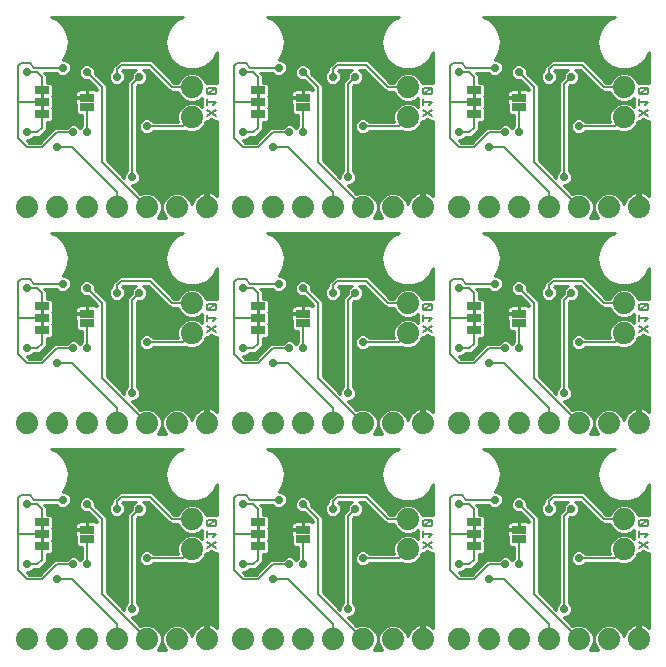
<source format=gbl>
G75*
%MOIN*%
%OFA0B0*%
%FSLAX25Y25*%
%IPPOS*%
%LPD*%
%AMOC8*
5,1,8,0,0,1.08239X$1,22.5*
%
%ADD10C,0.00800*%
%ADD11C,0.07400*%
%ADD12R,0.05000X0.02500*%
%ADD13C,0.01000*%
%ADD14C,0.02900*%
%ADD15C,0.00700*%
D10*
X0067150Y0040435D02*
X0070353Y0042570D01*
X0069285Y0044118D02*
X0070353Y0045186D01*
X0067150Y0045186D01*
X0067150Y0044118D02*
X0067150Y0046254D01*
X0067684Y0047802D02*
X0069819Y0049937D01*
X0067684Y0049937D01*
X0067150Y0049403D01*
X0067150Y0048335D01*
X0067684Y0047802D01*
X0069819Y0047802D01*
X0070353Y0048335D01*
X0070353Y0049403D01*
X0069819Y0049937D01*
X0067150Y0042570D02*
X0070353Y0040435D01*
X0139150Y0040435D02*
X0142353Y0042570D01*
X0141285Y0044118D02*
X0142353Y0045186D01*
X0139150Y0045186D01*
X0139150Y0044118D02*
X0139150Y0046254D01*
X0139684Y0047802D02*
X0141819Y0049937D01*
X0139684Y0049937D01*
X0139150Y0049403D01*
X0139150Y0048335D01*
X0139684Y0047802D01*
X0141819Y0047802D01*
X0142353Y0048335D01*
X0142353Y0049403D01*
X0141819Y0049937D01*
X0139150Y0042570D02*
X0142353Y0040435D01*
X0211150Y0040435D02*
X0214353Y0042570D01*
X0213285Y0044118D02*
X0214353Y0045186D01*
X0211150Y0045186D01*
X0211150Y0044118D02*
X0211150Y0046254D01*
X0211684Y0047802D02*
X0213819Y0049937D01*
X0211684Y0049937D01*
X0211150Y0049403D01*
X0211150Y0048335D01*
X0211684Y0047802D01*
X0213819Y0047802D01*
X0214353Y0048335D01*
X0214353Y0049403D01*
X0213819Y0049937D01*
X0211150Y0042570D02*
X0214353Y0040435D01*
X0214353Y0112435D02*
X0211150Y0114570D01*
X0211150Y0116118D02*
X0211150Y0118254D01*
X0211150Y0117186D02*
X0214353Y0117186D01*
X0213285Y0116118D01*
X0214353Y0114570D02*
X0211150Y0112435D01*
X0211684Y0119802D02*
X0213819Y0121937D01*
X0211684Y0121937D01*
X0211150Y0121403D01*
X0211150Y0120335D01*
X0211684Y0119802D01*
X0213819Y0119802D01*
X0214353Y0120335D01*
X0214353Y0121403D01*
X0213819Y0121937D01*
X0214353Y0184435D02*
X0211150Y0186570D01*
X0211150Y0188118D02*
X0211150Y0190254D01*
X0211150Y0189186D02*
X0214353Y0189186D01*
X0213285Y0188118D01*
X0214353Y0186570D02*
X0211150Y0184435D01*
X0211684Y0191802D02*
X0213819Y0193937D01*
X0211684Y0193937D01*
X0211150Y0193403D01*
X0211150Y0192335D01*
X0211684Y0191802D01*
X0213819Y0191802D01*
X0214353Y0192335D01*
X0214353Y0193403D01*
X0213819Y0193937D01*
X0142353Y0193403D02*
X0142353Y0192335D01*
X0141819Y0191802D01*
X0139684Y0191802D01*
X0141819Y0193937D01*
X0139684Y0193937D01*
X0139150Y0193403D01*
X0139150Y0192335D01*
X0139684Y0191802D01*
X0139150Y0190254D02*
X0139150Y0188118D01*
X0139150Y0189186D02*
X0142353Y0189186D01*
X0141285Y0188118D01*
X0142353Y0186570D02*
X0139150Y0184435D01*
X0139150Y0186570D02*
X0142353Y0184435D01*
X0142353Y0193403D02*
X0141819Y0193937D01*
X0070353Y0193403D02*
X0070353Y0192335D01*
X0069819Y0191802D01*
X0067684Y0191802D01*
X0069819Y0193937D01*
X0067684Y0193937D01*
X0067150Y0193403D01*
X0067150Y0192335D01*
X0067684Y0191802D01*
X0067150Y0190254D02*
X0067150Y0188118D01*
X0067150Y0189186D02*
X0070353Y0189186D01*
X0069285Y0188118D01*
X0070353Y0186570D02*
X0067150Y0184435D01*
X0067150Y0186570D02*
X0070353Y0184435D01*
X0070353Y0193403D02*
X0069819Y0193937D01*
X0069819Y0121937D02*
X0067684Y0121937D01*
X0067150Y0121403D01*
X0067150Y0120335D01*
X0067684Y0119802D01*
X0069819Y0121937D01*
X0070353Y0121403D01*
X0070353Y0120335D01*
X0069819Y0119802D01*
X0067684Y0119802D01*
X0067150Y0118254D02*
X0067150Y0116118D01*
X0067150Y0117186D02*
X0070353Y0117186D01*
X0069285Y0116118D01*
X0070353Y0114570D02*
X0067150Y0112435D01*
X0067150Y0114570D02*
X0070353Y0112435D01*
X0139150Y0112435D02*
X0142353Y0114570D01*
X0141285Y0116118D02*
X0142353Y0117186D01*
X0139150Y0117186D01*
X0139150Y0116118D02*
X0139150Y0118254D01*
X0139684Y0119802D02*
X0141819Y0121937D01*
X0139684Y0121937D01*
X0139150Y0121403D01*
X0139150Y0120335D01*
X0139684Y0119802D01*
X0141819Y0119802D01*
X0142353Y0120335D01*
X0142353Y0121403D01*
X0141819Y0121937D01*
X0139150Y0114570D02*
X0142353Y0112435D01*
D11*
X0007250Y0010060D03*
X0017250Y0010060D03*
X0027250Y0010060D03*
X0037250Y0010060D03*
X0047250Y0010060D03*
X0057250Y0010060D03*
X0067250Y0010060D03*
X0079250Y0010060D03*
X0089250Y0010060D03*
X0099250Y0010060D03*
X0109250Y0010060D03*
X0119250Y0010060D03*
X0129250Y0010060D03*
X0139250Y0010060D03*
X0151250Y0010060D03*
X0161250Y0010060D03*
X0171250Y0010060D03*
X0181250Y0010060D03*
X0191250Y0010060D03*
X0201250Y0010060D03*
X0211250Y0010060D03*
X0206250Y0040060D03*
X0206250Y0050060D03*
X0201250Y0082060D03*
X0191250Y0082060D03*
X0181250Y0082060D03*
X0171250Y0082060D03*
X0161250Y0082060D03*
X0151250Y0082060D03*
X0139250Y0082060D03*
X0129250Y0082060D03*
X0119250Y0082060D03*
X0109250Y0082060D03*
X0099250Y0082060D03*
X0089250Y0082060D03*
X0079250Y0082060D03*
X0067250Y0082060D03*
X0057250Y0082060D03*
X0047250Y0082060D03*
X0037250Y0082060D03*
X0027250Y0082060D03*
X0017250Y0082060D03*
X0007250Y0082060D03*
X0062250Y0112060D03*
X0062250Y0122060D03*
X0057250Y0154060D03*
X0067250Y0154060D03*
X0079250Y0154060D03*
X0089250Y0154060D03*
X0099250Y0154060D03*
X0109250Y0154060D03*
X0119250Y0154060D03*
X0129250Y0154060D03*
X0139250Y0154060D03*
X0151250Y0154060D03*
X0161250Y0154060D03*
X0171250Y0154060D03*
X0181250Y0154060D03*
X0191250Y0154060D03*
X0201250Y0154060D03*
X0211250Y0154060D03*
X0206250Y0184060D03*
X0206250Y0194060D03*
X0206250Y0122060D03*
X0206250Y0112060D03*
X0211250Y0082060D03*
X0134250Y0112060D03*
X0134250Y0122060D03*
X0134250Y0184060D03*
X0134250Y0194060D03*
X0062250Y0194060D03*
X0062250Y0184060D03*
X0047250Y0154060D03*
X0037250Y0154060D03*
X0027250Y0154060D03*
X0017250Y0154060D03*
X0007250Y0154060D03*
X0062250Y0050060D03*
X0062250Y0040060D03*
X0134250Y0040060D03*
X0134250Y0050060D03*
D12*
X0156250Y0049060D03*
X0156250Y0045060D03*
X0156250Y0041060D03*
X0171250Y0043460D03*
X0171250Y0046660D03*
X0156250Y0113060D03*
X0156250Y0117060D03*
X0156250Y0121060D03*
X0171250Y0118660D03*
X0171250Y0115460D03*
X0156250Y0185060D03*
X0156250Y0189060D03*
X0156250Y0193060D03*
X0171250Y0190660D03*
X0171250Y0187460D03*
X0099250Y0187460D03*
X0099250Y0190660D03*
X0084250Y0189060D03*
X0084250Y0193060D03*
X0084250Y0185060D03*
X0027250Y0187460D03*
X0027250Y0190660D03*
X0012250Y0189060D03*
X0012250Y0193060D03*
X0012250Y0185060D03*
X0012250Y0121060D03*
X0012250Y0117060D03*
X0012250Y0113060D03*
X0027250Y0115460D03*
X0027250Y0118660D03*
X0084250Y0117060D03*
X0084250Y0113060D03*
X0084250Y0121060D03*
X0099250Y0118660D03*
X0099250Y0115460D03*
X0084250Y0049060D03*
X0084250Y0045060D03*
X0084250Y0041060D03*
X0099250Y0043460D03*
X0099250Y0046660D03*
X0027250Y0046660D03*
X0027250Y0043460D03*
X0012250Y0045060D03*
X0012250Y0049060D03*
X0012250Y0041060D03*
D13*
X0012250Y0045060D01*
X0012250Y0049060D01*
X0013800Y0051510D02*
X0013800Y0054202D01*
X0012992Y0055010D01*
X0017052Y0055010D01*
X0017749Y0054313D01*
X0018723Y0053910D01*
X0019777Y0053910D01*
X0020751Y0054313D01*
X0021497Y0055059D01*
X0021900Y0056033D01*
X0021900Y0057087D01*
X0021497Y0058061D01*
X0020751Y0058807D01*
X0019777Y0059210D01*
X0019124Y0059210D01*
X0019173Y0059251D01*
X0020742Y0061969D01*
X0021287Y0065060D01*
X0020742Y0068151D01*
X0019173Y0070869D01*
X0019173Y0070869D01*
X0016769Y0072887D01*
X0016769Y0072887D01*
X0015193Y0073460D01*
X0059307Y0073460D01*
X0057731Y0072887D01*
X0055327Y0070869D01*
X0053758Y0068151D01*
X0053758Y0068151D01*
X0053213Y0065060D01*
X0053758Y0061969D01*
X0055327Y0059251D01*
X0055327Y0059251D01*
X0057731Y0057233D01*
X0060681Y0056160D01*
X0063819Y0056160D01*
X0066769Y0057233D01*
X0069173Y0059251D01*
X0070650Y0061809D01*
X0070650Y0051368D01*
X0070482Y0051537D01*
X0067021Y0051537D01*
X0066965Y0051481D01*
X0066404Y0052836D01*
X0065026Y0054214D01*
X0063225Y0054960D01*
X0061275Y0054960D01*
X0059474Y0054214D01*
X0058096Y0052836D01*
X0057588Y0051610D01*
X0056392Y0051610D01*
X0049800Y0058202D01*
X0048892Y0059110D01*
X0038108Y0059110D01*
X0037200Y0058202D01*
X0036608Y0057610D01*
X0035700Y0056702D01*
X0035700Y0055758D01*
X0035003Y0055061D01*
X0034600Y0054087D01*
X0034600Y0053033D01*
X0035003Y0052059D01*
X0035749Y0051313D01*
X0036723Y0050910D01*
X0037777Y0050910D01*
X0038751Y0051313D01*
X0039497Y0052059D01*
X0039900Y0053033D01*
X0039900Y0054087D01*
X0039497Y0055061D01*
X0038970Y0055588D01*
X0039392Y0056010D01*
X0043740Y0056010D01*
X0043249Y0055807D01*
X0042503Y0055061D01*
X0042100Y0054087D01*
X0042100Y0053102D01*
X0040700Y0051702D01*
X0040700Y0022258D01*
X0040003Y0021561D01*
X0039600Y0020587D01*
X0039600Y0019902D01*
X0033800Y0025702D01*
X0033800Y0050702D01*
X0029900Y0054602D01*
X0029900Y0055587D01*
X0029497Y0056561D01*
X0028751Y0057307D01*
X0027777Y0057710D01*
X0026723Y0057710D01*
X0025749Y0057307D01*
X0025003Y0056561D01*
X0024600Y0055587D01*
X0024600Y0054533D01*
X0025003Y0053559D01*
X0025749Y0052813D01*
X0026723Y0052410D01*
X0027708Y0052410D01*
X0030700Y0049418D01*
X0030700Y0049081D01*
X0030671Y0049110D01*
X0030329Y0049308D01*
X0029947Y0049410D01*
X0027375Y0049410D01*
X0027375Y0046785D01*
X0027125Y0046785D01*
X0027125Y0049410D01*
X0024553Y0049410D01*
X0024171Y0049308D01*
X0023829Y0049110D01*
X0023550Y0048831D01*
X0023352Y0048489D01*
X0023250Y0048107D01*
X0023250Y0046785D01*
X0027125Y0046785D01*
X0027125Y0046535D01*
X0023250Y0046535D01*
X0023250Y0045212D01*
X0023352Y0044831D01*
X0023550Y0044489D01*
X0023550Y0044489D01*
X0023550Y0041713D01*
X0024253Y0041010D01*
X0025700Y0041010D01*
X0025700Y0037258D01*
X0025003Y0036561D01*
X0025000Y0036553D01*
X0024997Y0036561D01*
X0024251Y0037307D01*
X0023277Y0037710D01*
X0022223Y0037710D01*
X0021249Y0037307D01*
X0020552Y0036610D01*
X0016608Y0036610D01*
X0015700Y0035702D01*
X0011608Y0031610D01*
X0007892Y0031610D01*
X0007092Y0032410D01*
X0007777Y0032410D01*
X0008751Y0032813D01*
X0009448Y0033510D01*
X0011392Y0033510D01*
X0012892Y0035010D01*
X0013800Y0035918D01*
X0013800Y0038610D01*
X0015247Y0038610D01*
X0015950Y0039313D01*
X0015950Y0042807D01*
X0015697Y0043060D01*
X0015950Y0043313D01*
X0015950Y0046807D01*
X0015697Y0047060D01*
X0015950Y0047313D01*
X0015950Y0050807D01*
X0015247Y0051510D01*
X0013800Y0051510D01*
X0013800Y0051990D02*
X0028128Y0051990D01*
X0029126Y0050992D02*
X0015766Y0050992D01*
X0015950Y0049993D02*
X0030125Y0049993D01*
X0027375Y0048994D02*
X0027125Y0048994D01*
X0027125Y0047996D02*
X0027375Y0047996D01*
X0027375Y0046997D02*
X0027125Y0046997D01*
X0023250Y0046997D02*
X0015760Y0046997D01*
X0015950Y0045999D02*
X0023250Y0045999D01*
X0023307Y0045000D02*
X0015950Y0045000D01*
X0015950Y0044002D02*
X0023550Y0044002D01*
X0023550Y0043003D02*
X0015754Y0043003D01*
X0015950Y0042005D02*
X0023550Y0042005D01*
X0025700Y0041006D02*
X0015950Y0041006D01*
X0015950Y0040008D02*
X0025700Y0040008D01*
X0025700Y0039009D02*
X0015646Y0039009D01*
X0013800Y0038011D02*
X0025700Y0038011D01*
X0025455Y0037012D02*
X0024545Y0037012D01*
X0020955Y0037012D02*
X0013800Y0037012D01*
X0013800Y0036014D02*
X0016012Y0036014D01*
X0015013Y0035015D02*
X0012897Y0035015D01*
X0011899Y0034017D02*
X0014015Y0034017D01*
X0013016Y0033018D02*
X0008956Y0033018D01*
X0007482Y0032020D02*
X0012018Y0032020D01*
X0015950Y0047996D02*
X0023250Y0047996D01*
X0023713Y0048994D02*
X0015950Y0048994D01*
X0013800Y0052989D02*
X0025574Y0052989D01*
X0024826Y0053987D02*
X0019963Y0053987D01*
X0018537Y0053987D02*
X0013800Y0053987D01*
X0013016Y0054986D02*
X0017077Y0054986D01*
X0021423Y0054986D02*
X0024600Y0054986D01*
X0024764Y0055984D02*
X0021880Y0055984D01*
X0021900Y0056983D02*
X0025425Y0056983D01*
X0029075Y0056983D02*
X0035981Y0056983D01*
X0035700Y0055984D02*
X0029736Y0055984D01*
X0029900Y0054986D02*
X0034972Y0054986D01*
X0034600Y0053987D02*
X0030515Y0053987D01*
X0031513Y0052989D02*
X0034618Y0052989D01*
X0035072Y0051990D02*
X0032512Y0051990D01*
X0033510Y0050992D02*
X0036526Y0050992D01*
X0037974Y0050992D02*
X0040700Y0050992D01*
X0040700Y0049993D02*
X0033800Y0049993D01*
X0033800Y0048994D02*
X0040700Y0048994D01*
X0040700Y0047996D02*
X0033800Y0047996D01*
X0033800Y0046997D02*
X0040700Y0046997D01*
X0040700Y0045999D02*
X0033800Y0045999D01*
X0033800Y0045000D02*
X0040700Y0045000D01*
X0040700Y0044002D02*
X0033800Y0044002D01*
X0033800Y0043003D02*
X0040700Y0043003D01*
X0040700Y0042005D02*
X0033800Y0042005D01*
X0033800Y0041006D02*
X0040700Y0041006D01*
X0040700Y0040008D02*
X0033800Y0040008D01*
X0033800Y0039009D02*
X0040700Y0039009D01*
X0040700Y0038011D02*
X0033800Y0038011D01*
X0033800Y0037012D02*
X0040700Y0037012D01*
X0040700Y0036014D02*
X0033800Y0036014D01*
X0033800Y0035015D02*
X0040700Y0035015D01*
X0040700Y0034017D02*
X0033800Y0034017D01*
X0033800Y0033018D02*
X0040700Y0033018D01*
X0040700Y0032020D02*
X0033800Y0032020D01*
X0033800Y0031021D02*
X0040700Y0031021D01*
X0040700Y0030023D02*
X0033800Y0030023D01*
X0033800Y0029024D02*
X0040700Y0029024D01*
X0040700Y0028026D02*
X0033800Y0028026D01*
X0033800Y0027027D02*
X0040700Y0027027D01*
X0040700Y0026029D02*
X0033800Y0026029D01*
X0034472Y0025030D02*
X0040700Y0025030D01*
X0040700Y0024032D02*
X0035470Y0024032D01*
X0036469Y0023033D02*
X0040700Y0023033D01*
X0040477Y0022035D02*
X0037467Y0022035D01*
X0038466Y0021036D02*
X0039786Y0021036D01*
X0039600Y0020038D02*
X0039464Y0020038D01*
X0042092Y0017410D02*
X0042777Y0017410D01*
X0043751Y0017813D01*
X0044497Y0018559D01*
X0044900Y0019533D01*
X0044900Y0020587D01*
X0044497Y0021561D01*
X0043800Y0022258D01*
X0043800Y0050418D01*
X0044292Y0050910D01*
X0045277Y0050910D01*
X0046251Y0051313D01*
X0046997Y0052059D01*
X0047400Y0053033D01*
X0047400Y0054087D01*
X0046997Y0055061D01*
X0046251Y0055807D01*
X0045760Y0056010D01*
X0047608Y0056010D01*
X0055108Y0048510D01*
X0057588Y0048510D01*
X0058096Y0047284D01*
X0059474Y0045906D01*
X0061275Y0045160D01*
X0063225Y0045160D01*
X0065026Y0045906D01*
X0065550Y0046430D01*
X0065550Y0043690D01*
X0065026Y0044214D01*
X0063225Y0044960D01*
X0061275Y0044960D01*
X0059474Y0044214D01*
X0058096Y0042836D01*
X0057350Y0041035D01*
X0057350Y0039085D01*
X0057547Y0038610D01*
X0049448Y0038610D01*
X0048751Y0039307D01*
X0047777Y0039710D01*
X0046723Y0039710D01*
X0045749Y0039307D01*
X0045003Y0038561D01*
X0044600Y0037587D01*
X0044600Y0036533D01*
X0045003Y0035559D01*
X0045749Y0034813D01*
X0046723Y0034410D01*
X0047777Y0034410D01*
X0048751Y0034813D01*
X0049448Y0035510D01*
X0059892Y0035510D01*
X0060050Y0035668D01*
X0061275Y0035160D01*
X0063225Y0035160D01*
X0065026Y0035906D01*
X0066404Y0037284D01*
X0067042Y0038825D01*
X0067486Y0038736D01*
X0068751Y0039580D01*
X0070017Y0038736D01*
X0070650Y0038863D01*
X0070650Y0014014D01*
X0070638Y0014026D01*
X0069975Y0014507D01*
X0069246Y0014879D01*
X0068468Y0015132D01*
X0067750Y0015246D01*
X0067750Y0010560D01*
X0066750Y0010560D01*
X0066750Y0015246D01*
X0066032Y0015132D01*
X0065254Y0014879D01*
X0064525Y0014507D01*
X0063862Y0014026D01*
X0063284Y0013448D01*
X0062803Y0012785D01*
X0062431Y0012056D01*
X0062178Y0011278D01*
X0062142Y0011053D01*
X0061404Y0012836D01*
X0060026Y0014214D01*
X0058225Y0014960D01*
X0056275Y0014960D01*
X0054474Y0014214D01*
X0053096Y0012836D01*
X0052350Y0011035D01*
X0052350Y0009085D01*
X0053096Y0007284D01*
X0053720Y0006660D01*
X0050780Y0006660D01*
X0051404Y0007284D01*
X0052150Y0009085D01*
X0052150Y0011035D01*
X0051404Y0012836D01*
X0050026Y0014214D01*
X0048225Y0014960D01*
X0046275Y0014960D01*
X0045050Y0014452D01*
X0042092Y0017410D01*
X0042460Y0017042D02*
X0070650Y0017042D01*
X0070650Y0016044D02*
X0043458Y0016044D01*
X0044457Y0015045D02*
X0065765Y0015045D01*
X0066750Y0015045D02*
X0067750Y0015045D01*
X0068735Y0015045D02*
X0070650Y0015045D01*
X0070610Y0014047D02*
X0070650Y0014047D01*
X0067750Y0014047D02*
X0066750Y0014047D01*
X0066750Y0013048D02*
X0067750Y0013048D01*
X0067750Y0012050D02*
X0066750Y0012050D01*
X0066750Y0011051D02*
X0067750Y0011051D01*
X0063890Y0014047D02*
X0060193Y0014047D01*
X0061192Y0013048D02*
X0062993Y0013048D01*
X0062429Y0012050D02*
X0061730Y0012050D01*
X0054307Y0014047D02*
X0050193Y0014047D01*
X0051192Y0013048D02*
X0053308Y0013048D01*
X0052770Y0012050D02*
X0051730Y0012050D01*
X0052143Y0011051D02*
X0052357Y0011051D01*
X0052350Y0010053D02*
X0052150Y0010053D01*
X0052137Y0009054D02*
X0052363Y0009054D01*
X0052777Y0008056D02*
X0051723Y0008056D01*
X0051177Y0007057D02*
X0053323Y0007057D01*
X0043978Y0018041D02*
X0070650Y0018041D01*
X0070650Y0019039D02*
X0044695Y0019039D01*
X0044900Y0020038D02*
X0070650Y0020038D01*
X0070650Y0021036D02*
X0044714Y0021036D01*
X0044023Y0022035D02*
X0070650Y0022035D01*
X0070650Y0023033D02*
X0043800Y0023033D01*
X0043800Y0024032D02*
X0070650Y0024032D01*
X0070650Y0025030D02*
X0043800Y0025030D01*
X0043800Y0026029D02*
X0070650Y0026029D01*
X0070650Y0027027D02*
X0043800Y0027027D01*
X0043800Y0028026D02*
X0070650Y0028026D01*
X0070650Y0029024D02*
X0043800Y0029024D01*
X0043800Y0030023D02*
X0070650Y0030023D01*
X0070650Y0031021D02*
X0043800Y0031021D01*
X0043800Y0032020D02*
X0070650Y0032020D01*
X0070650Y0033018D02*
X0043800Y0033018D01*
X0043800Y0034017D02*
X0070650Y0034017D01*
X0070650Y0035015D02*
X0048953Y0035015D01*
X0045547Y0035015D02*
X0043800Y0035015D01*
X0043800Y0036014D02*
X0044815Y0036014D01*
X0044600Y0037012D02*
X0043800Y0037012D01*
X0043800Y0038011D02*
X0044776Y0038011D01*
X0045452Y0039009D02*
X0043800Y0039009D01*
X0043800Y0040008D02*
X0057350Y0040008D01*
X0057350Y0041006D02*
X0043800Y0041006D01*
X0043800Y0042005D02*
X0057752Y0042005D01*
X0058264Y0043003D02*
X0043800Y0043003D01*
X0043800Y0044002D02*
X0059262Y0044002D01*
X0059381Y0045999D02*
X0043800Y0045999D01*
X0043800Y0046997D02*
X0058383Y0046997D01*
X0057801Y0047996D02*
X0043800Y0047996D01*
X0043800Y0048994D02*
X0054623Y0048994D01*
X0053625Y0049993D02*
X0043800Y0049993D01*
X0045474Y0050992D02*
X0052626Y0050992D01*
X0051628Y0051990D02*
X0046928Y0051990D01*
X0047382Y0052989D02*
X0050629Y0052989D01*
X0049631Y0053987D02*
X0047400Y0053987D01*
X0047028Y0054986D02*
X0048632Y0054986D01*
X0047634Y0055984D02*
X0045823Y0055984D01*
X0043677Y0055984D02*
X0039366Y0055984D01*
X0039528Y0054986D02*
X0042472Y0054986D01*
X0042100Y0053987D02*
X0039900Y0053987D01*
X0039882Y0052989D02*
X0041987Y0052989D01*
X0040988Y0051990D02*
X0039428Y0051990D01*
X0036979Y0057981D02*
X0021530Y0057981D01*
X0020333Y0058980D02*
X0037978Y0058980D01*
X0049022Y0058980D02*
X0055650Y0058980D01*
X0054907Y0059978D02*
X0019593Y0059978D01*
X0019173Y0059251D02*
X0019173Y0059251D01*
X0019173Y0059251D01*
X0020169Y0060977D02*
X0054331Y0060977D01*
X0053758Y0061969D02*
X0053758Y0061969D01*
X0053757Y0061975D02*
X0020743Y0061975D01*
X0020742Y0061969D02*
X0020742Y0061969D01*
X0020919Y0062974D02*
X0053581Y0062974D01*
X0053405Y0063972D02*
X0021095Y0063972D01*
X0021272Y0064971D02*
X0053228Y0064971D01*
X0053213Y0065060D02*
X0053213Y0065060D01*
X0053373Y0065969D02*
X0021127Y0065969D01*
X0021287Y0065060D02*
X0021287Y0065060D01*
X0020951Y0066968D02*
X0053549Y0066968D01*
X0053725Y0067966D02*
X0020775Y0067966D01*
X0020742Y0068151D02*
X0020742Y0068151D01*
X0020272Y0068965D02*
X0054228Y0068965D01*
X0054804Y0069963D02*
X0019696Y0069963D01*
X0019063Y0070962D02*
X0055438Y0070962D01*
X0055327Y0070869D02*
X0055327Y0070869D01*
X0055327Y0070869D01*
X0056627Y0071960D02*
X0017873Y0071960D01*
X0016570Y0072959D02*
X0057930Y0072959D01*
X0057731Y0072887D02*
X0057731Y0072887D01*
X0053720Y0078660D02*
X0050780Y0078660D01*
X0051404Y0079284D01*
X0052150Y0081085D01*
X0052150Y0083035D01*
X0051404Y0084836D01*
X0050026Y0086214D01*
X0048225Y0086960D01*
X0046275Y0086960D01*
X0045050Y0086452D01*
X0042092Y0089410D01*
X0042777Y0089410D01*
X0043751Y0089813D01*
X0044497Y0090559D01*
X0044900Y0091533D01*
X0044900Y0092587D01*
X0044497Y0093561D01*
X0043800Y0094258D01*
X0043800Y0122418D01*
X0044292Y0122910D01*
X0045277Y0122910D01*
X0046251Y0123313D01*
X0046997Y0124059D01*
X0047400Y0125033D01*
X0047400Y0126087D01*
X0046997Y0127061D01*
X0046251Y0127807D01*
X0045760Y0128010D01*
X0047608Y0128010D01*
X0055108Y0120510D01*
X0057588Y0120510D01*
X0058096Y0119284D01*
X0059474Y0117906D01*
X0061275Y0117160D01*
X0063225Y0117160D01*
X0065026Y0117906D01*
X0065550Y0118430D01*
X0065550Y0115690D01*
X0065026Y0116214D01*
X0063225Y0116960D01*
X0061275Y0116960D01*
X0059474Y0116214D01*
X0058096Y0114836D01*
X0057350Y0113035D01*
X0057350Y0111085D01*
X0057547Y0110610D01*
X0049448Y0110610D01*
X0048751Y0111307D01*
X0047777Y0111710D01*
X0046723Y0111710D01*
X0045749Y0111307D01*
X0045003Y0110561D01*
X0044600Y0109587D01*
X0044600Y0108533D01*
X0045003Y0107559D01*
X0045749Y0106813D01*
X0046723Y0106410D01*
X0047777Y0106410D01*
X0048751Y0106813D01*
X0049448Y0107510D01*
X0059892Y0107510D01*
X0060050Y0107668D01*
X0061275Y0107160D01*
X0063225Y0107160D01*
X0065026Y0107906D01*
X0066404Y0109284D01*
X0067042Y0110825D01*
X0067486Y0110736D01*
X0068751Y0111580D01*
X0070017Y0110736D01*
X0070650Y0110863D01*
X0070650Y0086014D01*
X0070638Y0086026D01*
X0069975Y0086507D01*
X0069246Y0086879D01*
X0068468Y0087132D01*
X0067750Y0087246D01*
X0067750Y0082560D01*
X0066750Y0082560D01*
X0066750Y0087246D01*
X0066032Y0087132D01*
X0065254Y0086879D01*
X0064525Y0086507D01*
X0063862Y0086026D01*
X0063284Y0085448D01*
X0062803Y0084785D01*
X0062431Y0084056D01*
X0062178Y0083278D01*
X0062142Y0083053D01*
X0061404Y0084836D01*
X0060026Y0086214D01*
X0058225Y0086960D01*
X0056275Y0086960D01*
X0054474Y0086214D01*
X0053096Y0084836D01*
X0052350Y0083035D01*
X0052350Y0081085D01*
X0053096Y0079284D01*
X0053720Y0078660D01*
X0053431Y0078950D02*
X0051069Y0078950D01*
X0051679Y0079948D02*
X0052821Y0079948D01*
X0052407Y0080947D02*
X0052093Y0080947D01*
X0052150Y0081945D02*
X0052350Y0081945D01*
X0052350Y0082944D02*
X0052150Y0082944D01*
X0051774Y0083942D02*
X0052726Y0083942D01*
X0053201Y0084941D02*
X0051299Y0084941D01*
X0050300Y0085939D02*
X0054200Y0085939D01*
X0056222Y0086938D02*
X0048278Y0086938D01*
X0046222Y0086938D02*
X0044564Y0086938D01*
X0043566Y0087936D02*
X0070650Y0087936D01*
X0070650Y0086938D02*
X0069065Y0086938D01*
X0067750Y0086938D02*
X0066750Y0086938D01*
X0066750Y0085939D02*
X0067750Y0085939D01*
X0067750Y0084941D02*
X0066750Y0084941D01*
X0066750Y0083942D02*
X0067750Y0083942D01*
X0067750Y0082944D02*
X0066750Y0082944D01*
X0063776Y0085939D02*
X0060300Y0085939D01*
X0061299Y0084941D02*
X0062916Y0084941D01*
X0062394Y0083942D02*
X0061774Y0083942D01*
X0058278Y0086938D02*
X0065435Y0086938D01*
X0070650Y0088935D02*
X0042567Y0088935D01*
X0043871Y0089933D02*
X0070650Y0089933D01*
X0070650Y0090932D02*
X0044651Y0090932D01*
X0044900Y0091930D02*
X0070650Y0091930D01*
X0070650Y0092929D02*
X0044758Y0092929D01*
X0044130Y0093927D02*
X0070650Y0093927D01*
X0070650Y0094926D02*
X0043800Y0094926D01*
X0043800Y0095925D02*
X0070650Y0095925D01*
X0070650Y0096923D02*
X0043800Y0096923D01*
X0043800Y0097922D02*
X0070650Y0097922D01*
X0070650Y0098920D02*
X0043800Y0098920D01*
X0043800Y0099919D02*
X0070650Y0099919D01*
X0070650Y0100917D02*
X0043800Y0100917D01*
X0043800Y0101916D02*
X0070650Y0101916D01*
X0070650Y0102914D02*
X0043800Y0102914D01*
X0043800Y0103913D02*
X0070650Y0103913D01*
X0070650Y0104911D02*
X0043800Y0104911D01*
X0043800Y0105910D02*
X0070650Y0105910D01*
X0070650Y0106908D02*
X0048846Y0106908D01*
X0045654Y0106908D02*
X0043800Y0106908D01*
X0043800Y0107907D02*
X0044859Y0107907D01*
X0044600Y0108905D02*
X0043800Y0108905D01*
X0043800Y0109904D02*
X0044731Y0109904D01*
X0045345Y0110902D02*
X0043800Y0110902D01*
X0043800Y0111901D02*
X0057350Y0111901D01*
X0057350Y0112899D02*
X0043800Y0112899D01*
X0043800Y0113898D02*
X0057708Y0113898D01*
X0058157Y0114896D02*
X0043800Y0114896D01*
X0043800Y0115895D02*
X0059155Y0115895D01*
X0059509Y0117892D02*
X0043800Y0117892D01*
X0043800Y0118890D02*
X0058490Y0118890D01*
X0057846Y0119889D02*
X0043800Y0119889D01*
X0043800Y0120887D02*
X0054731Y0120887D01*
X0053732Y0121886D02*
X0043800Y0121886D01*
X0044266Y0122884D02*
X0052734Y0122884D01*
X0051735Y0123883D02*
X0046821Y0123883D01*
X0047337Y0124881D02*
X0050737Y0124881D01*
X0049738Y0125880D02*
X0047400Y0125880D01*
X0047072Y0126878D02*
X0048740Y0126878D01*
X0047741Y0127877D02*
X0046081Y0127877D01*
X0048892Y0131110D02*
X0049800Y0130202D01*
X0056392Y0123610D01*
X0057588Y0123610D01*
X0058096Y0124836D01*
X0059474Y0126214D01*
X0061275Y0126960D01*
X0063225Y0126960D01*
X0065026Y0126214D01*
X0066404Y0124836D01*
X0066965Y0123481D01*
X0067021Y0123537D01*
X0070482Y0123537D01*
X0070650Y0123368D01*
X0070650Y0133809D01*
X0069173Y0131251D01*
X0069173Y0131251D01*
X0069173Y0131251D01*
X0066769Y0129233D01*
X0066769Y0129233D01*
X0063819Y0128160D01*
X0060681Y0128160D01*
X0057731Y0129233D01*
X0057731Y0129233D01*
X0055327Y0131251D01*
X0055327Y0131251D01*
X0053758Y0133969D01*
X0053758Y0133969D01*
X0053213Y0137060D01*
X0053213Y0137060D01*
X0053758Y0140151D01*
X0053758Y0140151D01*
X0055327Y0142869D01*
X0055327Y0142869D01*
X0057731Y0144887D01*
X0059307Y0145460D01*
X0015193Y0145460D01*
X0016769Y0144887D01*
X0016769Y0144887D01*
X0019173Y0142869D01*
X0019173Y0142869D01*
X0020742Y0140151D01*
X0020742Y0140151D01*
X0021287Y0137060D01*
X0021287Y0137060D01*
X0020742Y0133969D01*
X0020742Y0133969D01*
X0019173Y0131251D01*
X0019173Y0131251D01*
X0019173Y0131251D01*
X0019124Y0131210D01*
X0019777Y0131210D01*
X0020751Y0130807D01*
X0021497Y0130061D01*
X0021900Y0129087D01*
X0021900Y0128033D01*
X0021497Y0127059D01*
X0020751Y0126313D01*
X0019777Y0125910D01*
X0018723Y0125910D01*
X0017749Y0126313D01*
X0017052Y0127010D01*
X0012992Y0127010D01*
X0013800Y0126202D01*
X0013800Y0123510D01*
X0015247Y0123510D01*
X0015950Y0122807D01*
X0015950Y0119313D01*
X0015697Y0119060D01*
X0015950Y0118807D01*
X0015950Y0115313D01*
X0015697Y0115060D01*
X0015950Y0114807D01*
X0015950Y0111313D01*
X0015247Y0110610D01*
X0013800Y0110610D01*
X0013800Y0107918D01*
X0012892Y0107010D01*
X0011392Y0105510D01*
X0009448Y0105510D01*
X0008751Y0104813D01*
X0007777Y0104410D01*
X0007092Y0104410D01*
X0007892Y0103610D01*
X0011608Y0103610D01*
X0015700Y0107702D01*
X0016608Y0108610D01*
X0020552Y0108610D01*
X0021249Y0109307D01*
X0022223Y0109710D01*
X0023277Y0109710D01*
X0024251Y0109307D01*
X0024997Y0108561D01*
X0025000Y0108553D01*
X0025003Y0108561D01*
X0025700Y0109258D01*
X0025700Y0113010D01*
X0024253Y0113010D01*
X0023550Y0113713D01*
X0023550Y0116489D01*
X0023550Y0116489D01*
X0023352Y0116831D01*
X0023250Y0117212D01*
X0023250Y0118535D01*
X0027125Y0118535D01*
X0027125Y0118785D01*
X0027125Y0121410D01*
X0024553Y0121410D01*
X0024171Y0121308D01*
X0023829Y0121110D01*
X0023550Y0120831D01*
X0023352Y0120489D01*
X0023250Y0120107D01*
X0023250Y0118785D01*
X0027125Y0118785D01*
X0027375Y0118785D01*
X0027375Y0121410D01*
X0029947Y0121410D01*
X0030329Y0121308D01*
X0030671Y0121110D01*
X0030700Y0121081D01*
X0030700Y0121418D01*
X0027708Y0124410D01*
X0026723Y0124410D01*
X0025749Y0124813D01*
X0025003Y0125559D01*
X0024600Y0126533D01*
X0024600Y0127587D01*
X0025003Y0128561D01*
X0025749Y0129307D01*
X0026723Y0129710D01*
X0027777Y0129710D01*
X0028751Y0129307D01*
X0029497Y0128561D01*
X0029900Y0127587D01*
X0029900Y0126602D01*
X0033800Y0122702D01*
X0033800Y0097702D01*
X0039600Y0091902D01*
X0039600Y0092587D01*
X0040003Y0093561D01*
X0040700Y0094258D01*
X0040700Y0123702D01*
X0042100Y0125102D01*
X0042100Y0126087D01*
X0042503Y0127061D01*
X0043249Y0127807D01*
X0043740Y0128010D01*
X0039392Y0128010D01*
X0038970Y0127588D01*
X0039497Y0127061D01*
X0039900Y0126087D01*
X0039900Y0125033D01*
X0039497Y0124059D01*
X0038751Y0123313D01*
X0037777Y0122910D01*
X0036723Y0122910D01*
X0035749Y0123313D01*
X0035003Y0124059D01*
X0034600Y0125033D01*
X0034600Y0126087D01*
X0035003Y0127061D01*
X0035700Y0127758D01*
X0035700Y0128702D01*
X0036608Y0129610D01*
X0037200Y0130202D01*
X0038108Y0131110D01*
X0048892Y0131110D01*
X0049130Y0130872D02*
X0055778Y0130872D01*
X0054969Y0131871D02*
X0019531Y0131871D01*
X0020107Y0132869D02*
X0054393Y0132869D01*
X0053816Y0133868D02*
X0020684Y0133868D01*
X0020901Y0134866D02*
X0053599Y0134866D01*
X0053423Y0135865D02*
X0021077Y0135865D01*
X0021253Y0136863D02*
X0053247Y0136863D01*
X0053354Y0137862D02*
X0021146Y0137862D01*
X0020970Y0138861D02*
X0053530Y0138861D01*
X0053706Y0139859D02*
X0020794Y0139859D01*
X0020334Y0140858D02*
X0054166Y0140858D01*
X0054742Y0141856D02*
X0019758Y0141856D01*
X0019181Y0142855D02*
X0055319Y0142855D01*
X0056500Y0143853D02*
X0018000Y0143853D01*
X0016810Y0144852D02*
X0057690Y0144852D01*
X0053720Y0150660D02*
X0050780Y0150660D01*
X0051404Y0151284D01*
X0052150Y0153085D01*
X0052150Y0155035D01*
X0051404Y0156836D01*
X0050026Y0158214D01*
X0048225Y0158960D01*
X0046275Y0158960D01*
X0045050Y0158452D01*
X0042092Y0161410D01*
X0042777Y0161410D01*
X0043751Y0161813D01*
X0044497Y0162559D01*
X0044900Y0163533D01*
X0044900Y0164587D01*
X0044497Y0165561D01*
X0043800Y0166258D01*
X0043800Y0194418D01*
X0044292Y0194910D01*
X0045277Y0194910D01*
X0046251Y0195313D01*
X0046997Y0196059D01*
X0047400Y0197033D01*
X0047400Y0198087D01*
X0046997Y0199061D01*
X0046251Y0199807D01*
X0045760Y0200010D01*
X0047608Y0200010D01*
X0055108Y0192510D01*
X0057588Y0192510D01*
X0058096Y0191284D01*
X0059474Y0189906D01*
X0061275Y0189160D01*
X0063225Y0189160D01*
X0065026Y0189906D01*
X0065550Y0190430D01*
X0065550Y0187690D01*
X0065026Y0188214D01*
X0063225Y0188960D01*
X0061275Y0188960D01*
X0059474Y0188214D01*
X0058096Y0186836D01*
X0057350Y0185035D01*
X0057350Y0183085D01*
X0057547Y0182610D01*
X0049448Y0182610D01*
X0048751Y0183307D01*
X0047777Y0183710D01*
X0046723Y0183710D01*
X0045749Y0183307D01*
X0045003Y0182561D01*
X0044600Y0181587D01*
X0044600Y0180533D01*
X0045003Y0179559D01*
X0045749Y0178813D01*
X0046723Y0178410D01*
X0047777Y0178410D01*
X0048751Y0178813D01*
X0049448Y0179510D01*
X0059892Y0179510D01*
X0060050Y0179668D01*
X0061275Y0179160D01*
X0063225Y0179160D01*
X0065026Y0179906D01*
X0066404Y0181284D01*
X0067042Y0182825D01*
X0067486Y0182736D01*
X0068751Y0183580D01*
X0070017Y0182736D01*
X0070650Y0182863D01*
X0070650Y0158014D01*
X0070638Y0158026D01*
X0069975Y0158507D01*
X0069246Y0158879D01*
X0068468Y0159132D01*
X0067750Y0159246D01*
X0067750Y0154560D01*
X0066750Y0154560D01*
X0066750Y0159246D01*
X0066032Y0159132D01*
X0065254Y0158879D01*
X0064525Y0158507D01*
X0063862Y0158026D01*
X0063284Y0157448D01*
X0062803Y0156785D01*
X0062431Y0156056D01*
X0062178Y0155278D01*
X0062142Y0155053D01*
X0061404Y0156836D01*
X0060026Y0158214D01*
X0058225Y0158960D01*
X0056275Y0158960D01*
X0054474Y0158214D01*
X0053096Y0156836D01*
X0052350Y0155035D01*
X0052350Y0153085D01*
X0053096Y0151284D01*
X0053720Y0150660D01*
X0053538Y0150843D02*
X0050962Y0150843D01*
X0051635Y0151841D02*
X0052865Y0151841D01*
X0052452Y0152840D02*
X0052048Y0152840D01*
X0052150Y0153838D02*
X0052350Y0153838D01*
X0052350Y0154837D02*
X0052150Y0154837D01*
X0051818Y0155835D02*
X0052682Y0155835D01*
X0053095Y0156834D02*
X0051405Y0156834D01*
X0050407Y0157832D02*
X0054093Y0157832D01*
X0055963Y0158831D02*
X0048537Y0158831D01*
X0045963Y0158831D02*
X0044671Y0158831D01*
X0043673Y0159829D02*
X0070650Y0159829D01*
X0070650Y0158831D02*
X0069341Y0158831D01*
X0067750Y0158831D02*
X0066750Y0158831D01*
X0066750Y0157832D02*
X0067750Y0157832D01*
X0067750Y0156834D02*
X0066750Y0156834D01*
X0066750Y0155835D02*
X0067750Y0155835D01*
X0067750Y0154837D02*
X0066750Y0154837D01*
X0063668Y0157832D02*
X0060407Y0157832D01*
X0061405Y0156834D02*
X0062838Y0156834D01*
X0062359Y0155835D02*
X0061818Y0155835D01*
X0058537Y0158831D02*
X0065159Y0158831D01*
X0070650Y0160828D02*
X0042674Y0160828D01*
X0043764Y0161826D02*
X0070650Y0161826D01*
X0070650Y0162825D02*
X0044607Y0162825D01*
X0044900Y0163823D02*
X0070650Y0163823D01*
X0070650Y0164822D02*
X0044803Y0164822D01*
X0044237Y0165820D02*
X0070650Y0165820D01*
X0070650Y0166819D02*
X0043800Y0166819D01*
X0043800Y0167817D02*
X0070650Y0167817D01*
X0070650Y0168816D02*
X0043800Y0168816D01*
X0043800Y0169814D02*
X0070650Y0169814D01*
X0070650Y0170813D02*
X0043800Y0170813D01*
X0043800Y0171811D02*
X0070650Y0171811D01*
X0070650Y0172810D02*
X0043800Y0172810D01*
X0043800Y0173808D02*
X0070650Y0173808D01*
X0070650Y0174807D02*
X0043800Y0174807D01*
X0043800Y0175805D02*
X0070650Y0175805D01*
X0070650Y0176804D02*
X0043800Y0176804D01*
X0043800Y0177802D02*
X0070650Y0177802D01*
X0070650Y0178801D02*
X0048721Y0178801D01*
X0045779Y0178801D02*
X0043800Y0178801D01*
X0043800Y0179799D02*
X0044904Y0179799D01*
X0044600Y0180798D02*
X0043800Y0180798D01*
X0043800Y0181796D02*
X0044687Y0181796D01*
X0045237Y0182795D02*
X0043800Y0182795D01*
X0043800Y0183794D02*
X0057350Y0183794D01*
X0057350Y0184792D02*
X0043800Y0184792D01*
X0043800Y0185791D02*
X0057663Y0185791D01*
X0058077Y0186789D02*
X0043800Y0186789D01*
X0043800Y0187788D02*
X0059048Y0187788D01*
X0060855Y0188786D02*
X0043800Y0188786D01*
X0043800Y0189785D02*
X0059767Y0189785D01*
X0058597Y0190783D02*
X0043800Y0190783D01*
X0043800Y0191782D02*
X0057890Y0191782D01*
X0054838Y0192780D02*
X0043800Y0192780D01*
X0043800Y0193779D02*
X0053839Y0193779D01*
X0052841Y0194777D02*
X0044159Y0194777D01*
X0046713Y0195776D02*
X0051842Y0195776D01*
X0050844Y0196774D02*
X0047293Y0196774D01*
X0047400Y0197773D02*
X0049845Y0197773D01*
X0048847Y0198771D02*
X0047117Y0198771D01*
X0047848Y0199770D02*
X0046288Y0199770D01*
X0049237Y0202765D02*
X0055906Y0202765D01*
X0055327Y0203251D02*
X0057731Y0201233D01*
X0060681Y0200160D01*
X0063819Y0200160D01*
X0066769Y0201233D01*
X0069173Y0203251D01*
X0070650Y0205809D01*
X0070650Y0195368D01*
X0070482Y0195537D01*
X0067021Y0195537D01*
X0066965Y0195481D01*
X0066404Y0196836D01*
X0065026Y0198214D01*
X0063225Y0198960D01*
X0061275Y0198960D01*
X0059474Y0198214D01*
X0058096Y0196836D01*
X0057588Y0195610D01*
X0056392Y0195610D01*
X0049800Y0202202D01*
X0048892Y0203110D01*
X0038108Y0203110D01*
X0037200Y0202202D01*
X0036608Y0201610D01*
X0035700Y0200702D01*
X0035700Y0199758D01*
X0035003Y0199061D01*
X0034600Y0198087D01*
X0034600Y0197033D01*
X0035003Y0196059D01*
X0035749Y0195313D01*
X0036723Y0194910D01*
X0037777Y0194910D01*
X0038751Y0195313D01*
X0039497Y0196059D01*
X0039900Y0197033D01*
X0039900Y0198087D01*
X0039497Y0199061D01*
X0038970Y0199588D01*
X0039392Y0200010D01*
X0043740Y0200010D01*
X0043249Y0199807D01*
X0042503Y0199061D01*
X0042100Y0198087D01*
X0042100Y0197102D01*
X0040700Y0195702D01*
X0040700Y0166258D01*
X0040003Y0165561D01*
X0039600Y0164587D01*
X0039600Y0163902D01*
X0033800Y0169702D01*
X0033800Y0194702D01*
X0029900Y0198602D01*
X0029900Y0199587D01*
X0029497Y0200561D01*
X0028751Y0201307D01*
X0027777Y0201710D01*
X0026723Y0201710D01*
X0025749Y0201307D01*
X0025003Y0200561D01*
X0024600Y0199587D01*
X0024600Y0198533D01*
X0025003Y0197559D01*
X0025749Y0196813D01*
X0026723Y0196410D01*
X0027708Y0196410D01*
X0030700Y0193418D01*
X0030700Y0193081D01*
X0030671Y0193110D01*
X0030329Y0193308D01*
X0029947Y0193410D01*
X0027375Y0193410D01*
X0027375Y0190785D01*
X0027125Y0190785D01*
X0027125Y0193410D01*
X0024553Y0193410D01*
X0024171Y0193308D01*
X0023829Y0193110D01*
X0023550Y0192831D01*
X0023352Y0192489D01*
X0023250Y0192107D01*
X0023250Y0190785D01*
X0027125Y0190785D01*
X0027125Y0190535D01*
X0023250Y0190535D01*
X0023250Y0189212D01*
X0023352Y0188831D01*
X0023550Y0188489D01*
X0023550Y0188489D01*
X0023550Y0185713D01*
X0024253Y0185010D01*
X0025700Y0185010D01*
X0025700Y0181258D01*
X0025003Y0180561D01*
X0025000Y0180553D01*
X0024997Y0180561D01*
X0024251Y0181307D01*
X0023277Y0181710D01*
X0022223Y0181710D01*
X0021249Y0181307D01*
X0020552Y0180610D01*
X0016608Y0180610D01*
X0015700Y0179702D01*
X0011608Y0175610D01*
X0007892Y0175610D01*
X0007092Y0176410D01*
X0007777Y0176410D01*
X0008751Y0176813D01*
X0009448Y0177510D01*
X0011392Y0177510D01*
X0012892Y0179010D01*
X0013800Y0179918D01*
X0013800Y0182610D01*
X0015247Y0182610D01*
X0015950Y0183313D01*
X0015950Y0186807D01*
X0015697Y0187060D01*
X0015950Y0187313D01*
X0015950Y0190807D01*
X0015697Y0191060D01*
X0015950Y0191313D01*
X0015950Y0194807D01*
X0015247Y0195510D01*
X0013800Y0195510D01*
X0013800Y0198202D01*
X0012992Y0199010D01*
X0017052Y0199010D01*
X0017749Y0198313D01*
X0018723Y0197910D01*
X0019777Y0197910D01*
X0020751Y0198313D01*
X0021497Y0199059D01*
X0021900Y0200033D01*
X0021900Y0201087D01*
X0021497Y0202061D01*
X0020751Y0202807D01*
X0019777Y0203210D01*
X0019124Y0203210D01*
X0019173Y0203251D01*
X0020742Y0205969D01*
X0021287Y0209060D01*
X0020742Y0212151D01*
X0019173Y0214869D01*
X0019173Y0214869D01*
X0016769Y0216887D01*
X0016769Y0216887D01*
X0015193Y0217460D01*
X0059307Y0217460D01*
X0057731Y0216887D01*
X0055327Y0214869D01*
X0053758Y0212151D01*
X0053758Y0212151D01*
X0053213Y0209060D01*
X0053758Y0205969D01*
X0055327Y0203251D01*
X0055327Y0203251D01*
X0055031Y0203764D02*
X0019469Y0203764D01*
X0019173Y0203251D02*
X0019173Y0203251D01*
X0019173Y0203251D01*
X0020792Y0202765D02*
X0037763Y0202765D01*
X0036765Y0201767D02*
X0021618Y0201767D01*
X0021900Y0200768D02*
X0025211Y0200768D01*
X0024676Y0199770D02*
X0021791Y0199770D01*
X0021209Y0198771D02*
X0024600Y0198771D01*
X0024915Y0197773D02*
X0013800Y0197773D01*
X0013800Y0196774D02*
X0025844Y0196774D01*
X0028342Y0195776D02*
X0013800Y0195776D01*
X0015950Y0194777D02*
X0029341Y0194777D01*
X0030339Y0193779D02*
X0015950Y0193779D01*
X0015950Y0192780D02*
X0023520Y0192780D01*
X0023250Y0191782D02*
X0015950Y0191782D01*
X0015950Y0190783D02*
X0027125Y0190783D01*
X0027125Y0191782D02*
X0027375Y0191782D01*
X0027375Y0192780D02*
X0027125Y0192780D01*
X0023250Y0189785D02*
X0015950Y0189785D01*
X0015950Y0188786D02*
X0023378Y0188786D01*
X0023550Y0187788D02*
X0015950Y0187788D01*
X0015950Y0186789D02*
X0023550Y0186789D01*
X0023550Y0185791D02*
X0015950Y0185791D01*
X0015950Y0184792D02*
X0025700Y0184792D01*
X0025700Y0183794D02*
X0015950Y0183794D01*
X0015432Y0182795D02*
X0025700Y0182795D01*
X0025700Y0181796D02*
X0013800Y0181796D01*
X0013800Y0180798D02*
X0020740Y0180798D01*
X0024760Y0180798D02*
X0025240Y0180798D01*
X0033800Y0180798D02*
X0040700Y0180798D01*
X0040700Y0181796D02*
X0033800Y0181796D01*
X0033800Y0182795D02*
X0040700Y0182795D01*
X0040700Y0183794D02*
X0033800Y0183794D01*
X0033800Y0184792D02*
X0040700Y0184792D01*
X0040700Y0185791D02*
X0033800Y0185791D01*
X0033800Y0186789D02*
X0040700Y0186789D01*
X0040700Y0187788D02*
X0033800Y0187788D01*
X0033800Y0188786D02*
X0040700Y0188786D01*
X0040700Y0189785D02*
X0033800Y0189785D01*
X0033800Y0190783D02*
X0040700Y0190783D01*
X0040700Y0191782D02*
X0033800Y0191782D01*
X0033800Y0192780D02*
X0040700Y0192780D01*
X0040700Y0193779D02*
X0033800Y0193779D01*
X0033725Y0194777D02*
X0040700Y0194777D01*
X0040774Y0195776D02*
X0039213Y0195776D01*
X0039793Y0196774D02*
X0041772Y0196774D01*
X0042100Y0197773D02*
X0039900Y0197773D01*
X0039617Y0198771D02*
X0042383Y0198771D01*
X0043212Y0199770D02*
X0039152Y0199770D01*
X0035700Y0199770D02*
X0029824Y0199770D01*
X0029900Y0198771D02*
X0034883Y0198771D01*
X0034600Y0197773D02*
X0030729Y0197773D01*
X0031728Y0196774D02*
X0034707Y0196774D01*
X0035287Y0195776D02*
X0032726Y0195776D01*
X0035766Y0200768D02*
X0029289Y0200768D01*
X0020622Y0205761D02*
X0053878Y0205761D01*
X0053758Y0205969D02*
X0053758Y0205969D01*
X0053618Y0206759D02*
X0020882Y0206759D01*
X0020742Y0205969D02*
X0020742Y0205969D01*
X0020046Y0204762D02*
X0054454Y0204762D01*
X0053442Y0207758D02*
X0021058Y0207758D01*
X0021234Y0208756D02*
X0053266Y0208756D01*
X0053213Y0209060D02*
X0053213Y0209060D01*
X0053335Y0209755D02*
X0021165Y0209755D01*
X0021287Y0209060D02*
X0021287Y0209060D01*
X0020989Y0210753D02*
X0053511Y0210753D01*
X0053687Y0211752D02*
X0020813Y0211752D01*
X0020742Y0212151D02*
X0020742Y0212151D01*
X0020396Y0212750D02*
X0054104Y0212750D01*
X0054680Y0213749D02*
X0019820Y0213749D01*
X0019243Y0214747D02*
X0055257Y0214747D01*
X0055327Y0214869D02*
X0055327Y0214869D01*
X0055327Y0214869D01*
X0056372Y0215746D02*
X0018128Y0215746D01*
X0016938Y0216744D02*
X0057562Y0216744D01*
X0057731Y0216887D02*
X0057731Y0216887D01*
X0070046Y0204762D02*
X0070650Y0204762D01*
X0070650Y0203764D02*
X0069469Y0203764D01*
X0069173Y0203251D02*
X0069173Y0203251D01*
X0069173Y0203251D01*
X0068594Y0202765D02*
X0070650Y0202765D01*
X0070650Y0201767D02*
X0067404Y0201767D01*
X0066769Y0201233D02*
X0066769Y0201233D01*
X0065490Y0200768D02*
X0070650Y0200768D01*
X0070650Y0199770D02*
X0052232Y0199770D01*
X0051234Y0200768D02*
X0059010Y0200768D01*
X0057731Y0201233D02*
X0057731Y0201233D01*
X0057096Y0201767D02*
X0050235Y0201767D01*
X0053231Y0198771D02*
X0060820Y0198771D01*
X0059033Y0197773D02*
X0054229Y0197773D01*
X0055228Y0196774D02*
X0058071Y0196774D01*
X0057657Y0195776D02*
X0056226Y0195776D01*
X0063680Y0198771D02*
X0070650Y0198771D01*
X0070650Y0197773D02*
X0065467Y0197773D01*
X0066429Y0196774D02*
X0070650Y0196774D01*
X0070650Y0195776D02*
X0066843Y0195776D01*
X0065550Y0189785D02*
X0064733Y0189785D01*
X0065550Y0188786D02*
X0063645Y0188786D01*
X0065452Y0187788D02*
X0065550Y0187788D01*
X0067030Y0182795D02*
X0067193Y0182795D01*
X0067574Y0182795D02*
X0069929Y0182795D01*
X0070310Y0182795D02*
X0070650Y0182795D01*
X0070650Y0181796D02*
X0066616Y0181796D01*
X0065918Y0180798D02*
X0070650Y0180798D01*
X0070650Y0179799D02*
X0064769Y0179799D01*
X0057470Y0182795D02*
X0049263Y0182795D01*
X0040700Y0179799D02*
X0033800Y0179799D01*
X0033800Y0178801D02*
X0040700Y0178801D01*
X0040700Y0177802D02*
X0033800Y0177802D01*
X0033800Y0176804D02*
X0040700Y0176804D01*
X0040700Y0175805D02*
X0033800Y0175805D01*
X0033800Y0174807D02*
X0040700Y0174807D01*
X0040700Y0173808D02*
X0033800Y0173808D01*
X0033800Y0172810D02*
X0040700Y0172810D01*
X0040700Y0171811D02*
X0033800Y0171811D01*
X0033800Y0170813D02*
X0040700Y0170813D01*
X0040700Y0169814D02*
X0033800Y0169814D01*
X0034686Y0168816D02*
X0040700Y0168816D01*
X0040700Y0167817D02*
X0035685Y0167817D01*
X0036683Y0166819D02*
X0040700Y0166819D01*
X0040263Y0165820D02*
X0037682Y0165820D01*
X0038680Y0164822D02*
X0039697Y0164822D01*
X0015797Y0179799D02*
X0013682Y0179799D01*
X0012683Y0178801D02*
X0014799Y0178801D01*
X0013800Y0177802D02*
X0011684Y0177802D01*
X0012802Y0176804D02*
X0008728Y0176804D01*
X0007697Y0175805D02*
X0011803Y0175805D01*
X0012250Y0185060D02*
X0012250Y0189060D01*
X0012250Y0193060D01*
X0013231Y0198771D02*
X0017291Y0198771D01*
X0070622Y0205761D02*
X0070650Y0205761D01*
X0084992Y0199010D02*
X0089052Y0199010D01*
X0089749Y0198313D01*
X0090723Y0197910D01*
X0091777Y0197910D01*
X0092751Y0198313D01*
X0093497Y0199059D01*
X0093900Y0200033D01*
X0093900Y0201087D01*
X0093497Y0202061D01*
X0092751Y0202807D01*
X0091777Y0203210D01*
X0091124Y0203210D01*
X0091173Y0203251D01*
X0092742Y0205969D01*
X0093287Y0209060D01*
X0092742Y0212151D01*
X0091173Y0214869D01*
X0091173Y0214869D01*
X0088769Y0216887D01*
X0088769Y0216887D01*
X0087193Y0217460D01*
X0131307Y0217460D01*
X0129731Y0216887D01*
X0127327Y0214869D01*
X0125758Y0212151D01*
X0125758Y0212151D01*
X0125213Y0209060D01*
X0125758Y0205969D01*
X0127327Y0203251D01*
X0127327Y0203251D01*
X0129731Y0201233D01*
X0132681Y0200160D01*
X0135819Y0200160D01*
X0138769Y0201233D01*
X0141173Y0203251D01*
X0142650Y0205809D01*
X0142650Y0195368D01*
X0142482Y0195537D01*
X0139021Y0195537D01*
X0138965Y0195481D01*
X0138404Y0196836D01*
X0137026Y0198214D01*
X0135225Y0198960D01*
X0133275Y0198960D01*
X0131474Y0198214D01*
X0130096Y0196836D01*
X0129588Y0195610D01*
X0128392Y0195610D01*
X0121800Y0202202D01*
X0120892Y0203110D01*
X0110108Y0203110D01*
X0108608Y0201610D01*
X0107700Y0200702D01*
X0107700Y0199758D01*
X0107003Y0199061D01*
X0106600Y0198087D01*
X0106600Y0197033D01*
X0107003Y0196059D01*
X0107749Y0195313D01*
X0108723Y0194910D01*
X0109777Y0194910D01*
X0110751Y0195313D01*
X0111497Y0196059D01*
X0111900Y0197033D01*
X0111900Y0198087D01*
X0111497Y0199061D01*
X0110970Y0199588D01*
X0111392Y0200010D01*
X0115740Y0200010D01*
X0115249Y0199807D01*
X0114503Y0199061D01*
X0114100Y0198087D01*
X0114100Y0197102D01*
X0112700Y0195702D01*
X0112700Y0166258D01*
X0112003Y0165561D01*
X0111600Y0164587D01*
X0111600Y0163902D01*
X0105800Y0169702D01*
X0105800Y0194702D01*
X0101900Y0198602D01*
X0101900Y0199587D01*
X0101497Y0200561D01*
X0100751Y0201307D01*
X0099777Y0201710D01*
X0098723Y0201710D01*
X0097749Y0201307D01*
X0097003Y0200561D01*
X0096600Y0199587D01*
X0096600Y0198533D01*
X0097003Y0197559D01*
X0097749Y0196813D01*
X0098723Y0196410D01*
X0099708Y0196410D01*
X0102700Y0193418D01*
X0102700Y0193081D01*
X0102671Y0193110D01*
X0102329Y0193308D01*
X0101947Y0193410D01*
X0099375Y0193410D01*
X0099375Y0190785D01*
X0099125Y0190785D01*
X0099125Y0193410D01*
X0096553Y0193410D01*
X0096171Y0193308D01*
X0095829Y0193110D01*
X0095550Y0192831D01*
X0095352Y0192489D01*
X0095250Y0192107D01*
X0095250Y0190785D01*
X0099125Y0190785D01*
X0099125Y0190535D01*
X0095250Y0190535D01*
X0095250Y0189212D01*
X0095352Y0188831D01*
X0095550Y0188489D01*
X0095550Y0188489D01*
X0095550Y0185713D01*
X0096253Y0185010D01*
X0097700Y0185010D01*
X0097700Y0181258D01*
X0097003Y0180561D01*
X0097000Y0180553D01*
X0096997Y0180561D01*
X0096251Y0181307D01*
X0095277Y0181710D01*
X0094223Y0181710D01*
X0093249Y0181307D01*
X0092552Y0180610D01*
X0088608Y0180610D01*
X0087700Y0179702D01*
X0083608Y0175610D01*
X0079892Y0175610D01*
X0079092Y0176410D01*
X0079777Y0176410D01*
X0080751Y0176813D01*
X0081448Y0177510D01*
X0083392Y0177510D01*
X0084892Y0179010D01*
X0085800Y0179918D01*
X0085800Y0182610D01*
X0087247Y0182610D01*
X0087950Y0183313D01*
X0087950Y0186807D01*
X0087697Y0187060D01*
X0087950Y0187313D01*
X0087950Y0190807D01*
X0087697Y0191060D01*
X0087950Y0191313D01*
X0087950Y0194807D01*
X0087247Y0195510D01*
X0085800Y0195510D01*
X0085800Y0198202D01*
X0084992Y0199010D01*
X0085231Y0198771D02*
X0089291Y0198771D01*
X0085800Y0197773D02*
X0096915Y0197773D01*
X0096600Y0198771D02*
X0093209Y0198771D01*
X0093791Y0199770D02*
X0096676Y0199770D01*
X0097211Y0200768D02*
X0093900Y0200768D01*
X0093618Y0201767D02*
X0108765Y0201767D01*
X0109763Y0202765D02*
X0092792Y0202765D01*
X0091469Y0203764D02*
X0127031Y0203764D01*
X0126454Y0204762D02*
X0092046Y0204762D01*
X0092622Y0205761D02*
X0125878Y0205761D01*
X0125758Y0205969D02*
X0125758Y0205969D01*
X0125618Y0206759D02*
X0092882Y0206759D01*
X0092742Y0205969D02*
X0092742Y0205969D01*
X0093058Y0207758D02*
X0125442Y0207758D01*
X0125266Y0208756D02*
X0093234Y0208756D01*
X0093287Y0209060D02*
X0093287Y0209060D01*
X0093165Y0209755D02*
X0125335Y0209755D01*
X0125213Y0209060D02*
X0125213Y0209060D01*
X0125511Y0210753D02*
X0092989Y0210753D01*
X0092813Y0211752D02*
X0125687Y0211752D01*
X0126104Y0212750D02*
X0092396Y0212750D01*
X0092742Y0212151D02*
X0092742Y0212151D01*
X0091820Y0213749D02*
X0126680Y0213749D01*
X0127257Y0214747D02*
X0091243Y0214747D01*
X0090128Y0215746D02*
X0128372Y0215746D01*
X0127327Y0214869D02*
X0127327Y0214869D01*
X0127327Y0214869D01*
X0129562Y0216744D02*
X0088938Y0216744D01*
X0091173Y0203251D02*
X0091173Y0203251D01*
X0091173Y0203251D01*
X0085800Y0196774D02*
X0097844Y0196774D01*
X0100342Y0195776D02*
X0085800Y0195776D01*
X0087950Y0194777D02*
X0101341Y0194777D01*
X0102339Y0193779D02*
X0087950Y0193779D01*
X0087950Y0192780D02*
X0095520Y0192780D01*
X0095250Y0191782D02*
X0087950Y0191782D01*
X0087950Y0190783D02*
X0099125Y0190783D01*
X0099125Y0191782D02*
X0099375Y0191782D01*
X0099375Y0192780D02*
X0099125Y0192780D01*
X0095250Y0189785D02*
X0087950Y0189785D01*
X0087950Y0188786D02*
X0095378Y0188786D01*
X0095550Y0187788D02*
X0087950Y0187788D01*
X0087950Y0186789D02*
X0095550Y0186789D01*
X0095550Y0185791D02*
X0087950Y0185791D01*
X0087950Y0184792D02*
X0097700Y0184792D01*
X0097700Y0183794D02*
X0087950Y0183794D01*
X0087432Y0182795D02*
X0097700Y0182795D01*
X0097700Y0181796D02*
X0085800Y0181796D01*
X0085800Y0180798D02*
X0092740Y0180798D01*
X0096760Y0180798D02*
X0097240Y0180798D01*
X0105800Y0180798D02*
X0112700Y0180798D01*
X0112700Y0181796D02*
X0105800Y0181796D01*
X0105800Y0182795D02*
X0112700Y0182795D01*
X0112700Y0183794D02*
X0105800Y0183794D01*
X0105800Y0184792D02*
X0112700Y0184792D01*
X0112700Y0185791D02*
X0105800Y0185791D01*
X0105800Y0186789D02*
X0112700Y0186789D01*
X0112700Y0187788D02*
X0105800Y0187788D01*
X0105800Y0188786D02*
X0112700Y0188786D01*
X0112700Y0189785D02*
X0105800Y0189785D01*
X0105800Y0190783D02*
X0112700Y0190783D01*
X0112700Y0191782D02*
X0105800Y0191782D01*
X0105800Y0192780D02*
X0112700Y0192780D01*
X0112700Y0193779D02*
X0105800Y0193779D01*
X0105725Y0194777D02*
X0112700Y0194777D01*
X0112774Y0195776D02*
X0111213Y0195776D01*
X0111793Y0196774D02*
X0113772Y0196774D01*
X0114100Y0197773D02*
X0111900Y0197773D01*
X0111617Y0198771D02*
X0114383Y0198771D01*
X0115212Y0199770D02*
X0111152Y0199770D01*
X0107700Y0199770D02*
X0101824Y0199770D01*
X0101900Y0198771D02*
X0106883Y0198771D01*
X0106600Y0197773D02*
X0102729Y0197773D01*
X0103728Y0196774D02*
X0106707Y0196774D01*
X0107287Y0195776D02*
X0104726Y0195776D01*
X0107766Y0200768D02*
X0101289Y0200768D01*
X0115800Y0194418D02*
X0116292Y0194910D01*
X0117277Y0194910D01*
X0118251Y0195313D01*
X0118997Y0196059D01*
X0119400Y0197033D01*
X0119400Y0198087D01*
X0118997Y0199061D01*
X0118251Y0199807D01*
X0117760Y0200010D01*
X0119608Y0200010D01*
X0127108Y0192510D01*
X0129588Y0192510D01*
X0130096Y0191284D01*
X0131474Y0189906D01*
X0133275Y0189160D01*
X0135225Y0189160D01*
X0137026Y0189906D01*
X0137550Y0190430D01*
X0137550Y0187690D01*
X0137026Y0188214D01*
X0135225Y0188960D01*
X0133275Y0188960D01*
X0131474Y0188214D01*
X0130096Y0186836D01*
X0129350Y0185035D01*
X0129350Y0183085D01*
X0129547Y0182610D01*
X0121448Y0182610D01*
X0120751Y0183307D01*
X0119777Y0183710D01*
X0118723Y0183710D01*
X0117749Y0183307D01*
X0117003Y0182561D01*
X0116600Y0181587D01*
X0116600Y0180533D01*
X0117003Y0179559D01*
X0117749Y0178813D01*
X0118723Y0178410D01*
X0119777Y0178410D01*
X0120751Y0178813D01*
X0121448Y0179510D01*
X0131892Y0179510D01*
X0132050Y0179668D01*
X0133275Y0179160D01*
X0135225Y0179160D01*
X0137026Y0179906D01*
X0138404Y0181284D01*
X0139042Y0182825D01*
X0139486Y0182736D01*
X0140751Y0183580D01*
X0142017Y0182736D01*
X0142650Y0182863D01*
X0142650Y0158014D01*
X0142638Y0158026D01*
X0141975Y0158507D01*
X0141246Y0158879D01*
X0140468Y0159132D01*
X0139750Y0159246D01*
X0139750Y0154560D01*
X0138750Y0154560D01*
X0138750Y0159246D01*
X0138032Y0159132D01*
X0137254Y0158879D01*
X0136525Y0158507D01*
X0135862Y0158026D01*
X0135284Y0157448D01*
X0134803Y0156785D01*
X0134431Y0156056D01*
X0134178Y0155278D01*
X0134142Y0155053D01*
X0133404Y0156836D01*
X0132026Y0158214D01*
X0130225Y0158960D01*
X0128275Y0158960D01*
X0126474Y0158214D01*
X0125096Y0156836D01*
X0124350Y0155035D01*
X0124350Y0153085D01*
X0125096Y0151284D01*
X0125720Y0150660D01*
X0122780Y0150660D01*
X0123404Y0151284D01*
X0124150Y0153085D01*
X0124150Y0155035D01*
X0123404Y0156836D01*
X0122026Y0158214D01*
X0120225Y0158960D01*
X0118275Y0158960D01*
X0117050Y0158452D01*
X0114092Y0161410D01*
X0114777Y0161410D01*
X0115751Y0161813D01*
X0116497Y0162559D01*
X0116900Y0163533D01*
X0116900Y0164587D01*
X0116497Y0165561D01*
X0115800Y0166258D01*
X0115800Y0194418D01*
X0116159Y0194777D02*
X0124841Y0194777D01*
X0125839Y0193779D02*
X0115800Y0193779D01*
X0115800Y0192780D02*
X0126838Y0192780D01*
X0129890Y0191782D02*
X0115800Y0191782D01*
X0115800Y0190783D02*
X0130597Y0190783D01*
X0131767Y0189785D02*
X0115800Y0189785D01*
X0115800Y0188786D02*
X0132855Y0188786D01*
X0131048Y0187788D02*
X0115800Y0187788D01*
X0115800Y0186789D02*
X0130077Y0186789D01*
X0129663Y0185791D02*
X0115800Y0185791D01*
X0115800Y0184792D02*
X0129350Y0184792D01*
X0129350Y0183794D02*
X0115800Y0183794D01*
X0115800Y0182795D02*
X0117237Y0182795D01*
X0116687Y0181796D02*
X0115800Y0181796D01*
X0115800Y0180798D02*
X0116600Y0180798D01*
X0116904Y0179799D02*
X0115800Y0179799D01*
X0115800Y0178801D02*
X0117779Y0178801D01*
X0115800Y0177802D02*
X0142650Y0177802D01*
X0142650Y0176804D02*
X0115800Y0176804D01*
X0115800Y0175805D02*
X0142650Y0175805D01*
X0142650Y0174807D02*
X0115800Y0174807D01*
X0115800Y0173808D02*
X0142650Y0173808D01*
X0142650Y0172810D02*
X0115800Y0172810D01*
X0115800Y0171811D02*
X0142650Y0171811D01*
X0142650Y0170813D02*
X0115800Y0170813D01*
X0115800Y0169814D02*
X0142650Y0169814D01*
X0142650Y0168816D02*
X0115800Y0168816D01*
X0115800Y0167817D02*
X0142650Y0167817D01*
X0142650Y0166819D02*
X0115800Y0166819D01*
X0116237Y0165820D02*
X0142650Y0165820D01*
X0142650Y0164822D02*
X0116803Y0164822D01*
X0116900Y0163823D02*
X0142650Y0163823D01*
X0142650Y0162825D02*
X0116607Y0162825D01*
X0115764Y0161826D02*
X0142650Y0161826D01*
X0142650Y0160828D02*
X0114674Y0160828D01*
X0115673Y0159829D02*
X0142650Y0159829D01*
X0142650Y0158831D02*
X0141341Y0158831D01*
X0139750Y0158831D02*
X0138750Y0158831D01*
X0138750Y0157832D02*
X0139750Y0157832D01*
X0139750Y0156834D02*
X0138750Y0156834D01*
X0138750Y0155835D02*
X0139750Y0155835D01*
X0139750Y0154837D02*
X0138750Y0154837D01*
X0135668Y0157832D02*
X0132407Y0157832D01*
X0133405Y0156834D02*
X0134838Y0156834D01*
X0134359Y0155835D02*
X0133818Y0155835D01*
X0130537Y0158831D02*
X0137159Y0158831D01*
X0127963Y0158831D02*
X0120537Y0158831D01*
X0122407Y0157832D02*
X0126093Y0157832D01*
X0125095Y0156834D02*
X0123405Y0156834D01*
X0123818Y0155835D02*
X0124682Y0155835D01*
X0124350Y0154837D02*
X0124150Y0154837D01*
X0124150Y0153838D02*
X0124350Y0153838D01*
X0124452Y0152840D02*
X0124048Y0152840D01*
X0123635Y0151841D02*
X0124865Y0151841D01*
X0125538Y0150843D02*
X0122962Y0150843D01*
X0129690Y0144852D02*
X0088810Y0144852D01*
X0088769Y0144887D02*
X0088769Y0144887D01*
X0091173Y0142869D01*
X0091173Y0142869D01*
X0092742Y0140151D01*
X0092742Y0140151D01*
X0093287Y0137060D01*
X0093287Y0137060D01*
X0092742Y0133969D01*
X0092742Y0133969D01*
X0091173Y0131251D01*
X0091173Y0131251D01*
X0091173Y0131251D01*
X0091124Y0131210D01*
X0091777Y0131210D01*
X0092751Y0130807D01*
X0093497Y0130061D01*
X0093900Y0129087D01*
X0093900Y0128033D01*
X0093497Y0127059D01*
X0092751Y0126313D01*
X0091777Y0125910D01*
X0090723Y0125910D01*
X0089749Y0126313D01*
X0089052Y0127010D01*
X0084992Y0127010D01*
X0085800Y0126202D01*
X0085800Y0123510D01*
X0087247Y0123510D01*
X0087950Y0122807D01*
X0087950Y0119313D01*
X0087697Y0119060D01*
X0087950Y0118807D01*
X0087950Y0115313D01*
X0087697Y0115060D01*
X0087950Y0114807D01*
X0087950Y0111313D01*
X0087247Y0110610D01*
X0085800Y0110610D01*
X0085800Y0107918D01*
X0084892Y0107010D01*
X0083392Y0105510D01*
X0081448Y0105510D01*
X0080751Y0104813D01*
X0079777Y0104410D01*
X0079092Y0104410D01*
X0079892Y0103610D01*
X0083608Y0103610D01*
X0087700Y0107702D01*
X0088608Y0108610D01*
X0092552Y0108610D01*
X0093249Y0109307D01*
X0094223Y0109710D01*
X0095277Y0109710D01*
X0096251Y0109307D01*
X0096997Y0108561D01*
X0097000Y0108553D01*
X0097003Y0108561D01*
X0097700Y0109258D01*
X0097700Y0113010D01*
X0096253Y0113010D01*
X0095550Y0113713D01*
X0095550Y0116489D01*
X0095550Y0116489D01*
X0095352Y0116831D01*
X0095250Y0117212D01*
X0095250Y0118535D01*
X0099125Y0118535D01*
X0099125Y0118785D01*
X0099125Y0121410D01*
X0096553Y0121410D01*
X0096171Y0121308D01*
X0095829Y0121110D01*
X0095550Y0120831D01*
X0095352Y0120489D01*
X0095250Y0120107D01*
X0095250Y0118785D01*
X0099125Y0118785D01*
X0099375Y0118785D01*
X0099375Y0121410D01*
X0101947Y0121410D01*
X0102329Y0121308D01*
X0102671Y0121110D01*
X0102700Y0121081D01*
X0102700Y0121418D01*
X0099708Y0124410D01*
X0098723Y0124410D01*
X0097749Y0124813D01*
X0097003Y0125559D01*
X0096600Y0126533D01*
X0096600Y0127587D01*
X0097003Y0128561D01*
X0097749Y0129307D01*
X0098723Y0129710D01*
X0099777Y0129710D01*
X0100751Y0129307D01*
X0101497Y0128561D01*
X0101900Y0127587D01*
X0101900Y0126602D01*
X0105800Y0122702D01*
X0105800Y0097702D01*
X0111600Y0091902D01*
X0111600Y0092587D01*
X0112003Y0093561D01*
X0112700Y0094258D01*
X0112700Y0123702D01*
X0114100Y0125102D01*
X0114100Y0126087D01*
X0114503Y0127061D01*
X0115249Y0127807D01*
X0115740Y0128010D01*
X0111392Y0128010D01*
X0110970Y0127588D01*
X0111497Y0127061D01*
X0111900Y0126087D01*
X0111900Y0125033D01*
X0111497Y0124059D01*
X0110751Y0123313D01*
X0109777Y0122910D01*
X0108723Y0122910D01*
X0107749Y0123313D01*
X0107003Y0124059D01*
X0106600Y0125033D01*
X0106600Y0126087D01*
X0107003Y0127061D01*
X0107700Y0127758D01*
X0107700Y0128702D01*
X0108608Y0129610D01*
X0110108Y0131110D01*
X0120892Y0131110D01*
X0121800Y0130202D01*
X0121800Y0130202D01*
X0128392Y0123610D01*
X0129588Y0123610D01*
X0130096Y0124836D01*
X0131474Y0126214D01*
X0133275Y0126960D01*
X0135225Y0126960D01*
X0137026Y0126214D01*
X0138404Y0124836D01*
X0138965Y0123481D01*
X0139021Y0123537D01*
X0142482Y0123537D01*
X0142650Y0123368D01*
X0142650Y0133809D01*
X0141173Y0131251D01*
X0141173Y0131251D01*
X0141173Y0131251D01*
X0138769Y0129233D01*
X0138769Y0129233D01*
X0135819Y0128160D01*
X0132681Y0128160D01*
X0129731Y0129233D01*
X0129731Y0129233D01*
X0127327Y0131251D01*
X0127327Y0131251D01*
X0125758Y0133969D01*
X0125213Y0137060D01*
X0125758Y0140151D01*
X0127327Y0142869D01*
X0127327Y0142869D01*
X0127327Y0142869D01*
X0129731Y0144887D01*
X0129731Y0144887D01*
X0131307Y0145460D01*
X0087193Y0145460D01*
X0088769Y0144887D01*
X0090000Y0143853D02*
X0128500Y0143853D01*
X0127319Y0142855D02*
X0091181Y0142855D01*
X0091758Y0141856D02*
X0126742Y0141856D01*
X0126166Y0140858D02*
X0092334Y0140858D01*
X0092794Y0139859D02*
X0125706Y0139859D01*
X0125530Y0138861D02*
X0092970Y0138861D01*
X0093146Y0137862D02*
X0125354Y0137862D01*
X0125247Y0136863D02*
X0093253Y0136863D01*
X0093077Y0135865D02*
X0125423Y0135865D01*
X0125599Y0134866D02*
X0092901Y0134866D01*
X0092684Y0133868D02*
X0125816Y0133868D01*
X0126393Y0132869D02*
X0092107Y0132869D01*
X0091531Y0131871D02*
X0126969Y0131871D01*
X0127778Y0130872D02*
X0121130Y0130872D01*
X0122128Y0129874D02*
X0128968Y0129874D01*
X0130715Y0128875D02*
X0123127Y0128875D01*
X0124125Y0127877D02*
X0142650Y0127877D01*
X0142650Y0128875D02*
X0137785Y0128875D01*
X0139532Y0129874D02*
X0142650Y0129874D01*
X0142650Y0130872D02*
X0140722Y0130872D01*
X0141531Y0131871D02*
X0142650Y0131871D01*
X0142650Y0132869D02*
X0142107Y0132869D01*
X0142650Y0126878D02*
X0135422Y0126878D01*
X0137360Y0125880D02*
X0142650Y0125880D01*
X0142650Y0124881D02*
X0138358Y0124881D01*
X0138799Y0123883D02*
X0142650Y0123883D01*
X0137550Y0118430D02*
X0137550Y0115690D01*
X0137026Y0116214D01*
X0135225Y0116960D01*
X0133275Y0116960D01*
X0131474Y0116214D01*
X0130096Y0114836D01*
X0129350Y0113035D01*
X0129350Y0111085D01*
X0129547Y0110610D01*
X0121448Y0110610D01*
X0120751Y0111307D01*
X0119777Y0111710D01*
X0118723Y0111710D01*
X0117749Y0111307D01*
X0117003Y0110561D01*
X0116600Y0109587D01*
X0116600Y0108533D01*
X0117003Y0107559D01*
X0117749Y0106813D01*
X0118723Y0106410D01*
X0119777Y0106410D01*
X0120751Y0106813D01*
X0121448Y0107510D01*
X0131892Y0107510D01*
X0132050Y0107668D01*
X0133275Y0107160D01*
X0135225Y0107160D01*
X0137026Y0107906D01*
X0138404Y0109284D01*
X0139042Y0110825D01*
X0139486Y0110736D01*
X0140751Y0111580D01*
X0142017Y0110736D01*
X0142650Y0110863D01*
X0142650Y0086014D01*
X0142638Y0086026D01*
X0141975Y0086507D01*
X0141246Y0086879D01*
X0140468Y0087132D01*
X0139750Y0087246D01*
X0139750Y0082560D01*
X0138750Y0082560D01*
X0138750Y0087246D01*
X0138032Y0087132D01*
X0137254Y0086879D01*
X0136525Y0086507D01*
X0135862Y0086026D01*
X0135284Y0085448D01*
X0134803Y0084785D01*
X0134431Y0084056D01*
X0134178Y0083278D01*
X0134142Y0083053D01*
X0133404Y0084836D01*
X0132026Y0086214D01*
X0130225Y0086960D01*
X0128275Y0086960D01*
X0126474Y0086214D01*
X0125096Y0084836D01*
X0124350Y0083035D01*
X0124350Y0081085D01*
X0125096Y0079284D01*
X0125720Y0078660D01*
X0122780Y0078660D01*
X0123404Y0079284D01*
X0124150Y0081085D01*
X0124150Y0083035D01*
X0123404Y0084836D01*
X0122026Y0086214D01*
X0120225Y0086960D01*
X0118275Y0086960D01*
X0117050Y0086452D01*
X0114092Y0089410D01*
X0114777Y0089410D01*
X0115751Y0089813D01*
X0116497Y0090559D01*
X0116900Y0091533D01*
X0116900Y0092587D01*
X0116497Y0093561D01*
X0115800Y0094258D01*
X0115800Y0122418D01*
X0116292Y0122910D01*
X0117277Y0122910D01*
X0118251Y0123313D01*
X0118997Y0124059D01*
X0119400Y0125033D01*
X0119400Y0126087D01*
X0118997Y0127061D01*
X0118251Y0127807D01*
X0117760Y0128010D01*
X0119608Y0128010D01*
X0127108Y0120510D01*
X0129588Y0120510D01*
X0130096Y0119284D01*
X0131474Y0117906D01*
X0133275Y0117160D01*
X0135225Y0117160D01*
X0137026Y0117906D01*
X0137550Y0118430D01*
X0137550Y0117892D02*
X0136991Y0117892D01*
X0137550Y0116893D02*
X0135386Y0116893D01*
X0137345Y0115895D02*
X0137550Y0115895D01*
X0133114Y0116893D02*
X0115800Y0116893D01*
X0115800Y0115895D02*
X0131155Y0115895D01*
X0130157Y0114896D02*
X0115800Y0114896D01*
X0115800Y0113898D02*
X0129708Y0113898D01*
X0129350Y0112899D02*
X0115800Y0112899D01*
X0115800Y0111901D02*
X0129350Y0111901D01*
X0129426Y0110902D02*
X0121155Y0110902D01*
X0117345Y0110902D02*
X0115800Y0110902D01*
X0115800Y0109904D02*
X0116731Y0109904D01*
X0116600Y0108905D02*
X0115800Y0108905D01*
X0115800Y0107907D02*
X0116859Y0107907D01*
X0117654Y0106908D02*
X0115800Y0106908D01*
X0115800Y0105910D02*
X0142650Y0105910D01*
X0142650Y0106908D02*
X0120846Y0106908D01*
X0115800Y0104911D02*
X0142650Y0104911D01*
X0142650Y0103913D02*
X0115800Y0103913D01*
X0115800Y0102914D02*
X0142650Y0102914D01*
X0142650Y0101916D02*
X0115800Y0101916D01*
X0115800Y0100917D02*
X0142650Y0100917D01*
X0142650Y0099919D02*
X0115800Y0099919D01*
X0115800Y0098920D02*
X0142650Y0098920D01*
X0142650Y0097922D02*
X0115800Y0097922D01*
X0115800Y0096923D02*
X0142650Y0096923D01*
X0142650Y0095925D02*
X0115800Y0095925D01*
X0115800Y0094926D02*
X0142650Y0094926D01*
X0142650Y0093927D02*
X0116130Y0093927D01*
X0116758Y0092929D02*
X0142650Y0092929D01*
X0142650Y0091930D02*
X0116900Y0091930D01*
X0116651Y0090932D02*
X0142650Y0090932D01*
X0142650Y0089933D02*
X0115871Y0089933D01*
X0114567Y0088935D02*
X0142650Y0088935D01*
X0142650Y0087936D02*
X0115566Y0087936D01*
X0116564Y0086938D02*
X0118222Y0086938D01*
X0120278Y0086938D02*
X0128222Y0086938D01*
X0130278Y0086938D02*
X0137435Y0086938D01*
X0138750Y0086938D02*
X0139750Y0086938D01*
X0139750Y0085939D02*
X0138750Y0085939D01*
X0138750Y0084941D02*
X0139750Y0084941D01*
X0139750Y0083942D02*
X0138750Y0083942D01*
X0138750Y0082944D02*
X0139750Y0082944D01*
X0141065Y0086938D02*
X0142650Y0086938D01*
X0135776Y0085939D02*
X0132300Y0085939D01*
X0133299Y0084941D02*
X0134916Y0084941D01*
X0134394Y0083942D02*
X0133774Y0083942D01*
X0126200Y0085939D02*
X0122300Y0085939D01*
X0123299Y0084941D02*
X0125201Y0084941D01*
X0124726Y0083942D02*
X0123774Y0083942D01*
X0124150Y0082944D02*
X0124350Y0082944D01*
X0124350Y0081945D02*
X0124150Y0081945D01*
X0124093Y0080947D02*
X0124407Y0080947D01*
X0124821Y0079948D02*
X0123679Y0079948D01*
X0123069Y0078950D02*
X0125431Y0078950D01*
X0129731Y0072887D02*
X0131307Y0073460D01*
X0087193Y0073460D01*
X0088769Y0072887D01*
X0088769Y0072887D01*
X0091173Y0070869D01*
X0091173Y0070869D01*
X0092742Y0068151D01*
X0092742Y0068151D01*
X0093287Y0065060D01*
X0093287Y0065060D01*
X0092742Y0061969D01*
X0092742Y0061969D01*
X0091173Y0059251D01*
X0091173Y0059251D01*
X0091173Y0059251D01*
X0091124Y0059210D01*
X0091777Y0059210D01*
X0092751Y0058807D01*
X0093497Y0058061D01*
X0093900Y0057087D01*
X0093900Y0056033D01*
X0093497Y0055059D01*
X0092751Y0054313D01*
X0091777Y0053910D01*
X0090723Y0053910D01*
X0089749Y0054313D01*
X0089052Y0055010D01*
X0084992Y0055010D01*
X0085800Y0054202D01*
X0085800Y0051510D01*
X0087247Y0051510D01*
X0087950Y0050807D01*
X0087950Y0047313D01*
X0087697Y0047060D01*
X0087950Y0046807D01*
X0087950Y0043313D01*
X0087697Y0043060D01*
X0087950Y0042807D01*
X0087950Y0039313D01*
X0087247Y0038610D01*
X0085800Y0038610D01*
X0085800Y0035918D01*
X0084892Y0035010D01*
X0083392Y0033510D01*
X0081448Y0033510D01*
X0080751Y0032813D01*
X0079777Y0032410D01*
X0079092Y0032410D01*
X0079892Y0031610D01*
X0083608Y0031610D01*
X0087700Y0035702D01*
X0088608Y0036610D01*
X0092552Y0036610D01*
X0093249Y0037307D01*
X0094223Y0037710D01*
X0095277Y0037710D01*
X0096251Y0037307D01*
X0096997Y0036561D01*
X0097000Y0036553D01*
X0097003Y0036561D01*
X0097700Y0037258D01*
X0097700Y0041010D01*
X0096253Y0041010D01*
X0095550Y0041713D01*
X0095550Y0044489D01*
X0095550Y0044489D01*
X0095352Y0044831D01*
X0095250Y0045212D01*
X0095250Y0046535D01*
X0099125Y0046535D01*
X0099125Y0046785D01*
X0099125Y0049410D01*
X0096553Y0049410D01*
X0096171Y0049308D01*
X0095829Y0049110D01*
X0095550Y0048831D01*
X0095352Y0048489D01*
X0095250Y0048107D01*
X0095250Y0046785D01*
X0099125Y0046785D01*
X0099375Y0046785D01*
X0099375Y0049410D01*
X0101947Y0049410D01*
X0102329Y0049308D01*
X0102671Y0049110D01*
X0102700Y0049081D01*
X0102700Y0049418D01*
X0099708Y0052410D01*
X0098723Y0052410D01*
X0097749Y0052813D01*
X0097003Y0053559D01*
X0096600Y0054533D01*
X0096600Y0055587D01*
X0097003Y0056561D01*
X0097749Y0057307D01*
X0098723Y0057710D01*
X0099777Y0057710D01*
X0100751Y0057307D01*
X0101497Y0056561D01*
X0101900Y0055587D01*
X0101900Y0054602D01*
X0105800Y0050702D01*
X0105800Y0025702D01*
X0111600Y0019902D01*
X0111600Y0020587D01*
X0112003Y0021561D01*
X0112700Y0022258D01*
X0112700Y0051702D01*
X0114100Y0053102D01*
X0114100Y0054087D01*
X0114503Y0055061D01*
X0115249Y0055807D01*
X0115740Y0056010D01*
X0111392Y0056010D01*
X0110970Y0055588D01*
X0111497Y0055061D01*
X0111900Y0054087D01*
X0111900Y0053033D01*
X0111497Y0052059D01*
X0110751Y0051313D01*
X0109777Y0050910D01*
X0108723Y0050910D01*
X0107749Y0051313D01*
X0107003Y0052059D01*
X0106600Y0053033D01*
X0106600Y0054087D01*
X0107003Y0055061D01*
X0107700Y0055758D01*
X0107700Y0056702D01*
X0108608Y0057610D01*
X0110108Y0059110D01*
X0120892Y0059110D01*
X0121800Y0058202D01*
X0121800Y0058202D01*
X0128392Y0051610D01*
X0129588Y0051610D01*
X0130096Y0052836D01*
X0131474Y0054214D01*
X0133275Y0054960D01*
X0135225Y0054960D01*
X0137026Y0054214D01*
X0138404Y0052836D01*
X0138965Y0051481D01*
X0139021Y0051537D01*
X0142482Y0051537D01*
X0142650Y0051368D01*
X0142650Y0061809D01*
X0141173Y0059251D01*
X0141173Y0059251D01*
X0141173Y0059251D01*
X0138769Y0057233D01*
X0138769Y0057233D01*
X0135819Y0056160D01*
X0132681Y0056160D01*
X0129731Y0057233D01*
X0129731Y0057233D01*
X0127327Y0059251D01*
X0127327Y0059251D01*
X0125758Y0061969D01*
X0125758Y0061969D01*
X0125213Y0065060D01*
X0125213Y0065060D01*
X0125758Y0068151D01*
X0125758Y0068151D01*
X0127327Y0070869D01*
X0127327Y0070869D01*
X0127327Y0070869D01*
X0129731Y0072887D01*
X0129731Y0072887D01*
X0129930Y0072959D02*
X0088570Y0072959D01*
X0089873Y0071960D02*
X0128627Y0071960D01*
X0127438Y0070962D02*
X0091062Y0070962D01*
X0091696Y0069963D02*
X0126804Y0069963D01*
X0126228Y0068965D02*
X0092272Y0068965D01*
X0092775Y0067966D02*
X0125725Y0067966D01*
X0125549Y0066968D02*
X0092951Y0066968D01*
X0093127Y0065969D02*
X0125373Y0065969D01*
X0125228Y0064971D02*
X0093272Y0064971D01*
X0093095Y0063972D02*
X0125405Y0063972D01*
X0125581Y0062974D02*
X0092919Y0062974D01*
X0092743Y0061975D02*
X0125757Y0061975D01*
X0126331Y0060977D02*
X0092169Y0060977D01*
X0091593Y0059978D02*
X0126907Y0059978D01*
X0127650Y0058980D02*
X0121022Y0058980D01*
X0122021Y0057981D02*
X0128840Y0057981D01*
X0130421Y0056983D02*
X0123019Y0056983D01*
X0124018Y0055984D02*
X0142650Y0055984D01*
X0142650Y0054986D02*
X0125016Y0054986D01*
X0126015Y0053987D02*
X0131247Y0053987D01*
X0130249Y0052989D02*
X0127013Y0052989D01*
X0128012Y0051990D02*
X0129746Y0051990D01*
X0129588Y0048510D02*
X0127108Y0048510D01*
X0119608Y0056010D01*
X0117760Y0056010D01*
X0118251Y0055807D01*
X0118997Y0055061D01*
X0119400Y0054087D01*
X0119400Y0053033D01*
X0118997Y0052059D01*
X0118251Y0051313D01*
X0117277Y0050910D01*
X0116292Y0050910D01*
X0115800Y0050418D01*
X0115800Y0022258D01*
X0116497Y0021561D01*
X0116900Y0020587D01*
X0116900Y0019533D01*
X0116497Y0018559D01*
X0115751Y0017813D01*
X0114777Y0017410D01*
X0114092Y0017410D01*
X0117050Y0014452D01*
X0118275Y0014960D01*
X0120225Y0014960D01*
X0122026Y0014214D01*
X0123404Y0012836D01*
X0124150Y0011035D01*
X0124150Y0009085D01*
X0123404Y0007284D01*
X0122780Y0006660D01*
X0125720Y0006660D01*
X0125096Y0007284D01*
X0124350Y0009085D01*
X0124350Y0011035D01*
X0125096Y0012836D01*
X0126474Y0014214D01*
X0128275Y0014960D01*
X0130225Y0014960D01*
X0132026Y0014214D01*
X0133404Y0012836D01*
X0134142Y0011053D01*
X0134178Y0011278D01*
X0134431Y0012056D01*
X0134803Y0012785D01*
X0135284Y0013448D01*
X0135862Y0014026D01*
X0136525Y0014507D01*
X0137254Y0014879D01*
X0138032Y0015132D01*
X0138750Y0015246D01*
X0138750Y0010560D01*
X0139750Y0010560D01*
X0139750Y0015246D01*
X0140468Y0015132D01*
X0141246Y0014879D01*
X0141975Y0014507D01*
X0142638Y0014026D01*
X0142650Y0014014D01*
X0142650Y0038863D01*
X0142017Y0038736D01*
X0140751Y0039580D01*
X0139486Y0038736D01*
X0139042Y0038825D01*
X0138404Y0037284D01*
X0137026Y0035906D01*
X0135225Y0035160D01*
X0133275Y0035160D01*
X0132050Y0035668D01*
X0131892Y0035510D01*
X0121448Y0035510D01*
X0120751Y0034813D01*
X0119777Y0034410D01*
X0118723Y0034410D01*
X0117749Y0034813D01*
X0117003Y0035559D01*
X0116600Y0036533D01*
X0116600Y0037587D01*
X0117003Y0038561D01*
X0117749Y0039307D01*
X0118723Y0039710D01*
X0119777Y0039710D01*
X0120751Y0039307D01*
X0121448Y0038610D01*
X0129547Y0038610D01*
X0129350Y0039085D01*
X0129350Y0041035D01*
X0130096Y0042836D01*
X0131474Y0044214D01*
X0133275Y0044960D01*
X0135225Y0044960D01*
X0137026Y0044214D01*
X0137550Y0043690D01*
X0137550Y0046430D01*
X0137026Y0045906D01*
X0135225Y0045160D01*
X0133275Y0045160D01*
X0131474Y0045906D01*
X0130096Y0047284D01*
X0129588Y0048510D01*
X0129801Y0047996D02*
X0115800Y0047996D01*
X0115800Y0048994D02*
X0126623Y0048994D01*
X0125625Y0049993D02*
X0115800Y0049993D01*
X0117474Y0050992D02*
X0124626Y0050992D01*
X0123628Y0051990D02*
X0118928Y0051990D01*
X0119382Y0052989D02*
X0122629Y0052989D01*
X0121631Y0053987D02*
X0119400Y0053987D01*
X0119028Y0054986D02*
X0120632Y0054986D01*
X0119634Y0055984D02*
X0117823Y0055984D01*
X0115677Y0055984D02*
X0111366Y0055984D01*
X0111528Y0054986D02*
X0114472Y0054986D01*
X0114100Y0053987D02*
X0111900Y0053987D01*
X0111882Y0052989D02*
X0113987Y0052989D01*
X0112988Y0051990D02*
X0111428Y0051990D01*
X0112700Y0050992D02*
X0109974Y0050992D01*
X0108526Y0050992D02*
X0105510Y0050992D01*
X0105800Y0049993D02*
X0112700Y0049993D01*
X0112700Y0048994D02*
X0105800Y0048994D01*
X0105800Y0047996D02*
X0112700Y0047996D01*
X0112700Y0046997D02*
X0105800Y0046997D01*
X0105800Y0045999D02*
X0112700Y0045999D01*
X0112700Y0045000D02*
X0105800Y0045000D01*
X0105800Y0044002D02*
X0112700Y0044002D01*
X0112700Y0043003D02*
X0105800Y0043003D01*
X0105800Y0042005D02*
X0112700Y0042005D01*
X0112700Y0041006D02*
X0105800Y0041006D01*
X0105800Y0040008D02*
X0112700Y0040008D01*
X0112700Y0039009D02*
X0105800Y0039009D01*
X0105800Y0038011D02*
X0112700Y0038011D01*
X0112700Y0037012D02*
X0105800Y0037012D01*
X0105800Y0036014D02*
X0112700Y0036014D01*
X0112700Y0035015D02*
X0105800Y0035015D01*
X0105800Y0034017D02*
X0112700Y0034017D01*
X0112700Y0033018D02*
X0105800Y0033018D01*
X0105800Y0032020D02*
X0112700Y0032020D01*
X0112700Y0031021D02*
X0105800Y0031021D01*
X0105800Y0030023D02*
X0112700Y0030023D01*
X0112700Y0029024D02*
X0105800Y0029024D01*
X0105800Y0028026D02*
X0112700Y0028026D01*
X0112700Y0027027D02*
X0105800Y0027027D01*
X0105800Y0026029D02*
X0112700Y0026029D01*
X0112700Y0025030D02*
X0106472Y0025030D01*
X0107470Y0024032D02*
X0112700Y0024032D01*
X0112700Y0023033D02*
X0108469Y0023033D01*
X0109467Y0022035D02*
X0112477Y0022035D01*
X0111786Y0021036D02*
X0110466Y0021036D01*
X0111464Y0020038D02*
X0111600Y0020038D01*
X0114460Y0017042D02*
X0142650Y0017042D01*
X0142650Y0016044D02*
X0115458Y0016044D01*
X0116457Y0015045D02*
X0137765Y0015045D01*
X0138750Y0015045D02*
X0139750Y0015045D01*
X0140735Y0015045D02*
X0142650Y0015045D01*
X0142610Y0014047D02*
X0142650Y0014047D01*
X0139750Y0014047D02*
X0138750Y0014047D01*
X0138750Y0013048D02*
X0139750Y0013048D01*
X0139750Y0012050D02*
X0138750Y0012050D01*
X0138750Y0011051D02*
X0139750Y0011051D01*
X0135890Y0014047D02*
X0132193Y0014047D01*
X0133192Y0013048D02*
X0134993Y0013048D01*
X0134429Y0012050D02*
X0133730Y0012050D01*
X0126307Y0014047D02*
X0122193Y0014047D01*
X0123192Y0013048D02*
X0125308Y0013048D01*
X0124770Y0012050D02*
X0123730Y0012050D01*
X0124143Y0011051D02*
X0124357Y0011051D01*
X0124350Y0010053D02*
X0124150Y0010053D01*
X0124137Y0009054D02*
X0124363Y0009054D01*
X0124777Y0008056D02*
X0123723Y0008056D01*
X0123177Y0007057D02*
X0125323Y0007057D01*
X0115978Y0018041D02*
X0142650Y0018041D01*
X0142650Y0019039D02*
X0116695Y0019039D01*
X0116900Y0020038D02*
X0142650Y0020038D01*
X0142650Y0021036D02*
X0116714Y0021036D01*
X0116023Y0022035D02*
X0142650Y0022035D01*
X0142650Y0023033D02*
X0115800Y0023033D01*
X0115800Y0024032D02*
X0142650Y0024032D01*
X0142650Y0025030D02*
X0115800Y0025030D01*
X0115800Y0026029D02*
X0142650Y0026029D01*
X0142650Y0027027D02*
X0115800Y0027027D01*
X0115800Y0028026D02*
X0142650Y0028026D01*
X0142650Y0029024D02*
X0115800Y0029024D01*
X0115800Y0030023D02*
X0142650Y0030023D01*
X0142650Y0031021D02*
X0115800Y0031021D01*
X0115800Y0032020D02*
X0142650Y0032020D01*
X0142650Y0033018D02*
X0115800Y0033018D01*
X0115800Y0034017D02*
X0142650Y0034017D01*
X0142650Y0035015D02*
X0120953Y0035015D01*
X0117547Y0035015D02*
X0115800Y0035015D01*
X0115800Y0036014D02*
X0116815Y0036014D01*
X0116600Y0037012D02*
X0115800Y0037012D01*
X0115800Y0038011D02*
X0116776Y0038011D01*
X0117452Y0039009D02*
X0115800Y0039009D01*
X0115800Y0040008D02*
X0129350Y0040008D01*
X0129350Y0041006D02*
X0115800Y0041006D01*
X0115800Y0042005D02*
X0129752Y0042005D01*
X0130264Y0043003D02*
X0115800Y0043003D01*
X0115800Y0044002D02*
X0131262Y0044002D01*
X0131381Y0045999D02*
X0115800Y0045999D01*
X0115800Y0046997D02*
X0130383Y0046997D01*
X0137119Y0045999D02*
X0137550Y0045999D01*
X0137550Y0045000D02*
X0115800Y0045000D01*
X0121048Y0039009D02*
X0129381Y0039009D01*
X0137133Y0036014D02*
X0142650Y0036014D01*
X0142650Y0037012D02*
X0138132Y0037012D01*
X0138705Y0038011D02*
X0142650Y0038011D01*
X0141607Y0039009D02*
X0139896Y0039009D01*
X0137550Y0044002D02*
X0137238Y0044002D01*
X0138754Y0051990D02*
X0142650Y0051990D01*
X0142650Y0052989D02*
X0138251Y0052989D01*
X0137253Y0053987D02*
X0142650Y0053987D01*
X0142650Y0056983D02*
X0138079Y0056983D01*
X0139660Y0057981D02*
X0142650Y0057981D01*
X0142650Y0058980D02*
X0140850Y0058980D01*
X0141593Y0059978D02*
X0142650Y0059978D01*
X0142650Y0060977D02*
X0142169Y0060977D01*
X0156992Y0055010D02*
X0161052Y0055010D01*
X0161749Y0054313D01*
X0162723Y0053910D01*
X0163777Y0053910D01*
X0164751Y0054313D01*
X0165497Y0055059D01*
X0165900Y0056033D01*
X0165900Y0057087D01*
X0165497Y0058061D01*
X0164751Y0058807D01*
X0163777Y0059210D01*
X0163124Y0059210D01*
X0163173Y0059251D01*
X0164742Y0061969D01*
X0165287Y0065060D01*
X0164742Y0068151D01*
X0163173Y0070869D01*
X0163173Y0070869D01*
X0160769Y0072887D01*
X0160769Y0072887D01*
X0159193Y0073460D01*
X0203307Y0073460D01*
X0201731Y0072887D01*
X0199327Y0070869D01*
X0197758Y0068151D01*
X0197758Y0068151D01*
X0197213Y0065060D01*
X0197758Y0061969D01*
X0199327Y0059251D01*
X0199327Y0059251D01*
X0201731Y0057233D01*
X0204681Y0056160D01*
X0207819Y0056160D01*
X0210769Y0057233D01*
X0213173Y0059251D01*
X0214650Y0061809D01*
X0214650Y0051368D01*
X0214482Y0051537D01*
X0211021Y0051537D01*
X0210965Y0051481D01*
X0210404Y0052836D01*
X0209026Y0054214D01*
X0207225Y0054960D01*
X0205275Y0054960D01*
X0203474Y0054214D01*
X0202096Y0052836D01*
X0201588Y0051610D01*
X0200392Y0051610D01*
X0193800Y0058202D01*
X0192892Y0059110D01*
X0182108Y0059110D01*
X0181200Y0058202D01*
X0180608Y0057610D01*
X0179700Y0056702D01*
X0179700Y0055758D01*
X0179003Y0055061D01*
X0178600Y0054087D01*
X0178600Y0053033D01*
X0179003Y0052059D01*
X0179749Y0051313D01*
X0180723Y0050910D01*
X0181777Y0050910D01*
X0182751Y0051313D01*
X0183497Y0052059D01*
X0183900Y0053033D01*
X0183900Y0054087D01*
X0183497Y0055061D01*
X0182970Y0055588D01*
X0183392Y0056010D01*
X0187740Y0056010D01*
X0187249Y0055807D01*
X0186503Y0055061D01*
X0186100Y0054087D01*
X0186100Y0053102D01*
X0184700Y0051702D01*
X0184700Y0022258D01*
X0184003Y0021561D01*
X0183600Y0020587D01*
X0183600Y0019902D01*
X0177800Y0025702D01*
X0177800Y0050702D01*
X0173900Y0054602D01*
X0173900Y0055587D01*
X0173497Y0056561D01*
X0172751Y0057307D01*
X0171777Y0057710D01*
X0170723Y0057710D01*
X0169749Y0057307D01*
X0169003Y0056561D01*
X0168600Y0055587D01*
X0168600Y0054533D01*
X0169003Y0053559D01*
X0169749Y0052813D01*
X0170723Y0052410D01*
X0171708Y0052410D01*
X0174700Y0049418D01*
X0174700Y0049081D01*
X0174671Y0049110D01*
X0174329Y0049308D01*
X0173947Y0049410D01*
X0171375Y0049410D01*
X0171375Y0046785D01*
X0171125Y0046785D01*
X0171125Y0049410D01*
X0168553Y0049410D01*
X0168171Y0049308D01*
X0167829Y0049110D01*
X0167550Y0048831D01*
X0167352Y0048489D01*
X0167250Y0048107D01*
X0167250Y0046785D01*
X0171125Y0046785D01*
X0171125Y0046535D01*
X0167250Y0046535D01*
X0167250Y0045212D01*
X0167352Y0044831D01*
X0167550Y0044489D01*
X0167550Y0044489D01*
X0167550Y0041713D01*
X0168253Y0041010D01*
X0169700Y0041010D01*
X0169700Y0037258D01*
X0169003Y0036561D01*
X0169000Y0036553D01*
X0168997Y0036561D01*
X0168251Y0037307D01*
X0167277Y0037710D01*
X0166223Y0037710D01*
X0165249Y0037307D01*
X0164552Y0036610D01*
X0160608Y0036610D01*
X0159700Y0035702D01*
X0155608Y0031610D01*
X0151892Y0031610D01*
X0151092Y0032410D01*
X0151777Y0032410D01*
X0152751Y0032813D01*
X0153448Y0033510D01*
X0155392Y0033510D01*
X0156892Y0035010D01*
X0157800Y0035918D01*
X0157800Y0038610D01*
X0159247Y0038610D01*
X0159950Y0039313D01*
X0159950Y0042807D01*
X0159697Y0043060D01*
X0159950Y0043313D01*
X0159950Y0046807D01*
X0159697Y0047060D01*
X0159950Y0047313D01*
X0159950Y0050807D01*
X0159247Y0051510D01*
X0157800Y0051510D01*
X0157800Y0054202D01*
X0156992Y0055010D01*
X0157016Y0054986D02*
X0161077Y0054986D01*
X0162537Y0053987D02*
X0157800Y0053987D01*
X0157800Y0052989D02*
X0169574Y0052989D01*
X0168826Y0053987D02*
X0163963Y0053987D01*
X0165423Y0054986D02*
X0168600Y0054986D01*
X0168764Y0055984D02*
X0165880Y0055984D01*
X0165900Y0056983D02*
X0169425Y0056983D01*
X0173075Y0056983D02*
X0179981Y0056983D01*
X0179700Y0055984D02*
X0173736Y0055984D01*
X0173900Y0054986D02*
X0178972Y0054986D01*
X0178600Y0053987D02*
X0174515Y0053987D01*
X0175513Y0052989D02*
X0178618Y0052989D01*
X0179072Y0051990D02*
X0176512Y0051990D01*
X0177510Y0050992D02*
X0180526Y0050992D01*
X0181974Y0050992D02*
X0184700Y0050992D01*
X0184700Y0049993D02*
X0177800Y0049993D01*
X0177800Y0048994D02*
X0184700Y0048994D01*
X0184700Y0047996D02*
X0177800Y0047996D01*
X0177800Y0046997D02*
X0184700Y0046997D01*
X0184700Y0045999D02*
X0177800Y0045999D01*
X0177800Y0045000D02*
X0184700Y0045000D01*
X0184700Y0044002D02*
X0177800Y0044002D01*
X0177800Y0043003D02*
X0184700Y0043003D01*
X0184700Y0042005D02*
X0177800Y0042005D01*
X0177800Y0041006D02*
X0184700Y0041006D01*
X0184700Y0040008D02*
X0177800Y0040008D01*
X0177800Y0039009D02*
X0184700Y0039009D01*
X0184700Y0038011D02*
X0177800Y0038011D01*
X0177800Y0037012D02*
X0184700Y0037012D01*
X0184700Y0036014D02*
X0177800Y0036014D01*
X0177800Y0035015D02*
X0184700Y0035015D01*
X0184700Y0034017D02*
X0177800Y0034017D01*
X0177800Y0033018D02*
X0184700Y0033018D01*
X0184700Y0032020D02*
X0177800Y0032020D01*
X0177800Y0031021D02*
X0184700Y0031021D01*
X0184700Y0030023D02*
X0177800Y0030023D01*
X0177800Y0029024D02*
X0184700Y0029024D01*
X0184700Y0028026D02*
X0177800Y0028026D01*
X0177800Y0027027D02*
X0184700Y0027027D01*
X0184700Y0026029D02*
X0177800Y0026029D01*
X0178472Y0025030D02*
X0184700Y0025030D01*
X0184700Y0024032D02*
X0179470Y0024032D01*
X0180469Y0023033D02*
X0184700Y0023033D01*
X0184477Y0022035D02*
X0181467Y0022035D01*
X0182466Y0021036D02*
X0183786Y0021036D01*
X0183600Y0020038D02*
X0183464Y0020038D01*
X0186092Y0017410D02*
X0186777Y0017410D01*
X0187751Y0017813D01*
X0188497Y0018559D01*
X0188900Y0019533D01*
X0188900Y0020587D01*
X0188497Y0021561D01*
X0187800Y0022258D01*
X0187800Y0050418D01*
X0188292Y0050910D01*
X0189277Y0050910D01*
X0190251Y0051313D01*
X0190997Y0052059D01*
X0191400Y0053033D01*
X0191400Y0054087D01*
X0190997Y0055061D01*
X0190251Y0055807D01*
X0189760Y0056010D01*
X0191608Y0056010D01*
X0199108Y0048510D01*
X0201588Y0048510D01*
X0202096Y0047284D01*
X0203474Y0045906D01*
X0205275Y0045160D01*
X0207225Y0045160D01*
X0209026Y0045906D01*
X0209550Y0046430D01*
X0209550Y0043690D01*
X0209026Y0044214D01*
X0207225Y0044960D01*
X0205275Y0044960D01*
X0203474Y0044214D01*
X0202096Y0042836D01*
X0201350Y0041035D01*
X0201350Y0039085D01*
X0201547Y0038610D01*
X0193448Y0038610D01*
X0192751Y0039307D01*
X0191777Y0039710D01*
X0190723Y0039710D01*
X0189749Y0039307D01*
X0189003Y0038561D01*
X0188600Y0037587D01*
X0188600Y0036533D01*
X0189003Y0035559D01*
X0189749Y0034813D01*
X0190723Y0034410D01*
X0191777Y0034410D01*
X0192751Y0034813D01*
X0193448Y0035510D01*
X0203892Y0035510D01*
X0204050Y0035668D01*
X0205275Y0035160D01*
X0207225Y0035160D01*
X0209026Y0035906D01*
X0210404Y0037284D01*
X0211042Y0038825D01*
X0211486Y0038736D01*
X0212751Y0039580D01*
X0214017Y0038736D01*
X0214650Y0038863D01*
X0214650Y0014014D01*
X0214638Y0014026D01*
X0213975Y0014507D01*
X0213246Y0014879D01*
X0212468Y0015132D01*
X0211750Y0015246D01*
X0211750Y0010560D01*
X0210750Y0010560D01*
X0210750Y0015246D01*
X0210032Y0015132D01*
X0209254Y0014879D01*
X0208525Y0014507D01*
X0207862Y0014026D01*
X0207284Y0013448D01*
X0206803Y0012785D01*
X0206431Y0012056D01*
X0206178Y0011278D01*
X0206142Y0011053D01*
X0205404Y0012836D01*
X0204026Y0014214D01*
X0202225Y0014960D01*
X0200275Y0014960D01*
X0198474Y0014214D01*
X0197096Y0012836D01*
X0196350Y0011035D01*
X0196350Y0009085D01*
X0197096Y0007284D01*
X0197720Y0006660D01*
X0194780Y0006660D01*
X0195404Y0007284D01*
X0196150Y0009085D01*
X0196150Y0011035D01*
X0195404Y0012836D01*
X0194026Y0014214D01*
X0192225Y0014960D01*
X0190275Y0014960D01*
X0189050Y0014452D01*
X0186092Y0017410D01*
X0186460Y0017042D02*
X0214650Y0017042D01*
X0214650Y0016044D02*
X0187458Y0016044D01*
X0188457Y0015045D02*
X0209765Y0015045D01*
X0210750Y0015045D02*
X0211750Y0015045D01*
X0212735Y0015045D02*
X0214650Y0015045D01*
X0214610Y0014047D02*
X0214650Y0014047D01*
X0211750Y0014047D02*
X0210750Y0014047D01*
X0210750Y0013048D02*
X0211750Y0013048D01*
X0211750Y0012050D02*
X0210750Y0012050D01*
X0210750Y0011051D02*
X0211750Y0011051D01*
X0207890Y0014047D02*
X0204193Y0014047D01*
X0205192Y0013048D02*
X0206993Y0013048D01*
X0206429Y0012050D02*
X0205730Y0012050D01*
X0198307Y0014047D02*
X0194193Y0014047D01*
X0195192Y0013048D02*
X0197308Y0013048D01*
X0196770Y0012050D02*
X0195730Y0012050D01*
X0196143Y0011051D02*
X0196357Y0011051D01*
X0196350Y0010053D02*
X0196150Y0010053D01*
X0196137Y0009054D02*
X0196363Y0009054D01*
X0196777Y0008056D02*
X0195723Y0008056D01*
X0195177Y0007057D02*
X0197323Y0007057D01*
X0187978Y0018041D02*
X0214650Y0018041D01*
X0214650Y0019039D02*
X0188695Y0019039D01*
X0188900Y0020038D02*
X0214650Y0020038D01*
X0214650Y0021036D02*
X0188714Y0021036D01*
X0188023Y0022035D02*
X0214650Y0022035D01*
X0214650Y0023033D02*
X0187800Y0023033D01*
X0187800Y0024032D02*
X0214650Y0024032D01*
X0214650Y0025030D02*
X0187800Y0025030D01*
X0187800Y0026029D02*
X0214650Y0026029D01*
X0214650Y0027027D02*
X0187800Y0027027D01*
X0187800Y0028026D02*
X0214650Y0028026D01*
X0214650Y0029024D02*
X0187800Y0029024D01*
X0187800Y0030023D02*
X0214650Y0030023D01*
X0214650Y0031021D02*
X0187800Y0031021D01*
X0187800Y0032020D02*
X0214650Y0032020D01*
X0214650Y0033018D02*
X0187800Y0033018D01*
X0187800Y0034017D02*
X0214650Y0034017D01*
X0214650Y0035015D02*
X0192953Y0035015D01*
X0189547Y0035015D02*
X0187800Y0035015D01*
X0187800Y0036014D02*
X0188815Y0036014D01*
X0188600Y0037012D02*
X0187800Y0037012D01*
X0187800Y0038011D02*
X0188776Y0038011D01*
X0189452Y0039009D02*
X0187800Y0039009D01*
X0187800Y0040008D02*
X0201350Y0040008D01*
X0201350Y0041006D02*
X0187800Y0041006D01*
X0187800Y0042005D02*
X0201752Y0042005D01*
X0202264Y0043003D02*
X0187800Y0043003D01*
X0187800Y0044002D02*
X0203262Y0044002D01*
X0203381Y0045999D02*
X0187800Y0045999D01*
X0187800Y0046997D02*
X0202383Y0046997D01*
X0201801Y0047996D02*
X0187800Y0047996D01*
X0187800Y0048994D02*
X0198623Y0048994D01*
X0197625Y0049993D02*
X0187800Y0049993D01*
X0189474Y0050992D02*
X0196626Y0050992D01*
X0195628Y0051990D02*
X0190928Y0051990D01*
X0191382Y0052989D02*
X0194629Y0052989D01*
X0193631Y0053987D02*
X0191400Y0053987D01*
X0191028Y0054986D02*
X0192632Y0054986D01*
X0191634Y0055984D02*
X0189823Y0055984D01*
X0187677Y0055984D02*
X0183366Y0055984D01*
X0183528Y0054986D02*
X0186472Y0054986D01*
X0186100Y0053987D02*
X0183900Y0053987D01*
X0183882Y0052989D02*
X0185987Y0052989D01*
X0184988Y0051990D02*
X0183428Y0051990D01*
X0180979Y0057981D02*
X0165530Y0057981D01*
X0164333Y0058980D02*
X0181978Y0058980D01*
X0174125Y0049993D02*
X0159950Y0049993D01*
X0159950Y0048994D02*
X0167713Y0048994D01*
X0167250Y0047996D02*
X0159950Y0047996D01*
X0159760Y0046997D02*
X0167250Y0046997D01*
X0167250Y0045999D02*
X0159950Y0045999D01*
X0159950Y0045000D02*
X0167307Y0045000D01*
X0167550Y0044002D02*
X0159950Y0044002D01*
X0159754Y0043003D02*
X0167550Y0043003D01*
X0167550Y0042005D02*
X0159950Y0042005D01*
X0159950Y0041006D02*
X0169700Y0041006D01*
X0169700Y0040008D02*
X0159950Y0040008D01*
X0159646Y0039009D02*
X0169700Y0039009D01*
X0169700Y0038011D02*
X0157800Y0038011D01*
X0157800Y0037012D02*
X0164955Y0037012D01*
X0168545Y0037012D02*
X0169455Y0037012D01*
X0160012Y0036014D02*
X0157800Y0036014D01*
X0156897Y0035015D02*
X0159013Y0035015D01*
X0158015Y0034017D02*
X0155899Y0034017D01*
X0157016Y0033018D02*
X0152956Y0033018D01*
X0151482Y0032020D02*
X0156018Y0032020D01*
X0156250Y0041060D02*
X0156250Y0045060D01*
X0156250Y0049060D01*
X0157800Y0051990D02*
X0172128Y0051990D01*
X0173126Y0050992D02*
X0159766Y0050992D01*
X0163173Y0059251D02*
X0163173Y0059251D01*
X0163173Y0059251D01*
X0163593Y0059978D02*
X0198907Y0059978D01*
X0198331Y0060977D02*
X0164169Y0060977D01*
X0164742Y0061969D02*
X0164742Y0061969D01*
X0164743Y0061975D02*
X0197757Y0061975D01*
X0197758Y0061969D02*
X0197758Y0061969D01*
X0197581Y0062974D02*
X0164919Y0062974D01*
X0165095Y0063972D02*
X0197405Y0063972D01*
X0197228Y0064971D02*
X0165272Y0064971D01*
X0165287Y0065060D02*
X0165287Y0065060D01*
X0165127Y0065969D02*
X0197373Y0065969D01*
X0197213Y0065060D02*
X0197213Y0065060D01*
X0197549Y0066968D02*
X0164951Y0066968D01*
X0164775Y0067966D02*
X0197725Y0067966D01*
X0198228Y0068965D02*
X0164272Y0068965D01*
X0164742Y0068151D02*
X0164742Y0068151D01*
X0163696Y0069963D02*
X0198804Y0069963D01*
X0199327Y0070869D02*
X0199327Y0070869D01*
X0199327Y0070869D01*
X0199438Y0070962D02*
X0163063Y0070962D01*
X0161873Y0071960D02*
X0200627Y0071960D01*
X0201731Y0072887D02*
X0201731Y0072887D01*
X0201930Y0072959D02*
X0160570Y0072959D01*
X0171125Y0048994D02*
X0171375Y0048994D01*
X0171375Y0047996D02*
X0171125Y0047996D01*
X0171125Y0046997D02*
X0171375Y0046997D01*
X0187800Y0045000D02*
X0209550Y0045000D01*
X0209550Y0044002D02*
X0209238Y0044002D01*
X0209119Y0045999D02*
X0209550Y0045999D01*
X0210754Y0051990D02*
X0214650Y0051990D01*
X0214650Y0052989D02*
X0210251Y0052989D01*
X0209253Y0053987D02*
X0214650Y0053987D01*
X0214650Y0054986D02*
X0197016Y0054986D01*
X0196018Y0055984D02*
X0214650Y0055984D01*
X0214650Y0056983D02*
X0210079Y0056983D01*
X0210769Y0057233D02*
X0210769Y0057233D01*
X0211660Y0057981D02*
X0214650Y0057981D01*
X0214650Y0058980D02*
X0212850Y0058980D01*
X0213173Y0059251D02*
X0213173Y0059251D01*
X0213173Y0059251D01*
X0213593Y0059978D02*
X0214650Y0059978D01*
X0214650Y0060977D02*
X0214169Y0060977D01*
X0202421Y0056983D02*
X0195019Y0056983D01*
X0194021Y0057981D02*
X0200840Y0057981D01*
X0201731Y0057233D02*
X0201731Y0057233D01*
X0199650Y0058980D02*
X0193022Y0058980D01*
X0198015Y0053987D02*
X0203247Y0053987D01*
X0202249Y0052989D02*
X0199013Y0052989D01*
X0200012Y0051990D02*
X0201746Y0051990D01*
X0201381Y0039009D02*
X0193048Y0039009D01*
X0209133Y0036014D02*
X0214650Y0036014D01*
X0214650Y0037012D02*
X0210132Y0037012D01*
X0210705Y0038011D02*
X0214650Y0038011D01*
X0213607Y0039009D02*
X0211896Y0039009D01*
X0197720Y0078660D02*
X0194780Y0078660D01*
X0195404Y0079284D01*
X0196150Y0081085D01*
X0196150Y0083035D01*
X0195404Y0084836D01*
X0194026Y0086214D01*
X0192225Y0086960D01*
X0190275Y0086960D01*
X0189050Y0086452D01*
X0186092Y0089410D01*
X0186777Y0089410D01*
X0187751Y0089813D01*
X0188497Y0090559D01*
X0188900Y0091533D01*
X0188900Y0092587D01*
X0188497Y0093561D01*
X0187800Y0094258D01*
X0187800Y0122418D01*
X0188292Y0122910D01*
X0189277Y0122910D01*
X0190251Y0123313D01*
X0190997Y0124059D01*
X0191400Y0125033D01*
X0191400Y0126087D01*
X0190997Y0127061D01*
X0190251Y0127807D01*
X0189760Y0128010D01*
X0191608Y0128010D01*
X0199108Y0120510D01*
X0201588Y0120510D01*
X0202096Y0119284D01*
X0203474Y0117906D01*
X0205275Y0117160D01*
X0207225Y0117160D01*
X0209026Y0117906D01*
X0209550Y0118430D01*
X0209550Y0115690D01*
X0209026Y0116214D01*
X0207225Y0116960D01*
X0205275Y0116960D01*
X0203474Y0116214D01*
X0202096Y0114836D01*
X0201350Y0113035D01*
X0201350Y0111085D01*
X0201547Y0110610D01*
X0193448Y0110610D01*
X0192751Y0111307D01*
X0191777Y0111710D01*
X0190723Y0111710D01*
X0189749Y0111307D01*
X0189003Y0110561D01*
X0188600Y0109587D01*
X0188600Y0108533D01*
X0189003Y0107559D01*
X0189749Y0106813D01*
X0190723Y0106410D01*
X0191777Y0106410D01*
X0192751Y0106813D01*
X0193448Y0107510D01*
X0203892Y0107510D01*
X0204050Y0107668D01*
X0205275Y0107160D01*
X0207225Y0107160D01*
X0209026Y0107906D01*
X0210404Y0109284D01*
X0211042Y0110825D01*
X0211486Y0110736D01*
X0212751Y0111580D01*
X0214017Y0110736D01*
X0214650Y0110863D01*
X0214650Y0086014D01*
X0214638Y0086026D01*
X0213975Y0086507D01*
X0213246Y0086879D01*
X0212468Y0087132D01*
X0211750Y0087246D01*
X0211750Y0082560D01*
X0210750Y0082560D01*
X0210750Y0087246D01*
X0210032Y0087132D01*
X0209254Y0086879D01*
X0208525Y0086507D01*
X0207862Y0086026D01*
X0207284Y0085448D01*
X0206803Y0084785D01*
X0206431Y0084056D01*
X0206178Y0083278D01*
X0206142Y0083053D01*
X0205404Y0084836D01*
X0204026Y0086214D01*
X0202225Y0086960D01*
X0200275Y0086960D01*
X0198474Y0086214D01*
X0197096Y0084836D01*
X0196350Y0083035D01*
X0196350Y0081085D01*
X0197096Y0079284D01*
X0197720Y0078660D01*
X0197431Y0078950D02*
X0195069Y0078950D01*
X0195679Y0079948D02*
X0196821Y0079948D01*
X0196407Y0080947D02*
X0196093Y0080947D01*
X0196150Y0081945D02*
X0196350Y0081945D01*
X0196350Y0082944D02*
X0196150Y0082944D01*
X0195774Y0083942D02*
X0196726Y0083942D01*
X0197201Y0084941D02*
X0195299Y0084941D01*
X0194300Y0085939D02*
X0198200Y0085939D01*
X0200222Y0086938D02*
X0192278Y0086938D01*
X0190222Y0086938D02*
X0188564Y0086938D01*
X0187566Y0087936D02*
X0214650Y0087936D01*
X0214650Y0086938D02*
X0213065Y0086938D01*
X0211750Y0086938D02*
X0210750Y0086938D01*
X0210750Y0085939D02*
X0211750Y0085939D01*
X0211750Y0084941D02*
X0210750Y0084941D01*
X0210750Y0083942D02*
X0211750Y0083942D01*
X0211750Y0082944D02*
X0210750Y0082944D01*
X0209435Y0086938D02*
X0202278Y0086938D01*
X0204300Y0085939D02*
X0207776Y0085939D01*
X0206916Y0084941D02*
X0205299Y0084941D01*
X0205774Y0083942D02*
X0206394Y0083942D01*
X0214650Y0088935D02*
X0186567Y0088935D01*
X0187871Y0089933D02*
X0214650Y0089933D01*
X0214650Y0090932D02*
X0188651Y0090932D01*
X0188900Y0091930D02*
X0214650Y0091930D01*
X0214650Y0092929D02*
X0188758Y0092929D01*
X0188130Y0093927D02*
X0214650Y0093927D01*
X0214650Y0094926D02*
X0187800Y0094926D01*
X0187800Y0095925D02*
X0214650Y0095925D01*
X0214650Y0096923D02*
X0187800Y0096923D01*
X0187800Y0097922D02*
X0214650Y0097922D01*
X0214650Y0098920D02*
X0187800Y0098920D01*
X0187800Y0099919D02*
X0214650Y0099919D01*
X0214650Y0100917D02*
X0187800Y0100917D01*
X0187800Y0101916D02*
X0214650Y0101916D01*
X0214650Y0102914D02*
X0187800Y0102914D01*
X0187800Y0103913D02*
X0214650Y0103913D01*
X0214650Y0104911D02*
X0187800Y0104911D01*
X0187800Y0105910D02*
X0214650Y0105910D01*
X0214650Y0106908D02*
X0192846Y0106908D01*
X0189654Y0106908D02*
X0187800Y0106908D01*
X0187800Y0107907D02*
X0188859Y0107907D01*
X0188600Y0108905D02*
X0187800Y0108905D01*
X0187800Y0109904D02*
X0188731Y0109904D01*
X0189345Y0110902D02*
X0187800Y0110902D01*
X0187800Y0111901D02*
X0201350Y0111901D01*
X0201350Y0112899D02*
X0187800Y0112899D01*
X0187800Y0113898D02*
X0201708Y0113898D01*
X0202157Y0114896D02*
X0187800Y0114896D01*
X0187800Y0115895D02*
X0203155Y0115895D01*
X0203509Y0117892D02*
X0187800Y0117892D01*
X0187800Y0118890D02*
X0202490Y0118890D01*
X0201846Y0119889D02*
X0187800Y0119889D01*
X0187800Y0120887D02*
X0198731Y0120887D01*
X0197732Y0121886D02*
X0187800Y0121886D01*
X0188266Y0122884D02*
X0196734Y0122884D01*
X0195735Y0123883D02*
X0190821Y0123883D01*
X0191337Y0124881D02*
X0194737Y0124881D01*
X0193738Y0125880D02*
X0191400Y0125880D01*
X0191072Y0126878D02*
X0192740Y0126878D01*
X0191741Y0127877D02*
X0190081Y0127877D01*
X0187740Y0128010D02*
X0187249Y0127807D01*
X0186503Y0127061D01*
X0186100Y0126087D01*
X0186100Y0125102D01*
X0184700Y0123702D01*
X0184700Y0094258D01*
X0184003Y0093561D01*
X0183600Y0092587D01*
X0183600Y0091902D01*
X0177800Y0097702D01*
X0177800Y0122702D01*
X0173900Y0126602D01*
X0173900Y0127587D01*
X0173497Y0128561D01*
X0172751Y0129307D01*
X0171777Y0129710D01*
X0170723Y0129710D01*
X0169749Y0129307D01*
X0169003Y0128561D01*
X0168600Y0127587D01*
X0168600Y0126533D01*
X0169003Y0125559D01*
X0169749Y0124813D01*
X0170723Y0124410D01*
X0171708Y0124410D01*
X0174700Y0121418D01*
X0174700Y0121081D01*
X0174671Y0121110D01*
X0174329Y0121308D01*
X0173947Y0121410D01*
X0171375Y0121410D01*
X0171375Y0118785D01*
X0171125Y0118785D01*
X0171125Y0121410D01*
X0168553Y0121410D01*
X0168171Y0121308D01*
X0167829Y0121110D01*
X0167550Y0120831D01*
X0167352Y0120489D01*
X0167250Y0120107D01*
X0167250Y0118785D01*
X0171125Y0118785D01*
X0171125Y0118535D01*
X0167250Y0118535D01*
X0167250Y0117212D01*
X0167352Y0116831D01*
X0167550Y0116489D01*
X0167550Y0116489D01*
X0167550Y0113713D01*
X0168253Y0113010D01*
X0169700Y0113010D01*
X0169700Y0109258D01*
X0169003Y0108561D01*
X0169000Y0108553D01*
X0168997Y0108561D01*
X0168251Y0109307D01*
X0167277Y0109710D01*
X0166223Y0109710D01*
X0165249Y0109307D01*
X0164552Y0108610D01*
X0160608Y0108610D01*
X0159700Y0107702D01*
X0155608Y0103610D01*
X0151892Y0103610D01*
X0151092Y0104410D01*
X0151777Y0104410D01*
X0152751Y0104813D01*
X0153448Y0105510D01*
X0155392Y0105510D01*
X0156892Y0107010D01*
X0157800Y0107918D01*
X0157800Y0110610D01*
X0159247Y0110610D01*
X0159950Y0111313D01*
X0159950Y0114807D01*
X0159697Y0115060D01*
X0159950Y0115313D01*
X0159950Y0118807D01*
X0159697Y0119060D01*
X0159950Y0119313D01*
X0159950Y0122807D01*
X0159247Y0123510D01*
X0157800Y0123510D01*
X0157800Y0126202D01*
X0156992Y0127010D01*
X0161052Y0127010D01*
X0161749Y0126313D01*
X0162723Y0125910D01*
X0163777Y0125910D01*
X0164751Y0126313D01*
X0165497Y0127059D01*
X0165900Y0128033D01*
X0165900Y0129087D01*
X0165497Y0130061D01*
X0164751Y0130807D01*
X0163777Y0131210D01*
X0163124Y0131210D01*
X0163173Y0131251D01*
X0164742Y0133969D01*
X0165287Y0137060D01*
X0164742Y0140151D01*
X0163173Y0142869D01*
X0163173Y0142869D01*
X0160769Y0144887D01*
X0160769Y0144887D01*
X0159193Y0145460D01*
X0203307Y0145460D01*
X0201731Y0144887D01*
X0199327Y0142869D01*
X0197758Y0140151D01*
X0197758Y0140151D01*
X0197213Y0137060D01*
X0197758Y0133969D01*
X0199327Y0131251D01*
X0201731Y0129233D01*
X0204681Y0128160D01*
X0207819Y0128160D01*
X0210769Y0129233D01*
X0213173Y0131251D01*
X0214650Y0133809D01*
X0214650Y0123368D01*
X0214482Y0123537D01*
X0211021Y0123537D01*
X0210965Y0123481D01*
X0210404Y0124836D01*
X0209026Y0126214D01*
X0207225Y0126960D01*
X0205275Y0126960D01*
X0203474Y0126214D01*
X0202096Y0124836D01*
X0201588Y0123610D01*
X0200392Y0123610D01*
X0193800Y0130202D01*
X0192892Y0131110D01*
X0182108Y0131110D01*
X0181200Y0130202D01*
X0180608Y0129610D01*
X0179700Y0128702D01*
X0179700Y0127758D01*
X0179003Y0127061D01*
X0178600Y0126087D01*
X0178600Y0125033D01*
X0179003Y0124059D01*
X0179749Y0123313D01*
X0180723Y0122910D01*
X0181777Y0122910D01*
X0182751Y0123313D01*
X0183497Y0124059D01*
X0183900Y0125033D01*
X0183900Y0126087D01*
X0183497Y0127061D01*
X0182970Y0127588D01*
X0183392Y0128010D01*
X0187740Y0128010D01*
X0187419Y0127877D02*
X0183259Y0127877D01*
X0183572Y0126878D02*
X0186428Y0126878D01*
X0186100Y0125880D02*
X0183900Y0125880D01*
X0183837Y0124881D02*
X0185879Y0124881D01*
X0184881Y0123883D02*
X0183321Y0123883D01*
X0184700Y0122884D02*
X0177618Y0122884D01*
X0177800Y0121886D02*
X0184700Y0121886D01*
X0184700Y0120887D02*
X0177800Y0120887D01*
X0177800Y0119889D02*
X0184700Y0119889D01*
X0184700Y0118890D02*
X0177800Y0118890D01*
X0177800Y0117892D02*
X0184700Y0117892D01*
X0184700Y0116893D02*
X0177800Y0116893D01*
X0177800Y0115895D02*
X0184700Y0115895D01*
X0184700Y0114896D02*
X0177800Y0114896D01*
X0177800Y0113898D02*
X0184700Y0113898D01*
X0184700Y0112899D02*
X0177800Y0112899D01*
X0177800Y0111901D02*
X0184700Y0111901D01*
X0184700Y0110902D02*
X0177800Y0110902D01*
X0177800Y0109904D02*
X0184700Y0109904D01*
X0184700Y0108905D02*
X0177800Y0108905D01*
X0177800Y0107907D02*
X0184700Y0107907D01*
X0184700Y0106908D02*
X0177800Y0106908D01*
X0177800Y0105910D02*
X0184700Y0105910D01*
X0184700Y0104911D02*
X0177800Y0104911D01*
X0177800Y0103913D02*
X0184700Y0103913D01*
X0184700Y0102914D02*
X0177800Y0102914D01*
X0177800Y0101916D02*
X0184700Y0101916D01*
X0184700Y0100917D02*
X0177800Y0100917D01*
X0177800Y0099919D02*
X0184700Y0099919D01*
X0184700Y0098920D02*
X0177800Y0098920D01*
X0177800Y0097922D02*
X0184700Y0097922D01*
X0184700Y0096923D02*
X0178579Y0096923D01*
X0179577Y0095925D02*
X0184700Y0095925D01*
X0184700Y0094926D02*
X0180576Y0094926D01*
X0181575Y0093927D02*
X0184370Y0093927D01*
X0183742Y0092929D02*
X0182573Y0092929D01*
X0183572Y0091930D02*
X0183600Y0091930D01*
X0169348Y0108905D02*
X0168652Y0108905D01*
X0169700Y0109904D02*
X0157800Y0109904D01*
X0157800Y0108905D02*
X0164848Y0108905D01*
X0169700Y0110902D02*
X0159539Y0110902D01*
X0159950Y0111901D02*
X0169700Y0111901D01*
X0169700Y0112899D02*
X0159950Y0112899D01*
X0159950Y0113898D02*
X0167550Y0113898D01*
X0167550Y0114896D02*
X0159861Y0114896D01*
X0159950Y0115895D02*
X0167550Y0115895D01*
X0167336Y0116893D02*
X0159950Y0116893D01*
X0159950Y0117892D02*
X0167250Y0117892D01*
X0167250Y0118890D02*
X0159867Y0118890D01*
X0159950Y0119889D02*
X0167250Y0119889D01*
X0167606Y0120887D02*
X0159950Y0120887D01*
X0159950Y0121886D02*
X0174232Y0121886D01*
X0173234Y0122884D02*
X0159873Y0122884D01*
X0157800Y0123883D02*
X0172235Y0123883D01*
X0169681Y0124881D02*
X0157800Y0124881D01*
X0157800Y0125880D02*
X0168870Y0125880D01*
X0168600Y0126878D02*
X0165316Y0126878D01*
X0165835Y0127877D02*
X0168720Y0127877D01*
X0169318Y0128875D02*
X0165900Y0128875D01*
X0165574Y0129874D02*
X0180872Y0129874D01*
X0181870Y0130872D02*
X0164592Y0130872D01*
X0163531Y0131871D02*
X0198969Y0131871D01*
X0199327Y0131251D02*
X0199327Y0131251D01*
X0199778Y0130872D02*
X0193130Y0130872D01*
X0194128Y0129874D02*
X0200968Y0129874D01*
X0201731Y0129233D02*
X0201731Y0129233D01*
X0202715Y0128875D02*
X0195127Y0128875D01*
X0196125Y0127877D02*
X0214650Y0127877D01*
X0214650Y0128875D02*
X0209785Y0128875D01*
X0210769Y0129233D02*
X0210769Y0129233D01*
X0211532Y0129874D02*
X0214650Y0129874D01*
X0214650Y0130872D02*
X0212722Y0130872D01*
X0213173Y0131251D02*
X0213173Y0131251D01*
X0213173Y0131251D01*
X0213531Y0131871D02*
X0214650Y0131871D01*
X0214650Y0132869D02*
X0214107Y0132869D01*
X0214650Y0126878D02*
X0207422Y0126878D01*
X0209360Y0125880D02*
X0214650Y0125880D01*
X0214650Y0124881D02*
X0210358Y0124881D01*
X0210799Y0123883D02*
X0214650Y0123883D01*
X0209550Y0117892D02*
X0208991Y0117892D01*
X0209550Y0116893D02*
X0207386Y0116893D01*
X0209345Y0115895D02*
X0209550Y0115895D01*
X0205114Y0116893D02*
X0187800Y0116893D01*
X0193155Y0110902D02*
X0201426Y0110902D01*
X0209026Y0107907D02*
X0214650Y0107907D01*
X0214650Y0108905D02*
X0210025Y0108905D01*
X0210661Y0109904D02*
X0214650Y0109904D01*
X0213768Y0110902D02*
X0211735Y0110902D01*
X0201701Y0123883D02*
X0200119Y0123883D01*
X0199121Y0124881D02*
X0202142Y0124881D01*
X0203140Y0125880D02*
X0198122Y0125880D01*
X0197124Y0126878D02*
X0205078Y0126878D01*
X0198393Y0132869D02*
X0164107Y0132869D01*
X0164684Y0133868D02*
X0197816Y0133868D01*
X0197758Y0133969D02*
X0197758Y0133969D01*
X0197599Y0134866D02*
X0164901Y0134866D01*
X0164742Y0133969D02*
X0164742Y0133969D01*
X0165077Y0135865D02*
X0197423Y0135865D01*
X0197247Y0136863D02*
X0165253Y0136863D01*
X0165287Y0137060D02*
X0165287Y0137060D01*
X0165146Y0137862D02*
X0197354Y0137862D01*
X0197213Y0137060D02*
X0197213Y0137060D01*
X0197530Y0138861D02*
X0164970Y0138861D01*
X0164794Y0139859D02*
X0197706Y0139859D01*
X0198166Y0140858D02*
X0164334Y0140858D01*
X0164742Y0140151D02*
X0164742Y0140151D01*
X0163758Y0141856D02*
X0198742Y0141856D01*
X0199319Y0142855D02*
X0163181Y0142855D01*
X0162000Y0143853D02*
X0200500Y0143853D01*
X0199327Y0142869D02*
X0199327Y0142869D01*
X0199327Y0142869D01*
X0201690Y0144852D02*
X0160810Y0144852D01*
X0163173Y0131251D02*
X0163173Y0131251D01*
X0163173Y0131251D01*
X0161184Y0126878D02*
X0157124Y0126878D01*
X0156250Y0121060D02*
X0156250Y0117060D01*
X0156250Y0113060D01*
X0157789Y0107907D02*
X0159905Y0107907D01*
X0158906Y0106908D02*
X0156790Y0106908D01*
X0155792Y0105910D02*
X0157908Y0105910D01*
X0156909Y0104911D02*
X0152849Y0104911D01*
X0151589Y0103913D02*
X0155911Y0103913D01*
X0142650Y0107907D02*
X0137026Y0107907D01*
X0138025Y0108905D02*
X0142650Y0108905D01*
X0142650Y0109904D02*
X0138661Y0109904D01*
X0139735Y0110902D02*
X0141768Y0110902D01*
X0131509Y0117892D02*
X0115800Y0117892D01*
X0115800Y0118890D02*
X0130490Y0118890D01*
X0129846Y0119889D02*
X0115800Y0119889D01*
X0115800Y0120887D02*
X0126731Y0120887D01*
X0125732Y0121886D02*
X0115800Y0121886D01*
X0116266Y0122884D02*
X0124734Y0122884D01*
X0123735Y0123883D02*
X0118821Y0123883D01*
X0119337Y0124881D02*
X0122737Y0124881D01*
X0121738Y0125880D02*
X0119400Y0125880D01*
X0119072Y0126878D02*
X0120740Y0126878D01*
X0119741Y0127877D02*
X0118081Y0127877D01*
X0115419Y0127877D02*
X0111259Y0127877D01*
X0111572Y0126878D02*
X0114428Y0126878D01*
X0114100Y0125880D02*
X0111900Y0125880D01*
X0111837Y0124881D02*
X0113879Y0124881D01*
X0112881Y0123883D02*
X0111321Y0123883D01*
X0112700Y0122884D02*
X0105618Y0122884D01*
X0105800Y0121886D02*
X0112700Y0121886D01*
X0112700Y0120887D02*
X0105800Y0120887D01*
X0105800Y0119889D02*
X0112700Y0119889D01*
X0112700Y0118890D02*
X0105800Y0118890D01*
X0105800Y0117892D02*
X0112700Y0117892D01*
X0112700Y0116893D02*
X0105800Y0116893D01*
X0105800Y0115895D02*
X0112700Y0115895D01*
X0112700Y0114896D02*
X0105800Y0114896D01*
X0105800Y0113898D02*
X0112700Y0113898D01*
X0112700Y0112899D02*
X0105800Y0112899D01*
X0105800Y0111901D02*
X0112700Y0111901D01*
X0112700Y0110902D02*
X0105800Y0110902D01*
X0105800Y0109904D02*
X0112700Y0109904D01*
X0112700Y0108905D02*
X0105800Y0108905D01*
X0105800Y0107907D02*
X0112700Y0107907D01*
X0112700Y0106908D02*
X0105800Y0106908D01*
X0105800Y0105910D02*
X0112700Y0105910D01*
X0112700Y0104911D02*
X0105800Y0104911D01*
X0105800Y0103913D02*
X0112700Y0103913D01*
X0112700Y0102914D02*
X0105800Y0102914D01*
X0105800Y0101916D02*
X0112700Y0101916D01*
X0112700Y0100917D02*
X0105800Y0100917D01*
X0105800Y0099919D02*
X0112700Y0099919D01*
X0112700Y0098920D02*
X0105800Y0098920D01*
X0105800Y0097922D02*
X0112700Y0097922D01*
X0112700Y0096923D02*
X0106579Y0096923D01*
X0107577Y0095925D02*
X0112700Y0095925D01*
X0112700Y0094926D02*
X0108576Y0094926D01*
X0109575Y0093927D02*
X0112370Y0093927D01*
X0111742Y0092929D02*
X0110573Y0092929D01*
X0111572Y0091930D02*
X0111600Y0091930D01*
X0097348Y0108905D02*
X0096652Y0108905D01*
X0097700Y0109904D02*
X0085800Y0109904D01*
X0085800Y0108905D02*
X0092848Y0108905D01*
X0087905Y0107907D02*
X0085789Y0107907D01*
X0084790Y0106908D02*
X0086906Y0106908D01*
X0085908Y0105910D02*
X0083792Y0105910D01*
X0084909Y0104911D02*
X0080849Y0104911D01*
X0079589Y0103913D02*
X0083911Y0103913D01*
X0087539Y0110902D02*
X0097700Y0110902D01*
X0097700Y0111901D02*
X0087950Y0111901D01*
X0087950Y0112899D02*
X0097700Y0112899D01*
X0095550Y0113898D02*
X0087950Y0113898D01*
X0087861Y0114896D02*
X0095550Y0114896D01*
X0095550Y0115895D02*
X0087950Y0115895D01*
X0087950Y0116893D02*
X0095336Y0116893D01*
X0095250Y0117892D02*
X0087950Y0117892D01*
X0087867Y0118890D02*
X0095250Y0118890D01*
X0095250Y0119889D02*
X0087950Y0119889D01*
X0087950Y0120887D02*
X0095606Y0120887D01*
X0099125Y0120887D02*
X0099375Y0120887D01*
X0099375Y0119889D02*
X0099125Y0119889D01*
X0099125Y0118890D02*
X0099375Y0118890D01*
X0102232Y0121886D02*
X0087950Y0121886D01*
X0087873Y0122884D02*
X0101234Y0122884D01*
X0100235Y0123883D02*
X0085800Y0123883D01*
X0085800Y0124881D02*
X0097681Y0124881D01*
X0096870Y0125880D02*
X0085800Y0125880D01*
X0085124Y0126878D02*
X0089184Y0126878D01*
X0093316Y0126878D02*
X0096600Y0126878D01*
X0096720Y0127877D02*
X0093835Y0127877D01*
X0093900Y0128875D02*
X0097318Y0128875D01*
X0101182Y0128875D02*
X0107873Y0128875D01*
X0107700Y0127877D02*
X0101780Y0127877D01*
X0101900Y0126878D02*
X0106928Y0126878D01*
X0106600Y0125880D02*
X0102622Y0125880D01*
X0103621Y0124881D02*
X0106663Y0124881D01*
X0107179Y0123883D02*
X0104619Y0123883D01*
X0108872Y0129874D02*
X0093574Y0129874D01*
X0092592Y0130872D02*
X0109870Y0130872D01*
X0125124Y0126878D02*
X0133078Y0126878D01*
X0131140Y0125880D02*
X0126122Y0125880D01*
X0127121Y0124881D02*
X0130142Y0124881D01*
X0129701Y0123883D02*
X0128119Y0123883D01*
X0117963Y0158831D02*
X0116671Y0158831D01*
X0111697Y0164822D02*
X0110680Y0164822D01*
X0109682Y0165820D02*
X0112263Y0165820D01*
X0112700Y0166819D02*
X0108683Y0166819D01*
X0107685Y0167817D02*
X0112700Y0167817D01*
X0112700Y0168816D02*
X0106686Y0168816D01*
X0105800Y0169814D02*
X0112700Y0169814D01*
X0112700Y0170813D02*
X0105800Y0170813D01*
X0105800Y0171811D02*
X0112700Y0171811D01*
X0112700Y0172810D02*
X0105800Y0172810D01*
X0105800Y0173808D02*
X0112700Y0173808D01*
X0112700Y0174807D02*
X0105800Y0174807D01*
X0105800Y0175805D02*
X0112700Y0175805D01*
X0112700Y0176804D02*
X0105800Y0176804D01*
X0105800Y0177802D02*
X0112700Y0177802D01*
X0112700Y0178801D02*
X0105800Y0178801D01*
X0105800Y0179799D02*
X0112700Y0179799D01*
X0120721Y0178801D02*
X0142650Y0178801D01*
X0142650Y0179799D02*
X0136769Y0179799D01*
X0137918Y0180798D02*
X0142650Y0180798D01*
X0142650Y0181796D02*
X0138616Y0181796D01*
X0139030Y0182795D02*
X0139193Y0182795D01*
X0139574Y0182795D02*
X0141929Y0182795D01*
X0142310Y0182795D02*
X0142650Y0182795D01*
X0137550Y0187788D02*
X0137452Y0187788D01*
X0137550Y0188786D02*
X0135645Y0188786D01*
X0136733Y0189785D02*
X0137550Y0189785D01*
X0138843Y0195776D02*
X0142650Y0195776D01*
X0142650Y0196774D02*
X0138429Y0196774D01*
X0137467Y0197773D02*
X0142650Y0197773D01*
X0142650Y0198771D02*
X0135680Y0198771D01*
X0137490Y0200768D02*
X0142650Y0200768D01*
X0142650Y0199770D02*
X0124232Y0199770D01*
X0123234Y0200768D02*
X0131010Y0200768D01*
X0129731Y0201233D02*
X0129731Y0201233D01*
X0129096Y0201767D02*
X0122235Y0201767D01*
X0121800Y0202202D02*
X0121800Y0202202D01*
X0121237Y0202765D02*
X0127906Y0202765D01*
X0125231Y0198771D02*
X0132820Y0198771D01*
X0131033Y0197773D02*
X0126229Y0197773D01*
X0127228Y0196774D02*
X0130071Y0196774D01*
X0129657Y0195776D02*
X0128226Y0195776D01*
X0123842Y0195776D02*
X0118713Y0195776D01*
X0119293Y0196774D02*
X0122844Y0196774D01*
X0121845Y0197773D02*
X0119400Y0197773D01*
X0119117Y0198771D02*
X0120847Y0198771D01*
X0119848Y0199770D02*
X0118288Y0199770D01*
X0129731Y0216887D02*
X0129731Y0216887D01*
X0142046Y0204762D02*
X0142650Y0204762D01*
X0142650Y0203764D02*
X0141469Y0203764D01*
X0141173Y0203251D02*
X0141173Y0203251D01*
X0141173Y0203251D01*
X0140594Y0202765D02*
X0142650Y0202765D01*
X0142650Y0201767D02*
X0139404Y0201767D01*
X0138769Y0201233D02*
X0138769Y0201233D01*
X0142622Y0205761D02*
X0142650Y0205761D01*
X0156992Y0199010D02*
X0161052Y0199010D01*
X0161749Y0198313D01*
X0162723Y0197910D01*
X0163777Y0197910D01*
X0164751Y0198313D01*
X0165497Y0199059D01*
X0165900Y0200033D01*
X0165900Y0201087D01*
X0165497Y0202061D01*
X0164751Y0202807D01*
X0163777Y0203210D01*
X0163124Y0203210D01*
X0163173Y0203251D01*
X0164742Y0205969D01*
X0164742Y0205969D01*
X0165287Y0209060D01*
X0164742Y0212151D01*
X0163173Y0214869D01*
X0163173Y0214869D01*
X0160769Y0216887D01*
X0160769Y0216887D01*
X0159193Y0217460D01*
X0203307Y0217460D01*
X0201731Y0216887D01*
X0199327Y0214869D01*
X0197758Y0212151D01*
X0197758Y0212151D01*
X0197213Y0209060D01*
X0197758Y0205969D01*
X0199327Y0203251D01*
X0199327Y0203251D01*
X0201731Y0201233D01*
X0204681Y0200160D01*
X0207819Y0200160D01*
X0210769Y0201233D01*
X0213173Y0203251D01*
X0214650Y0205809D01*
X0214650Y0195368D01*
X0214482Y0195537D01*
X0211021Y0195537D01*
X0210965Y0195481D01*
X0210404Y0196836D01*
X0209026Y0198214D01*
X0207225Y0198960D01*
X0205275Y0198960D01*
X0203474Y0198214D01*
X0202096Y0196836D01*
X0201588Y0195610D01*
X0200392Y0195610D01*
X0193800Y0202202D01*
X0192892Y0203110D01*
X0182108Y0203110D01*
X0181200Y0202202D01*
X0180608Y0201610D01*
X0179700Y0200702D01*
X0179700Y0199758D01*
X0179003Y0199061D01*
X0178600Y0198087D01*
X0178600Y0197033D01*
X0179003Y0196059D01*
X0179749Y0195313D01*
X0180723Y0194910D01*
X0181777Y0194910D01*
X0182751Y0195313D01*
X0183497Y0196059D01*
X0183900Y0197033D01*
X0183900Y0198087D01*
X0183497Y0199061D01*
X0182970Y0199588D01*
X0183392Y0200010D01*
X0187740Y0200010D01*
X0187249Y0199807D01*
X0186503Y0199061D01*
X0186100Y0198087D01*
X0186100Y0197102D01*
X0184700Y0195702D01*
X0184700Y0166258D01*
X0184003Y0165561D01*
X0183600Y0164587D01*
X0183600Y0163902D01*
X0177800Y0169702D01*
X0177800Y0194702D01*
X0173900Y0198602D01*
X0173900Y0199587D01*
X0173497Y0200561D01*
X0172751Y0201307D01*
X0171777Y0201710D01*
X0170723Y0201710D01*
X0169749Y0201307D01*
X0169003Y0200561D01*
X0168600Y0199587D01*
X0168600Y0198533D01*
X0169003Y0197559D01*
X0169749Y0196813D01*
X0170723Y0196410D01*
X0171708Y0196410D01*
X0174700Y0193418D01*
X0174700Y0193081D01*
X0174671Y0193110D01*
X0174329Y0193308D01*
X0173947Y0193410D01*
X0171375Y0193410D01*
X0171375Y0190785D01*
X0171125Y0190785D01*
X0171125Y0193410D01*
X0168553Y0193410D01*
X0168171Y0193308D01*
X0167829Y0193110D01*
X0167550Y0192831D01*
X0167352Y0192489D01*
X0167250Y0192107D01*
X0167250Y0190785D01*
X0171125Y0190785D01*
X0171125Y0190535D01*
X0167250Y0190535D01*
X0167250Y0189212D01*
X0167352Y0188831D01*
X0167550Y0188489D01*
X0167550Y0188489D01*
X0167550Y0185713D01*
X0168253Y0185010D01*
X0169700Y0185010D01*
X0169700Y0181258D01*
X0169003Y0180561D01*
X0169000Y0180553D01*
X0168997Y0180561D01*
X0168251Y0181307D01*
X0167277Y0181710D01*
X0166223Y0181710D01*
X0165249Y0181307D01*
X0164552Y0180610D01*
X0160608Y0180610D01*
X0159700Y0179702D01*
X0155608Y0175610D01*
X0151892Y0175610D01*
X0151092Y0176410D01*
X0151777Y0176410D01*
X0152751Y0176813D01*
X0153448Y0177510D01*
X0155392Y0177510D01*
X0156892Y0179010D01*
X0157800Y0179918D01*
X0157800Y0182610D01*
X0159247Y0182610D01*
X0159950Y0183313D01*
X0159950Y0186807D01*
X0159697Y0187060D01*
X0159950Y0187313D01*
X0159950Y0190807D01*
X0159697Y0191060D01*
X0159950Y0191313D01*
X0159950Y0194807D01*
X0159247Y0195510D01*
X0157800Y0195510D01*
X0157800Y0198202D01*
X0156992Y0199010D01*
X0157231Y0198771D02*
X0161291Y0198771D01*
X0157800Y0197773D02*
X0168915Y0197773D01*
X0168600Y0198771D02*
X0165209Y0198771D01*
X0165791Y0199770D02*
X0168676Y0199770D01*
X0169211Y0200768D02*
X0165900Y0200768D01*
X0165618Y0201767D02*
X0180765Y0201767D01*
X0181763Y0202765D02*
X0164792Y0202765D01*
X0163469Y0203764D02*
X0199031Y0203764D01*
X0198454Y0204762D02*
X0164046Y0204762D01*
X0164622Y0205761D02*
X0197878Y0205761D01*
X0197758Y0205969D02*
X0197758Y0205969D01*
X0197618Y0206759D02*
X0164882Y0206759D01*
X0165058Y0207758D02*
X0197442Y0207758D01*
X0197266Y0208756D02*
X0165234Y0208756D01*
X0165165Y0209755D02*
X0197335Y0209755D01*
X0197213Y0209060D02*
X0197213Y0209060D01*
X0197511Y0210753D02*
X0164989Y0210753D01*
X0164813Y0211752D02*
X0197687Y0211752D01*
X0198104Y0212750D02*
X0164396Y0212750D01*
X0164742Y0212151D02*
X0164742Y0212151D01*
X0163820Y0213749D02*
X0198680Y0213749D01*
X0199257Y0214747D02*
X0163243Y0214747D01*
X0162128Y0215746D02*
X0200372Y0215746D01*
X0199327Y0214869D02*
X0199327Y0214869D01*
X0199327Y0214869D01*
X0201562Y0216744D02*
X0160938Y0216744D01*
X0163173Y0203251D02*
X0163173Y0203251D01*
X0157800Y0196774D02*
X0169844Y0196774D01*
X0172342Y0195776D02*
X0157800Y0195776D01*
X0159950Y0194777D02*
X0173341Y0194777D01*
X0174339Y0193779D02*
X0159950Y0193779D01*
X0159950Y0192780D02*
X0167520Y0192780D01*
X0167250Y0191782D02*
X0159950Y0191782D01*
X0159950Y0190783D02*
X0171125Y0190783D01*
X0171125Y0191782D02*
X0171375Y0191782D01*
X0171375Y0192780D02*
X0171125Y0192780D01*
X0167250Y0189785D02*
X0159950Y0189785D01*
X0159950Y0188786D02*
X0167378Y0188786D01*
X0167550Y0187788D02*
X0159950Y0187788D01*
X0159950Y0186789D02*
X0167550Y0186789D01*
X0167550Y0185791D02*
X0159950Y0185791D01*
X0159950Y0184792D02*
X0169700Y0184792D01*
X0169700Y0183794D02*
X0159950Y0183794D01*
X0159432Y0182795D02*
X0169700Y0182795D01*
X0169700Y0181796D02*
X0157800Y0181796D01*
X0157800Y0180798D02*
X0164740Y0180798D01*
X0168760Y0180798D02*
X0169240Y0180798D01*
X0177800Y0180798D02*
X0184700Y0180798D01*
X0184700Y0181796D02*
X0177800Y0181796D01*
X0177800Y0182795D02*
X0184700Y0182795D01*
X0184700Y0183794D02*
X0177800Y0183794D01*
X0177800Y0184792D02*
X0184700Y0184792D01*
X0184700Y0185791D02*
X0177800Y0185791D01*
X0177800Y0186789D02*
X0184700Y0186789D01*
X0184700Y0187788D02*
X0177800Y0187788D01*
X0177800Y0188786D02*
X0184700Y0188786D01*
X0184700Y0189785D02*
X0177800Y0189785D01*
X0177800Y0190783D02*
X0184700Y0190783D01*
X0184700Y0191782D02*
X0177800Y0191782D01*
X0177800Y0192780D02*
X0184700Y0192780D01*
X0184700Y0193779D02*
X0177800Y0193779D01*
X0177725Y0194777D02*
X0184700Y0194777D01*
X0184774Y0195776D02*
X0183213Y0195776D01*
X0183793Y0196774D02*
X0185772Y0196774D01*
X0186100Y0197773D02*
X0183900Y0197773D01*
X0183617Y0198771D02*
X0186383Y0198771D01*
X0187212Y0199770D02*
X0183152Y0199770D01*
X0179700Y0199770D02*
X0173824Y0199770D01*
X0173900Y0198771D02*
X0178883Y0198771D01*
X0178600Y0197773D02*
X0174729Y0197773D01*
X0175728Y0196774D02*
X0178707Y0196774D01*
X0179287Y0195776D02*
X0176726Y0195776D01*
X0179766Y0200768D02*
X0173289Y0200768D01*
X0187800Y0194418D02*
X0188292Y0194910D01*
X0189277Y0194910D01*
X0190251Y0195313D01*
X0190997Y0196059D01*
X0191400Y0197033D01*
X0191400Y0198087D01*
X0190997Y0199061D01*
X0190251Y0199807D01*
X0189760Y0200010D01*
X0191608Y0200010D01*
X0199108Y0192510D01*
X0201588Y0192510D01*
X0202096Y0191284D01*
X0203474Y0189906D01*
X0205275Y0189160D01*
X0207225Y0189160D01*
X0209026Y0189906D01*
X0209550Y0190430D01*
X0209550Y0187690D01*
X0209026Y0188214D01*
X0207225Y0188960D01*
X0205275Y0188960D01*
X0203474Y0188214D01*
X0202096Y0186836D01*
X0201350Y0185035D01*
X0201350Y0183085D01*
X0201547Y0182610D01*
X0193448Y0182610D01*
X0192751Y0183307D01*
X0191777Y0183710D01*
X0190723Y0183710D01*
X0189749Y0183307D01*
X0189003Y0182561D01*
X0188600Y0181587D01*
X0188600Y0180533D01*
X0189003Y0179559D01*
X0189749Y0178813D01*
X0190723Y0178410D01*
X0191777Y0178410D01*
X0192751Y0178813D01*
X0193448Y0179510D01*
X0203892Y0179510D01*
X0204050Y0179668D01*
X0205275Y0179160D01*
X0207225Y0179160D01*
X0209026Y0179906D01*
X0210404Y0181284D01*
X0211042Y0182825D01*
X0211486Y0182736D01*
X0212751Y0183580D01*
X0214017Y0182736D01*
X0214650Y0182863D01*
X0214650Y0158014D01*
X0214638Y0158026D01*
X0213975Y0158507D01*
X0213246Y0158879D01*
X0212468Y0159132D01*
X0211750Y0159246D01*
X0211750Y0154560D01*
X0210750Y0154560D01*
X0210750Y0159246D01*
X0210032Y0159132D01*
X0209254Y0158879D01*
X0208525Y0158507D01*
X0207862Y0158026D01*
X0207284Y0157448D01*
X0206803Y0156785D01*
X0206431Y0156056D01*
X0206178Y0155278D01*
X0206142Y0155053D01*
X0205404Y0156836D01*
X0204026Y0158214D01*
X0202225Y0158960D01*
X0200275Y0158960D01*
X0198474Y0158214D01*
X0197096Y0156836D01*
X0196350Y0155035D01*
X0196350Y0153085D01*
X0197096Y0151284D01*
X0197720Y0150660D01*
X0194780Y0150660D01*
X0195404Y0151284D01*
X0196150Y0153085D01*
X0196150Y0155035D01*
X0195404Y0156836D01*
X0194026Y0158214D01*
X0192225Y0158960D01*
X0190275Y0158960D01*
X0189050Y0158452D01*
X0186092Y0161410D01*
X0186777Y0161410D01*
X0187751Y0161813D01*
X0188497Y0162559D01*
X0188900Y0163533D01*
X0188900Y0164587D01*
X0188497Y0165561D01*
X0187800Y0166258D01*
X0187800Y0194418D01*
X0188159Y0194777D02*
X0196841Y0194777D01*
X0197839Y0193779D02*
X0187800Y0193779D01*
X0187800Y0192780D02*
X0198838Y0192780D01*
X0201890Y0191782D02*
X0187800Y0191782D01*
X0187800Y0190783D02*
X0202597Y0190783D01*
X0203767Y0189785D02*
X0187800Y0189785D01*
X0187800Y0188786D02*
X0204855Y0188786D01*
X0203048Y0187788D02*
X0187800Y0187788D01*
X0187800Y0186789D02*
X0202077Y0186789D01*
X0201663Y0185791D02*
X0187800Y0185791D01*
X0187800Y0184792D02*
X0201350Y0184792D01*
X0201350Y0183794D02*
X0187800Y0183794D01*
X0187800Y0182795D02*
X0189237Y0182795D01*
X0188687Y0181796D02*
X0187800Y0181796D01*
X0187800Y0180798D02*
X0188600Y0180798D01*
X0188904Y0179799D02*
X0187800Y0179799D01*
X0187800Y0178801D02*
X0189779Y0178801D01*
X0187800Y0177802D02*
X0214650Y0177802D01*
X0214650Y0176804D02*
X0187800Y0176804D01*
X0187800Y0175805D02*
X0214650Y0175805D01*
X0214650Y0174807D02*
X0187800Y0174807D01*
X0187800Y0173808D02*
X0214650Y0173808D01*
X0214650Y0172810D02*
X0187800Y0172810D01*
X0187800Y0171811D02*
X0214650Y0171811D01*
X0214650Y0170813D02*
X0187800Y0170813D01*
X0187800Y0169814D02*
X0214650Y0169814D01*
X0214650Y0168816D02*
X0187800Y0168816D01*
X0187800Y0167817D02*
X0214650Y0167817D01*
X0214650Y0166819D02*
X0187800Y0166819D01*
X0188237Y0165820D02*
X0214650Y0165820D01*
X0214650Y0164822D02*
X0188803Y0164822D01*
X0188900Y0163823D02*
X0214650Y0163823D01*
X0214650Y0162825D02*
X0188607Y0162825D01*
X0187764Y0161826D02*
X0214650Y0161826D01*
X0214650Y0160828D02*
X0186674Y0160828D01*
X0187673Y0159829D02*
X0214650Y0159829D01*
X0214650Y0158831D02*
X0213341Y0158831D01*
X0211750Y0158831D02*
X0210750Y0158831D01*
X0210750Y0157832D02*
X0211750Y0157832D01*
X0211750Y0156834D02*
X0210750Y0156834D01*
X0210750Y0155835D02*
X0211750Y0155835D01*
X0211750Y0154837D02*
X0210750Y0154837D01*
X0207668Y0157832D02*
X0204407Y0157832D01*
X0205405Y0156834D02*
X0206838Y0156834D01*
X0206359Y0155835D02*
X0205818Y0155835D01*
X0202537Y0158831D02*
X0209159Y0158831D01*
X0199963Y0158831D02*
X0192537Y0158831D01*
X0194407Y0157832D02*
X0198093Y0157832D01*
X0197095Y0156834D02*
X0195405Y0156834D01*
X0195818Y0155835D02*
X0196682Y0155835D01*
X0196350Y0154837D02*
X0196150Y0154837D01*
X0196150Y0153838D02*
X0196350Y0153838D01*
X0196452Y0152840D02*
X0196048Y0152840D01*
X0195635Y0151841D02*
X0196865Y0151841D01*
X0197538Y0150843D02*
X0194962Y0150843D01*
X0189963Y0158831D02*
X0188671Y0158831D01*
X0183697Y0164822D02*
X0182680Y0164822D01*
X0181682Y0165820D02*
X0184263Y0165820D01*
X0184700Y0166819D02*
X0180683Y0166819D01*
X0179685Y0167817D02*
X0184700Y0167817D01*
X0184700Y0168816D02*
X0178686Y0168816D01*
X0177800Y0169814D02*
X0184700Y0169814D01*
X0184700Y0170813D02*
X0177800Y0170813D01*
X0177800Y0171811D02*
X0184700Y0171811D01*
X0184700Y0172810D02*
X0177800Y0172810D01*
X0177800Y0173808D02*
X0184700Y0173808D01*
X0184700Y0174807D02*
X0177800Y0174807D01*
X0177800Y0175805D02*
X0184700Y0175805D01*
X0184700Y0176804D02*
X0177800Y0176804D01*
X0177800Y0177802D02*
X0184700Y0177802D01*
X0184700Y0178801D02*
X0177800Y0178801D01*
X0177800Y0179799D02*
X0184700Y0179799D01*
X0192721Y0178801D02*
X0214650Y0178801D01*
X0214650Y0179799D02*
X0208769Y0179799D01*
X0209918Y0180798D02*
X0214650Y0180798D01*
X0214650Y0181796D02*
X0210616Y0181796D01*
X0211030Y0182795D02*
X0211193Y0182795D01*
X0211574Y0182795D02*
X0213929Y0182795D01*
X0214310Y0182795D02*
X0214650Y0182795D01*
X0209550Y0187788D02*
X0209452Y0187788D01*
X0209550Y0188786D02*
X0207645Y0188786D01*
X0208733Y0189785D02*
X0209550Y0189785D01*
X0210843Y0195776D02*
X0214650Y0195776D01*
X0214650Y0196774D02*
X0210429Y0196774D01*
X0209467Y0197773D02*
X0214650Y0197773D01*
X0214650Y0198771D02*
X0207680Y0198771D01*
X0209490Y0200768D02*
X0214650Y0200768D01*
X0214650Y0199770D02*
X0196232Y0199770D01*
X0195234Y0200768D02*
X0203010Y0200768D01*
X0201731Y0201233D02*
X0201731Y0201233D01*
X0201096Y0201767D02*
X0194235Y0201767D01*
X0193237Y0202765D02*
X0199906Y0202765D01*
X0197231Y0198771D02*
X0204820Y0198771D01*
X0203033Y0197773D02*
X0198229Y0197773D01*
X0199228Y0196774D02*
X0202071Y0196774D01*
X0201657Y0195776D02*
X0200226Y0195776D01*
X0195842Y0195776D02*
X0190713Y0195776D01*
X0191293Y0196774D02*
X0194844Y0196774D01*
X0193845Y0197773D02*
X0191400Y0197773D01*
X0191117Y0198771D02*
X0192847Y0198771D01*
X0191848Y0199770D02*
X0190288Y0199770D01*
X0201731Y0216887D02*
X0201731Y0216887D01*
X0214622Y0205761D02*
X0214650Y0205761D01*
X0214650Y0204762D02*
X0214046Y0204762D01*
X0213469Y0203764D02*
X0214650Y0203764D01*
X0214650Y0202765D02*
X0212594Y0202765D01*
X0213173Y0203251D02*
X0213173Y0203251D01*
X0213173Y0203251D01*
X0214650Y0201767D02*
X0211404Y0201767D01*
X0210769Y0201233D02*
X0210769Y0201233D01*
X0201470Y0182795D02*
X0193263Y0182795D01*
X0159797Y0179799D02*
X0157682Y0179799D01*
X0156683Y0178801D02*
X0158799Y0178801D01*
X0157800Y0177802D02*
X0155684Y0177802D01*
X0156802Y0176804D02*
X0152728Y0176804D01*
X0151697Y0175805D02*
X0155803Y0175805D01*
X0156250Y0185060D02*
X0156250Y0189060D01*
X0156250Y0193060D01*
X0129470Y0182795D02*
X0121263Y0182795D01*
X0087797Y0179799D02*
X0085682Y0179799D01*
X0084683Y0178801D02*
X0086799Y0178801D01*
X0085800Y0177802D02*
X0083684Y0177802D01*
X0084802Y0176804D02*
X0080728Y0176804D01*
X0079697Y0175805D02*
X0083803Y0175805D01*
X0084250Y0185060D02*
X0084250Y0189060D01*
X0084250Y0193060D01*
X0070650Y0132869D02*
X0070107Y0132869D01*
X0070650Y0131871D02*
X0069531Y0131871D01*
X0068722Y0130872D02*
X0070650Y0130872D01*
X0070650Y0129874D02*
X0067532Y0129874D01*
X0065785Y0128875D02*
X0070650Y0128875D01*
X0070650Y0127877D02*
X0052125Y0127877D01*
X0051127Y0128875D02*
X0058715Y0128875D01*
X0056968Y0129874D02*
X0050128Y0129874D01*
X0053124Y0126878D02*
X0061078Y0126878D01*
X0059140Y0125880D02*
X0054122Y0125880D01*
X0055121Y0124881D02*
X0058142Y0124881D01*
X0057701Y0123883D02*
X0056119Y0123883D01*
X0063422Y0126878D02*
X0070650Y0126878D01*
X0070650Y0125880D02*
X0065360Y0125880D01*
X0066358Y0124881D02*
X0070650Y0124881D01*
X0070650Y0123883D02*
X0066799Y0123883D01*
X0065550Y0117892D02*
X0064991Y0117892D01*
X0065550Y0116893D02*
X0063386Y0116893D01*
X0065345Y0115895D02*
X0065550Y0115895D01*
X0061114Y0116893D02*
X0043800Y0116893D01*
X0040700Y0116893D02*
X0033800Y0116893D01*
X0033800Y0115895D02*
X0040700Y0115895D01*
X0040700Y0114896D02*
X0033800Y0114896D01*
X0033800Y0113898D02*
X0040700Y0113898D01*
X0040700Y0112899D02*
X0033800Y0112899D01*
X0033800Y0111901D02*
X0040700Y0111901D01*
X0040700Y0110902D02*
X0033800Y0110902D01*
X0033800Y0109904D02*
X0040700Y0109904D01*
X0040700Y0108905D02*
X0033800Y0108905D01*
X0033800Y0107907D02*
X0040700Y0107907D01*
X0040700Y0106908D02*
X0033800Y0106908D01*
X0033800Y0105910D02*
X0040700Y0105910D01*
X0040700Y0104911D02*
X0033800Y0104911D01*
X0033800Y0103913D02*
X0040700Y0103913D01*
X0040700Y0102914D02*
X0033800Y0102914D01*
X0033800Y0101916D02*
X0040700Y0101916D01*
X0040700Y0100917D02*
X0033800Y0100917D01*
X0033800Y0099919D02*
X0040700Y0099919D01*
X0040700Y0098920D02*
X0033800Y0098920D01*
X0033800Y0097922D02*
X0040700Y0097922D01*
X0040700Y0096923D02*
X0034579Y0096923D01*
X0035577Y0095925D02*
X0040700Y0095925D01*
X0040700Y0094926D02*
X0036576Y0094926D01*
X0037574Y0093927D02*
X0040370Y0093927D01*
X0039742Y0092929D02*
X0038573Y0092929D01*
X0039572Y0091930D02*
X0039600Y0091930D01*
X0025348Y0108905D02*
X0024652Y0108905D01*
X0025700Y0109904D02*
X0013800Y0109904D01*
X0013800Y0108905D02*
X0020848Y0108905D01*
X0015905Y0107907D02*
X0013789Y0107907D01*
X0012790Y0106908D02*
X0014906Y0106908D01*
X0013908Y0105910D02*
X0011792Y0105910D01*
X0012909Y0104911D02*
X0008849Y0104911D01*
X0007589Y0103913D02*
X0011911Y0103913D01*
X0015539Y0110902D02*
X0025700Y0110902D01*
X0025700Y0111901D02*
X0015950Y0111901D01*
X0015950Y0112899D02*
X0025700Y0112899D01*
X0023550Y0113898D02*
X0015950Y0113898D01*
X0015861Y0114896D02*
X0023550Y0114896D01*
X0023550Y0115895D02*
X0015950Y0115895D01*
X0015950Y0116893D02*
X0023336Y0116893D01*
X0023250Y0117892D02*
X0015950Y0117892D01*
X0015867Y0118890D02*
X0023250Y0118890D01*
X0023250Y0119889D02*
X0015950Y0119889D01*
X0015950Y0120887D02*
X0023606Y0120887D01*
X0027125Y0120887D02*
X0027375Y0120887D01*
X0027375Y0119889D02*
X0027125Y0119889D01*
X0027125Y0118890D02*
X0027375Y0118890D01*
X0030232Y0121886D02*
X0015950Y0121886D01*
X0015873Y0122884D02*
X0029234Y0122884D01*
X0028235Y0123883D02*
X0013800Y0123883D01*
X0013800Y0124881D02*
X0025681Y0124881D01*
X0024870Y0125880D02*
X0013800Y0125880D01*
X0013124Y0126878D02*
X0017184Y0126878D01*
X0021316Y0126878D02*
X0024600Y0126878D01*
X0024720Y0127877D02*
X0021835Y0127877D01*
X0021900Y0128875D02*
X0025318Y0128875D01*
X0029182Y0128875D02*
X0035873Y0128875D01*
X0035700Y0127877D02*
X0029780Y0127877D01*
X0029900Y0126878D02*
X0034928Y0126878D01*
X0034600Y0125880D02*
X0030622Y0125880D01*
X0031621Y0124881D02*
X0034663Y0124881D01*
X0035179Y0123883D02*
X0032619Y0123883D01*
X0033618Y0122884D02*
X0040700Y0122884D01*
X0040700Y0121886D02*
X0033800Y0121886D01*
X0033800Y0120887D02*
X0040700Y0120887D01*
X0040700Y0119889D02*
X0033800Y0119889D01*
X0033800Y0118890D02*
X0040700Y0118890D01*
X0040700Y0117892D02*
X0033800Y0117892D01*
X0039321Y0123883D02*
X0040881Y0123883D01*
X0041879Y0124881D02*
X0039837Y0124881D01*
X0039900Y0125880D02*
X0042100Y0125880D01*
X0042428Y0126878D02*
X0039572Y0126878D01*
X0039259Y0127877D02*
X0043419Y0127877D01*
X0037870Y0130872D02*
X0020592Y0130872D01*
X0021574Y0129874D02*
X0036872Y0129874D01*
X0049155Y0110902D02*
X0057426Y0110902D01*
X0065026Y0107907D02*
X0070650Y0107907D01*
X0070650Y0108905D02*
X0066025Y0108905D01*
X0066661Y0109904D02*
X0070650Y0109904D01*
X0069768Y0110902D02*
X0067735Y0110902D01*
X0084250Y0113060D02*
X0084250Y0117060D01*
X0084250Y0121060D01*
X0070650Y0060977D02*
X0070169Y0060977D01*
X0070650Y0059978D02*
X0069593Y0059978D01*
X0069173Y0059251D02*
X0069173Y0059251D01*
X0069173Y0059251D01*
X0068850Y0058980D02*
X0070650Y0058980D01*
X0070650Y0057981D02*
X0067660Y0057981D01*
X0066769Y0057233D02*
X0066769Y0057233D01*
X0066079Y0056983D02*
X0070650Y0056983D01*
X0070650Y0055984D02*
X0052018Y0055984D01*
X0053016Y0054986D02*
X0070650Y0054986D01*
X0070650Y0053987D02*
X0065253Y0053987D01*
X0066251Y0052989D02*
X0070650Y0052989D01*
X0070650Y0051990D02*
X0066754Y0051990D01*
X0065550Y0045999D02*
X0065119Y0045999D01*
X0065550Y0045000D02*
X0043800Y0045000D01*
X0049048Y0039009D02*
X0057381Y0039009D01*
X0065133Y0036014D02*
X0070650Y0036014D01*
X0070650Y0037012D02*
X0066132Y0037012D01*
X0066705Y0038011D02*
X0070650Y0038011D01*
X0069607Y0039009D02*
X0067896Y0039009D01*
X0065550Y0044002D02*
X0065238Y0044002D01*
X0057746Y0051990D02*
X0056012Y0051990D01*
X0055013Y0052989D02*
X0058249Y0052989D01*
X0059247Y0053987D02*
X0054015Y0053987D01*
X0051019Y0056983D02*
X0058421Y0056983D01*
X0057731Y0057233D02*
X0057731Y0057233D01*
X0056840Y0057981D02*
X0050021Y0057981D01*
X0079482Y0032020D02*
X0084018Y0032020D01*
X0085016Y0033018D02*
X0080956Y0033018D01*
X0083899Y0034017D02*
X0086015Y0034017D01*
X0087013Y0035015D02*
X0084897Y0035015D01*
X0085800Y0036014D02*
X0088012Y0036014D01*
X0085800Y0037012D02*
X0092955Y0037012D01*
X0096545Y0037012D02*
X0097455Y0037012D01*
X0097700Y0038011D02*
X0085800Y0038011D01*
X0087646Y0039009D02*
X0097700Y0039009D01*
X0097700Y0040008D02*
X0087950Y0040008D01*
X0087950Y0041006D02*
X0097700Y0041006D01*
X0095550Y0042005D02*
X0087950Y0042005D01*
X0087754Y0043003D02*
X0095550Y0043003D01*
X0095550Y0044002D02*
X0087950Y0044002D01*
X0087950Y0045000D02*
X0095307Y0045000D01*
X0095250Y0045999D02*
X0087950Y0045999D01*
X0087760Y0046997D02*
X0095250Y0046997D01*
X0095250Y0047996D02*
X0087950Y0047996D01*
X0087950Y0048994D02*
X0095713Y0048994D01*
X0097574Y0052989D02*
X0085800Y0052989D01*
X0085800Y0053987D02*
X0090537Y0053987D01*
X0091963Y0053987D02*
X0096826Y0053987D01*
X0096600Y0054986D02*
X0093423Y0054986D01*
X0093880Y0055984D02*
X0096764Y0055984D01*
X0097425Y0056983D02*
X0093900Y0056983D01*
X0093530Y0057981D02*
X0108979Y0057981D01*
X0107981Y0056983D02*
X0101075Y0056983D01*
X0101736Y0055984D02*
X0107700Y0055984D01*
X0106972Y0054986D02*
X0101900Y0054986D01*
X0102515Y0053987D02*
X0106600Y0053987D01*
X0106618Y0052989D02*
X0103513Y0052989D01*
X0104512Y0051990D02*
X0107072Y0051990D01*
X0102125Y0049993D02*
X0087950Y0049993D01*
X0087766Y0050992D02*
X0101126Y0050992D01*
X0100128Y0051990D02*
X0085800Y0051990D01*
X0085016Y0054986D02*
X0089077Y0054986D01*
X0092333Y0058980D02*
X0109978Y0058980D01*
X0099375Y0048994D02*
X0099125Y0048994D01*
X0099125Y0047996D02*
X0099375Y0047996D01*
X0099375Y0046997D02*
X0099125Y0046997D01*
X0084250Y0045060D02*
X0084250Y0041060D01*
X0084250Y0045060D02*
X0084250Y0049060D01*
X0012250Y0113060D02*
X0012250Y0117060D01*
X0012250Y0121060D01*
X0171125Y0120887D02*
X0171375Y0120887D01*
X0171375Y0119889D02*
X0171125Y0119889D01*
X0171125Y0118890D02*
X0171375Y0118890D01*
X0176619Y0123883D02*
X0179179Y0123883D01*
X0178663Y0124881D02*
X0175621Y0124881D01*
X0174622Y0125880D02*
X0178600Y0125880D01*
X0178928Y0126878D02*
X0173900Y0126878D01*
X0173780Y0127877D02*
X0179700Y0127877D01*
X0179873Y0128875D02*
X0173182Y0128875D01*
X0201731Y0144887D02*
X0201731Y0144887D01*
D14*
X0196250Y0129560D03*
X0188750Y0125560D03*
X0181250Y0125560D03*
X0171250Y0127060D03*
X0171250Y0131060D03*
X0163250Y0128560D03*
X0151250Y0127060D03*
X0151250Y0107060D03*
X0161250Y0102060D03*
X0166750Y0107060D03*
X0171250Y0107060D03*
X0186250Y0092060D03*
X0196250Y0097060D03*
X0191250Y0109060D03*
X0189250Y0117060D03*
X0186250Y0164060D03*
X0196250Y0169060D03*
X0191250Y0181060D03*
X0189250Y0189060D03*
X0188750Y0197560D03*
X0196250Y0201560D03*
X0181250Y0197560D03*
X0171250Y0199060D03*
X0171250Y0203060D03*
X0163250Y0200560D03*
X0151250Y0199060D03*
X0151250Y0179060D03*
X0161250Y0174060D03*
X0166750Y0179060D03*
X0171250Y0179060D03*
X0124250Y0169060D03*
X0114250Y0164060D03*
X0119250Y0181060D03*
X0117250Y0189060D03*
X0116750Y0197560D03*
X0124250Y0201560D03*
X0109250Y0197560D03*
X0099250Y0199060D03*
X0099250Y0203060D03*
X0091250Y0200560D03*
X0079250Y0199060D03*
X0079250Y0179060D03*
X0089250Y0174060D03*
X0094750Y0179060D03*
X0099250Y0179060D03*
X0099250Y0131060D03*
X0099250Y0127060D03*
X0091250Y0128560D03*
X0079250Y0127060D03*
X0079250Y0107060D03*
X0089250Y0102060D03*
X0094750Y0107060D03*
X0099250Y0107060D03*
X0114250Y0092060D03*
X0124250Y0097060D03*
X0119250Y0109060D03*
X0117250Y0117060D03*
X0116750Y0125560D03*
X0124250Y0129560D03*
X0109250Y0125560D03*
X0052250Y0129560D03*
X0044750Y0125560D03*
X0037250Y0125560D03*
X0027250Y0127060D03*
X0027250Y0131060D03*
X0019250Y0128560D03*
X0007250Y0127060D03*
X0007250Y0107060D03*
X0017250Y0102060D03*
X0022750Y0107060D03*
X0027250Y0107060D03*
X0042250Y0092060D03*
X0052250Y0097060D03*
X0047250Y0109060D03*
X0045250Y0117060D03*
X0042250Y0164060D03*
X0052250Y0169060D03*
X0047250Y0181060D03*
X0045250Y0189060D03*
X0044750Y0197560D03*
X0052250Y0201560D03*
X0037250Y0197560D03*
X0027250Y0199060D03*
X0027250Y0203060D03*
X0019250Y0200560D03*
X0007250Y0199060D03*
X0007250Y0179060D03*
X0017250Y0174060D03*
X0022750Y0179060D03*
X0027250Y0179060D03*
X0027250Y0059060D03*
X0027250Y0055060D03*
X0019250Y0056560D03*
X0007250Y0055060D03*
X0007250Y0035060D03*
X0017250Y0030060D03*
X0022750Y0035060D03*
X0027250Y0035060D03*
X0042250Y0020060D03*
X0052250Y0025060D03*
X0047250Y0037060D03*
X0045250Y0045060D03*
X0044750Y0053560D03*
X0052250Y0057560D03*
X0037250Y0053560D03*
X0079250Y0055060D03*
X0091250Y0056560D03*
X0099250Y0055060D03*
X0099250Y0059060D03*
X0109250Y0053560D03*
X0116750Y0053560D03*
X0124250Y0057560D03*
X0117250Y0045060D03*
X0119250Y0037060D03*
X0124250Y0025060D03*
X0114250Y0020060D03*
X0099250Y0035060D03*
X0094750Y0035060D03*
X0089250Y0030060D03*
X0079250Y0035060D03*
X0151250Y0035060D03*
X0161250Y0030060D03*
X0166750Y0035060D03*
X0171250Y0035060D03*
X0186250Y0020060D03*
X0196250Y0025060D03*
X0191250Y0037060D03*
X0189250Y0045060D03*
X0188750Y0053560D03*
X0196250Y0057560D03*
X0181250Y0053560D03*
X0171250Y0055060D03*
X0171250Y0059060D03*
X0163250Y0056560D03*
X0151250Y0055060D03*
D15*
X0154750Y0055060D01*
X0156250Y0053560D01*
X0156250Y0049060D01*
X0156250Y0045060D02*
X0148250Y0045060D01*
X0148250Y0033060D01*
X0151250Y0030060D01*
X0156250Y0030060D01*
X0161250Y0035060D01*
X0166750Y0035060D01*
X0171250Y0035060D02*
X0171250Y0043460D01*
X0176250Y0050060D02*
X0171250Y0055060D01*
X0176250Y0050060D02*
X0176250Y0025060D01*
X0191250Y0010060D01*
X0181250Y0010060D02*
X0181250Y0015060D01*
X0166250Y0030060D01*
X0161250Y0030060D01*
X0156250Y0036560D02*
X0156250Y0041060D01*
X0156250Y0036560D02*
X0154750Y0035060D01*
X0151250Y0035060D01*
X0148250Y0045060D02*
X0148250Y0057060D01*
X0149250Y0058060D01*
X0152250Y0058060D01*
X0153750Y0056560D01*
X0163250Y0056560D01*
X0181250Y0056060D02*
X0181250Y0053560D01*
X0181250Y0056060D02*
X0182750Y0057560D01*
X0192250Y0057560D01*
X0199750Y0050060D01*
X0206250Y0050060D01*
X0206250Y0040060D02*
X0203250Y0037060D01*
X0191250Y0037060D01*
X0186250Y0051060D02*
X0186250Y0020060D01*
X0186250Y0051060D02*
X0188750Y0053560D01*
X0191250Y0082060D02*
X0176250Y0097060D01*
X0176250Y0122060D01*
X0171250Y0127060D01*
X0163250Y0128560D02*
X0153750Y0128560D01*
X0152250Y0130060D01*
X0149250Y0130060D01*
X0148250Y0129060D01*
X0148250Y0117060D01*
X0156250Y0117060D01*
X0156250Y0113060D02*
X0156250Y0108560D01*
X0154750Y0107060D01*
X0151250Y0107060D01*
X0148250Y0105060D02*
X0151250Y0102060D01*
X0156250Y0102060D01*
X0161250Y0107060D01*
X0166750Y0107060D01*
X0171250Y0107060D02*
X0171250Y0115460D01*
X0181250Y0125560D02*
X0181250Y0128060D01*
X0182750Y0129560D01*
X0192250Y0129560D01*
X0199750Y0122060D01*
X0206250Y0122060D01*
X0206250Y0112060D02*
X0203250Y0109060D01*
X0191250Y0109060D01*
X0186250Y0123060D02*
X0188750Y0125560D01*
X0186250Y0123060D02*
X0186250Y0092060D01*
X0181250Y0087060D02*
X0181250Y0082060D01*
X0181250Y0087060D02*
X0166250Y0102060D01*
X0161250Y0102060D01*
X0148250Y0105060D02*
X0148250Y0117060D01*
X0156250Y0121060D02*
X0156250Y0125560D01*
X0154750Y0127060D01*
X0151250Y0127060D01*
X0134250Y0122060D02*
X0127750Y0122060D01*
X0120250Y0129560D01*
X0110750Y0129560D01*
X0109250Y0128060D01*
X0109250Y0125560D01*
X0104250Y0122060D02*
X0099250Y0127060D01*
X0104250Y0122060D02*
X0104250Y0097060D01*
X0119250Y0082060D01*
X0114250Y0092060D02*
X0114250Y0123060D01*
X0116750Y0125560D01*
X0119250Y0109060D02*
X0131250Y0109060D01*
X0134250Y0112060D01*
X0109250Y0087060D02*
X0109250Y0082060D01*
X0109250Y0087060D02*
X0094250Y0102060D01*
X0089250Y0102060D01*
X0089250Y0107060D02*
X0094750Y0107060D01*
X0099250Y0107060D02*
X0099250Y0115460D01*
X0089250Y0107060D02*
X0084250Y0102060D01*
X0079250Y0102060D01*
X0076250Y0105060D01*
X0076250Y0117060D01*
X0084250Y0117060D01*
X0084250Y0113060D02*
X0084250Y0108560D01*
X0082750Y0107060D01*
X0079250Y0107060D01*
X0076250Y0117060D02*
X0076250Y0129060D01*
X0077250Y0130060D01*
X0080250Y0130060D01*
X0081750Y0128560D01*
X0091250Y0128560D01*
X0084250Y0125560D02*
X0084250Y0121060D01*
X0084250Y0125560D02*
X0082750Y0127060D01*
X0079250Y0127060D01*
X0062250Y0122060D02*
X0055750Y0122060D01*
X0048250Y0129560D01*
X0038750Y0129560D01*
X0037250Y0128060D01*
X0037250Y0125560D01*
X0032250Y0122060D02*
X0027250Y0127060D01*
X0032250Y0122060D02*
X0032250Y0097060D01*
X0047250Y0082060D01*
X0042250Y0092060D02*
X0042250Y0123060D01*
X0044750Y0125560D01*
X0047250Y0109060D02*
X0059250Y0109060D01*
X0062250Y0112060D01*
X0037250Y0087060D02*
X0037250Y0082060D01*
X0037250Y0087060D02*
X0022250Y0102060D01*
X0017250Y0102060D01*
X0017250Y0107060D02*
X0022750Y0107060D01*
X0027250Y0107060D02*
X0027250Y0115460D01*
X0017250Y0107060D02*
X0012250Y0102060D01*
X0007250Y0102060D01*
X0004250Y0105060D01*
X0004250Y0117060D01*
X0012250Y0117060D01*
X0012250Y0113060D02*
X0012250Y0108560D01*
X0010750Y0107060D01*
X0007250Y0107060D01*
X0004250Y0117060D02*
X0004250Y0129060D01*
X0005250Y0130060D01*
X0008250Y0130060D01*
X0009750Y0128560D01*
X0019250Y0128560D01*
X0012250Y0125560D02*
X0012250Y0121060D01*
X0012250Y0125560D02*
X0010750Y0127060D01*
X0007250Y0127060D01*
X0037250Y0154060D02*
X0037250Y0159060D01*
X0022250Y0174060D01*
X0017250Y0174060D01*
X0017250Y0179060D02*
X0022750Y0179060D01*
X0027250Y0179060D02*
X0027250Y0187460D01*
X0032250Y0194060D02*
X0027250Y0199060D01*
X0032250Y0194060D02*
X0032250Y0169060D01*
X0047250Y0154060D01*
X0042250Y0164060D02*
X0042250Y0195060D01*
X0044750Y0197560D01*
X0048250Y0201560D02*
X0038750Y0201560D01*
X0037250Y0200060D01*
X0037250Y0197560D01*
X0048250Y0201560D02*
X0055750Y0194060D01*
X0062250Y0194060D01*
X0062250Y0184060D02*
X0059250Y0181060D01*
X0047250Y0181060D01*
X0076250Y0177060D02*
X0079250Y0174060D01*
X0084250Y0174060D01*
X0089250Y0179060D01*
X0094750Y0179060D01*
X0099250Y0179060D02*
X0099250Y0187460D01*
X0104250Y0194060D02*
X0099250Y0199060D01*
X0104250Y0194060D02*
X0104250Y0169060D01*
X0119250Y0154060D01*
X0109250Y0154060D02*
X0109250Y0159060D01*
X0094250Y0174060D01*
X0089250Y0174060D01*
X0084250Y0180560D02*
X0084250Y0185060D01*
X0084250Y0189060D02*
X0076250Y0189060D01*
X0076250Y0177060D01*
X0079250Y0179060D02*
X0082750Y0179060D01*
X0084250Y0180560D01*
X0076250Y0189060D02*
X0076250Y0201060D01*
X0077250Y0202060D01*
X0080250Y0202060D01*
X0081750Y0200560D01*
X0091250Y0200560D01*
X0084250Y0197560D02*
X0084250Y0193060D01*
X0084250Y0197560D02*
X0082750Y0199060D01*
X0079250Y0199060D01*
X0109250Y0200060D02*
X0109250Y0197560D01*
X0109250Y0200060D02*
X0110750Y0201560D01*
X0120250Y0201560D01*
X0127750Y0194060D01*
X0134250Y0194060D01*
X0134250Y0184060D02*
X0131250Y0181060D01*
X0119250Y0181060D01*
X0114250Y0195060D02*
X0114250Y0164060D01*
X0114250Y0195060D02*
X0116750Y0197560D01*
X0148250Y0201060D02*
X0148250Y0189060D01*
X0156250Y0189060D01*
X0156250Y0193060D02*
X0156250Y0197560D01*
X0154750Y0199060D01*
X0151250Y0199060D01*
X0148250Y0201060D02*
X0149250Y0202060D01*
X0152250Y0202060D01*
X0153750Y0200560D01*
X0163250Y0200560D01*
X0171250Y0199060D02*
X0176250Y0194060D01*
X0176250Y0169060D01*
X0191250Y0154060D01*
X0181250Y0154060D02*
X0181250Y0159060D01*
X0166250Y0174060D01*
X0161250Y0174060D01*
X0161250Y0179060D02*
X0166750Y0179060D01*
X0171250Y0179060D02*
X0171250Y0187460D01*
X0161250Y0179060D02*
X0156250Y0174060D01*
X0151250Y0174060D01*
X0148250Y0177060D01*
X0148250Y0189060D01*
X0156250Y0185060D02*
X0156250Y0180560D01*
X0154750Y0179060D01*
X0151250Y0179060D01*
X0181250Y0197560D02*
X0181250Y0200060D01*
X0182750Y0201560D01*
X0192250Y0201560D01*
X0199750Y0194060D01*
X0206250Y0194060D01*
X0206250Y0184060D02*
X0203250Y0181060D01*
X0191250Y0181060D01*
X0186250Y0195060D02*
X0186250Y0164060D01*
X0186250Y0195060D02*
X0188750Y0197560D01*
X0080250Y0058060D02*
X0077250Y0058060D01*
X0076250Y0057060D01*
X0076250Y0045060D01*
X0084250Y0045060D01*
X0084250Y0049060D02*
X0084250Y0053560D01*
X0082750Y0055060D01*
X0079250Y0055060D01*
X0081750Y0056560D02*
X0091250Y0056560D01*
X0099250Y0055060D02*
X0104250Y0050060D01*
X0104250Y0025060D01*
X0119250Y0010060D01*
X0109250Y0010060D02*
X0109250Y0015060D01*
X0094250Y0030060D01*
X0089250Y0030060D01*
X0089250Y0035060D02*
X0094750Y0035060D01*
X0099250Y0035060D02*
X0099250Y0043460D01*
X0089250Y0035060D02*
X0084250Y0030060D01*
X0079250Y0030060D01*
X0076250Y0033060D01*
X0076250Y0045060D01*
X0084250Y0041060D02*
X0084250Y0036560D01*
X0082750Y0035060D01*
X0079250Y0035060D01*
X0062250Y0040060D02*
X0059250Y0037060D01*
X0047250Y0037060D01*
X0055750Y0050060D02*
X0048250Y0057560D01*
X0038750Y0057560D01*
X0037250Y0056060D01*
X0037250Y0053560D01*
X0032250Y0050060D02*
X0027250Y0055060D01*
X0032250Y0050060D02*
X0032250Y0025060D01*
X0047250Y0010060D01*
X0037250Y0010060D02*
X0037250Y0015060D01*
X0022250Y0030060D01*
X0017250Y0030060D01*
X0017250Y0035060D02*
X0022750Y0035060D01*
X0027250Y0035060D02*
X0027250Y0043460D01*
X0017250Y0035060D02*
X0012250Y0030060D01*
X0007250Y0030060D01*
X0004250Y0033060D01*
X0004250Y0045060D01*
X0012250Y0045060D01*
X0012250Y0049060D02*
X0012250Y0053560D01*
X0010750Y0055060D01*
X0007250Y0055060D01*
X0009750Y0056560D02*
X0019250Y0056560D01*
X0009750Y0056560D02*
X0008250Y0058060D01*
X0005250Y0058060D01*
X0004250Y0057060D01*
X0004250Y0045060D01*
X0012250Y0041060D02*
X0012250Y0036560D01*
X0010750Y0035060D01*
X0007250Y0035060D01*
X0042250Y0020060D02*
X0042250Y0051060D01*
X0044750Y0053560D01*
X0055750Y0050060D02*
X0062250Y0050060D01*
X0080250Y0058060D02*
X0081750Y0056560D01*
X0109250Y0056060D02*
X0109250Y0053560D01*
X0109250Y0056060D02*
X0110750Y0057560D01*
X0120250Y0057560D01*
X0127750Y0050060D01*
X0134250Y0050060D01*
X0134250Y0040060D02*
X0131250Y0037060D01*
X0119250Y0037060D01*
X0114250Y0051060D02*
X0114250Y0020060D01*
X0114250Y0051060D02*
X0116750Y0053560D01*
X0012250Y0174060D02*
X0007250Y0174060D01*
X0004250Y0177060D01*
X0004250Y0189060D01*
X0012250Y0189060D01*
X0012250Y0193060D02*
X0012250Y0197560D01*
X0010750Y0199060D01*
X0007250Y0199060D01*
X0009750Y0200560D02*
X0019250Y0200560D01*
X0009750Y0200560D02*
X0008250Y0202060D01*
X0005250Y0202060D01*
X0004250Y0201060D01*
X0004250Y0189060D01*
X0012250Y0185060D02*
X0012250Y0180560D01*
X0010750Y0179060D01*
X0007250Y0179060D01*
X0012250Y0174060D02*
X0017250Y0179060D01*
M02*

</source>
